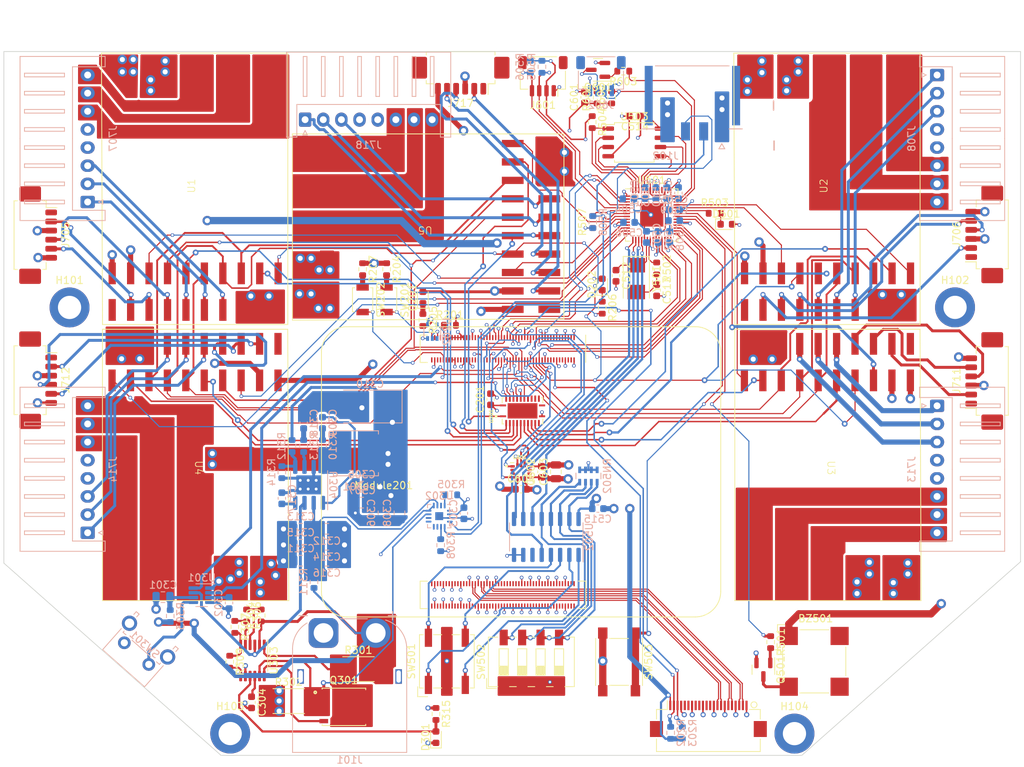
<source format=kicad_pcb>
(kicad_pcb (version 20221018) (generator pcbnew)
  (layers (0 "F.Cu" signal) (1 "In1.Cu" signal) (2 "In2.Cu" signal) (31 "B.Cu" signal) (34 "B.Paste" user) (35 "F.Paste" user) (36 "B.SilkS" user "B.Silkscreen") (37 "F.SilkS" user "F.Silkscreen") (38 "B.Mask" user) (39 "F.Mask" user) (44 "Edge.Cuts" user))
  (net 0 "")
  (net 1 "/Compute Module/SPI1_CE2")
  (net 2 "/Compute Module/GPIO3")
  (net 5 "GND")
  (net 6 "+5V")
  (net 7 "+3.3V")
  (net 8 "Net-(U301-VIN)")
  (net 9 "Net-(U301-TMR)")
  (net 10 "Net-(U303-TIMER)")
  (net 11 "Net-(C309-Pad1)")
  (net 12 "Net-(U304-BST)")
  (net 13 "+BATT")
  (net 14 "Net-(U304-SS)")
  (net 15 "+1V1")
  (net 16 "Net-(U501-XIN)")
  (net 17 "Net-(D201-K)")
  (net 18 "Net-(D202-K)")
  (net 23 "/Compute Module/DSI0_D0_N")
  (net 24 "/Compute Module/DSI0_D0_P")
  (net 25 "/Compute Module/DSI0_D1_N")
  (net 26 "/Compute Module/DSI0_D1_P")
  (net 27 "/Compute Module/DSI0_C_N")
  (net 28 "/Compute Module/DSI0_C_P")
  (net 35 "/Compute Module/ID_SC")
  (net 36 "/Compute Module/ID_SD")
  (net 37 "/MICRO_I2C1_SDA")
  (net 38 "/MICRO_I2C1_SCL")
  (net 39 "Net-(J602-Pin_1)")
  (net 40 "Net-(J602-Pin_2)")
  (net 41 "/IR_ADC")
  (net 42 "/Motors/M1_ENC_A")
  (net 43 "/M1_C_S")
  (net 44 "/Motors/M1_ENC_B")
  (net 45 "/M_EN")
  (net 46 "/Motors/M1_ENC_C")
  (net 47 "/~{M1_SPI_CS_C}")
  (net 48 "/Motors/M1_HALL_UX")
  (net 49 "/M_SPI_SCK")
  (net 50 "/Motors/M1_HALL_V")
  (net 51 "/M_SPI_MOSI")
  (net 52 "/Motors/M1_HALL_WY")
  (net 53 "/M_SPI_MISO")
  (net 54 "/~{M1_SPI_CS_D}")
  (net 55 "/M1_D_F")
  (net 56 "+24V")
  (net 57 "/Motors/M1_U")
  (net 58 "/Motors/M1_V")
  (net 59 "/Motors/M1_W")
  (net 60 "/Motors/MD_ENC_A")
  (net 61 "/MD_C_S")
  (net 62 "/Motors/MD_ENC_B")
  (net 63 "/Motors/MD_ENC_C")
  (net 64 "/~{MD_SPI_CS_C}")
  (net 65 "/Motors/MD_HALL_UX")
  (net 66 "/Motors/MD_HALL_V")
  (net 67 "/Motors/MD_HALL_WY")
  (net 68 "/~{MD_SPI_CS_D}")
  (net 69 "/MD_D_F")
  (net 70 "/Motors/MD_U")
  (net 71 "/Motors/MD_V")
  (net 72 "/Motors/MD_W")
  (net 73 "/Motors/M2_ENC_A")
  (net 74 "/Motors/M2_ENC_C")
  (net 75 "/Motors/M2_ENC_B")
  (net 76 "/Motors/M2_HALL_UX")
  (net 77 "/Motors/M2_HALL_V")
  (net 78 "/Motors/M2_HALL_WY")
  (net 79 "/Motors/M2_U")
  (net 80 "/Motors/M2_V")
  (net 81 "/Motors/M2_W")
  (net 82 "/M2_C_S")
  (net 83 "/~{M2_SPI_CS_C}")
  (net 84 "/~{M2_SPI_CS_D}")
  (net 85 "/M2_D_F")
  (net 86 "/Motors/M3_ENC_A")
  (net 87 "/Motors/M3_ENC_C")
  (net 88 "/Motors/M3_ENC_B")
  (net 89 "/Motors/M4_ENC_A")
  (net 90 "/Motors/M4_ENC_C")
  (net 91 "/Motors/M4_ENC_B")
  (net 92 "/Motors/M3_HALL_UX")
  (net 93 "/Motors/M3_HALL_V")
  (net 94 "/Motors/M3_HALL_WY")
  (net 95 "/Motors/M3_U")
  (net 96 "/Motors/M3_V")
  (net 97 "/Motors/M3_W")
  (net 98 "/Motors/M4_HALL_UX")
  (net 99 "/Motors/M4_HALL_V")
  (net 100 "/Motors/M4_HALL_WY")
  (net 101 "/Motors/M4_U")
  (net 102 "/Motors/M4_V")
  (net 103 "/Motors/M4_W")
  (net 104 "/M3_C_S")
  (net 105 "/~{M3_SPI_CS_C}")
  (net 106 "/~{M3_SPI_CS_D}")
  (net 107 "/M3_D_F")
  (net 108 "/M4_C_S")
  (net 109 "/~{M4_SPI_CS_C}")
  (net 110 "/~{M4_SPI_CS_D}")
  (net 111 "/M4_D_F")
  (net 112 "Net-(U304-SW)")
  (net 127 "/Compute Module/~{Activity_LED}")
  (net 128 "/~{POWER_OFF}")
  (net 129 "/CM_SPI1_SCK")
  (net 130 "/CM_SPI1_MISO")
  (net 131 "/CM_SPI1_MOSI")
  (net 132 "/~{CM_SPI1_CS_MICRO}")
  (net 133 "/Compute Module/SPI0_MUX_A3")
  (net 134 "/IMU_INT")
  (net 135 "/Compute Module/SPI0_MUX_A2")
  (net 136 "/Compute Module/CM_SPI0_CE1")
  (net 137 "/Compute Module/CM_SPI0_CE0")
  (net 138 "/SWCLK")
  (net 139 "/SWDIO")
  (net 140 "/Compute Module/SPI0_MUX_A1")
  (net 141 "/IR")
  (net 142 "/Compute Module/SPI0_MUX_A0")
  (net 143 "/~{CM_SPI1_CS_IMU}")
  (net 144 "/CM_UART_RX")
  (net 145 "/~{CM_SHUT_DOWN}")
  (net 146 "/CM_UART_TX")
  (net 148 "/Compute Module/GPIO2")
  (net 163 "+1V8")
  (net 165 "Net-(Module201A-BT_nDisable)")
  (net 166 "/Compute Module/RUN_PG")
  (net 169 "/Compute Module/~{PWR_LED}")
  (net 172 "/Compute Module/GLOBAL_EN")
  (net 173 "/Compute Module/~{EXTRST}")
  (net 238 "Net-(U303-SENSE)")
  (net 239 "/Power/SENSE_24v+")
  (net 240 "Net-(U303-GATE)")
  (net 241 "Net-(Q501-G)")
  (net 242 "Net-(R204-Pad2)")
  (net 243 "Net-(R205-Pad2)")
  (net 244 "Net-(U303-UVL)")
  (net 245 "Net-(U302-~{PWRDN})")
  (net 246 "Net-(U303-UVH)")
  (net 247 "Net-(U303-OV)")
  (net 248 "Net-(U302-ADDRSEL)")
  (net 249 "Net-(U303-GNDSW)")
  (net 250 "Net-(U304-FB)")
  (net 251 "Net-(U304-COMP)")
  (net 252 "/Micro/BUZZER")
  (net 253 "Net-(U501-XOUT)")
  (net 254 "Net-(U501-GPIO25)")
  (net 255 "/Micro/QSPI_SS")
  (net 256 "/IR_PWM")
  (net 257 "/MICRO_I2C0_SDA")
  (net 258 "/MICRO_I2C0_SCL")
  (net 259 "/Micro/DIP_0")
  (net 260 "/Micro/DIP_1")
  (net 261 "/Micro/DIP_2")
  (net 262 "/Micro/DIP_3")
  (net 263 "Net-(U301-~{PB})")
  (net 264 "/Micro/ID_BIT_0")
  (net 265 "/Micro/ID_BIT_1")
  (net 266 "/Micro/ID_BIT_2")
  (net 267 "/Micro/ID_BIT_3")
  (net 268 "/Micro/BUTTON")
  (net 275 "/Power/PWR_EN")
  (net 280 "Net-(D301-A)")
  (net 281 "/Micro/MUX_S0")
  (net 282 "/Micro/MUX_S1")
  (net 283 "/Micro/MUX_S2")
  (net 284 "/Micro/MUX_O")
  (net 287 "/Micro/QSPI_SD3")
  (net 288 "/Micro/QSPI_SCLK")
  (net 289 "/Micro/QSPI_SD0")
  (net 290 "/Micro/QSPI_SD2")
  (net 291 "/Micro/QSPI_SD1")
  (net 296 "/Power/SENSE_5v-")
  (net 308 "Net-(R207-Pad2)")
  (net 309 "Net-(Q601-G)")
  (net 310 "Net-(D501-K)")
  (net 311 "Net-(C513-Pad1)")
  (net 312 "Net-(C318-Pad1)")
  (net 313 "Net-(BZ501-+)")
  (footprint "Immortals:MotorDriver-SMT" (layer "F.Cu") (at 149.8257 92.0148 180)
    (fp_text reference "U5")
    (fp_text value "~")
  )
  (footprint "Package_TO_SOT_SMD:SOT-23" (layer "F.Cu") (at 183.1 141.7 -90)
    (fp_text reference "Q501")
    (fp_text value "BSS138")
  )
  (footprint "Buzzer_Beeper:MagneticBuzzer_CUI_CMT-8504-100-SMT" (layer "F.Cu") (at 190.1011 140.5494)
    (fp_text reference "BZ501")
    (fp_text value "Buzzer")
  )
  (footprint "Capacitor_SMD:C_0603_1608Metric" (layer "F.Cu") (at 112.6 146.2 -90)
    (fp_text reference "C304")
    (fp_text value "180nF")
  )
  (footprint "Connector_Molex:Molex_PicoBlade_53261-0671_1x06-1MP_P1.25mm_Horizontal" (layer "F.Cu") (at 141.4007 59.2248 180)
    (fp_text reference "J717")
    (fp_text value "ENCD")
  )
  (footprint "LED_SMD:LED_0603_1608Metric" (layer "F.Cu") (at 138 151 90)
    (fp_text reference "D301")
    (fp_text value "LED Green")
  )
  (footprint "Crystal:Crystal_SMD_5032-2Pin_5.0x3.2mm" (layer "F.Cu") (at 165.6 87.8 -90)
    (fp_text reference "Y501")
    (fp_text value "12MHz")
  )
  (footprint "Resistor_SMD:R_0603_1608Metric" (layer "F.Cu") (at 131.2 86.5 -90)
    (fp_text reference "R204")
    (fp_text value "200")
  )
  (footprint "MountingHole:MountingHole_3.2mm_M3_ISO14580_Pad" (layer "F.Cu") (at 187.3811 150.5094)
    (fp_text reference "H104")
    (fp_text value "MountingHole_Pad")
  )
  (footprint "Resistor_SMD:R_0603_1608Metric" (layer "F.Cu") (at 111.9257 134.2248 -90)
    (fp_text reference "R306")
    (fp_text value "5.6K")
  )
  (footprint "Resistor_SMD:R_0603_1608Metric" (layer "F.Cu") (at 136.2 93.5 -90)
    (fp_text reference "R205")
    (fp_text value "1K")
  )
  (footprint "Capacitor_SMD:C_0603_1608Metric" (layer "F.Cu") (at 158.4743 62.8 90)
    (fp_text reference "C601")
    (fp_text value "100nF")
  )
  (footprint "Package_SO:SOIC-8_5.23x5.23mm_P1.27mm" (layer "F.Cu") (at 165.3257 69.0248)
    (fp_text reference "U503")
    (fp_text value "W25Q128JVS")
  )
  (footprint "MountingHole:MountingHole_3.2mm_M3_ISO14580_Pad" (layer "F.Cu") (at 109.6611 150.4994)
    (fp_text reference "H103")
    (fp_text value "MountingHole_Pad")
  )
  (footprint "Resistor_SMD:R_0603_1608Metric" (layer "F.Cu") (at 159.5257 66.2248 -90)
    (fp_text reference "R504")
    (fp_text value "10K")
  )
  (footprint "FH12-22S:Hirose_FH12-22S-0.5SH_1x22-1MP_P0.50mm_Horizontal" (layer "F.Cu") (at 175.5257 148.4748)
    (fp_text reference "J201")
    (fp_text value "DSI")
  )
  (footprint "Resistor_SMD:R_0603_1608Metric" (layer "F.Cu") (at 168.4 86.4 -90)
    (fp_text reference "R502")
    (fp_text value "1K")
  )
  (footprint "LED_SMD:LED_0603_1608Metric" (layer "F.Cu") (at 136.2 90.4 90)
    (fp_text reference "D201")
    (fp_text value "LED Red")
  )
  (footprint "LED_SMD:LED_0603_1608Metric" (layer "F.Cu") (at 160.9 88.6 90)
    (fp_text reference "D202")
    (fp_text value "LED Green")
  )
  (footprint "Connector_Molex:Molex_PicoBlade_53261-0671_1x06-1MP_P1.25mm_Horizontal" (layer "F.Cu") (at 82.6 101.8 -90)
    (fp_text reference "J712")
    (fp_text value "ENC4")
  )
  (footprint "Package_SO:MSOP-12_3x4mm_P0.65mm" (layer "F.Cu") (at 112.7257 140.4248 -90)
    (fp_text reference "U303")
    (fp_text value "LTC4231-2")
  )
  (footprint "ICM-42688-P:PQFN50P300X250X97-14N" (layer "F.Cu") (at 149.7257 114.4248)
    (fp_text reference "U601")
    (fp_text value "ICM-42688-P")
  )
  (footprint "Capacitor_SMD:C_0805_2012Metric" (layer "F.Cu") (at 154.5257 114.4248 90)
    (fp_text reference "C603")
    (fp_text value "2.2uF")
  )
  (footprint "Resistor_SMD:R_0603_1608Metric" (layer "F.Cu") (at 184.1 137.9 -90)
    (fp_text reference "R501")
    (fp_text value "0")
  )
  (footprint "Button_Switch_SMD:SW_DIP_SPSTx04_Slide_6.7x11.72mm_W6.73mm_P2.54mm_LowProfile_JPin" (layer "F.Cu") (at 151.14111 140.6248 90)
    (fp_text reference "SW502")
    (fp_text value "SW_DIP_x04")
  )
  (footprint "Resistor_SMD:R_0603_1608Metric" (layer "F.Cu") (at 160.2 62.8248 90)
    (fp_text reference "R601")
    (fp_text value "300")
  )
  (footprint "Resistor_SMD:R_0603_1608Metric" (layer "F.Cu") (at 163.8 59.2 180)
    (fp_text reference "R603")
    (fp_text value "0")
  )
  (footprint "Connector_Molex:Molex_PicoBlade_53261-0671_1x06-1MP_P1.25mm_Horizontal" (layer "F.Cu") (at 214.1257 81.7 90)
    (fp_text reference "J706")
    (fp_text value "ENC2")
  )
  (footprint "Capacitor_SMD:C_0603_1608Metric" (layer "F.Cu") (at 165.4 65.4 180)
    (fp_text reference "C514")
    (fp_text value "100nF")
  )
  (footprint "Resistor_SMD:R_0603_1608Metric" (layer "F.Cu") (at 159.6 80 90)
    (fp_text reference "R507")
    (fp_text value "1.8K")
  )
  (footprint "Resistor_SMD:R_2512_6332Metric" (layer "F.Cu") (at 127.3257 141.6248)
    (fp_text reference "R301")
    (fp_text value "1mΩ")
  )
  (footprint "Resistor_SMD:R_0603_1608Metric" (layer "F.Cu") (at 162.2 62.8248 90)
    (fp_text reference "R602")
    (fp_text value "36")
  )
  (footprint "LED_SMD:LED_0603_1608Metric" (layer "F.Cu") (at 178 80.3)
    (fp_text reference "D501")
    (fp_text value "LED Green")
  )
  (footprint "74HC154:DHVQFN24" (layer "F.Cu") (at 149.9257 106.0248 90)
    (fp_text reference "U201")
    (fp_text value "74154")
  )
  (footprint "Resistor_SMD:R_0603_1608Metric" (layer "F.Cu") (at 138 147.8 -90)
    (fp_text reference "R315")
    (fp_text value "1K")
  )
  (footprint "Button_Switch_SMD:SW_SPST_B3U-1000P" (layer "F.Cu") (at 127.9 90.7 -90)
    (fp_text reference "SW202")
    (fp_text value "SW_Push")
  )
  (footprint "rpi-cm4:rpi-cm4" (layer "F.Cu") (at 125.7257 97.9248 -90)
    (fp_text reference "Module201")
    (fp_text value "ComputeModule4-CM4")
  )
  (footprint "Button_Switch_SMD:SW_Push_1P1T_NO_6x6mm_H9.5mm" (layer "F.Cu") (at 163.2257 140.6248 -90)
    (fp_text reference "SW503")
    (fp_text value "S_D_2")
  )
  (footprint "Immortals:MotorDriver-SMT" (layer "F.Cu") (at 116.2257 100.5748 -90)
    (fp_text reference "U4")
    (fp_text value "~")
  )
  (footprint "Connector_Molex:Molex_PicoBlade_53261-0671_1x06-1MP_P1.25mm_Horizontal" (layer "F.Cu") (at 82.6 81.8 -90)
    (fp_text reference "J705")
    (fp_text value "ENC1")
  )
  (footprint "Immortals:MotorDriver-SMT" (layer "F.Cu") (at 180.5257 88.3248 90)
    (fp_text reference "U2")
    (fp_text value "~")
  )
  (footprint "Connector_Molex:Molex_PicoBlade_53261-0671_1x06-1MP_P1.25mm_Horizontal" (layer "F.Cu") (at 214.1257 101.9 90)
    (fp_text reference "J711")
    (fp_text value "ENC3")
  )
  (footprint "Resistor_SMD:R_0603_1608Metric" (layer "F.Cu") (at 127.9 86.5 -90)
    (fp_text reference "R207")
    (fp_text value "200")
  )
  (footprint "Resistor_SMD:R_2512_6332Metric" (layer "F.Cu") (at 117.7257 146.0248)
    (fp_text reference "R302")
    (fp_text value "2mΩ")
  )
  (footprint "Capacitor_SMD:C_0603_1608Metric" (layer "F.Cu") (at 152.5257 114.4248 90)
    (fp_text reference "C602")
    (fp_text value "100nF")
  )
  (footprint "Button_Switch_SMD:SW_SPST_B3U-1000P" (layer "F.Cu") (at 131.2 90.7 -90)
    (fp_text reference "SW201")
    (fp_text value "SW_Push")
  )
  (footprint "Resistor_SMD:R_0603_1608Metric" (layer "F.Cu") (at 110.3 135.8 -90)
    (fp_text reference "R307")
    (fp_text value "40.2K")
  )
  (footprint "Resistor_SMD:R_0603_1608Metric" (layer "F.Cu") (at 109.6 140.6 -90)
    (fp_text reference "R309")
    (fp_text value "24K")
  )
  (footprint "Package_DFN_QFN:QFN-56-1EP_7x7mm_P0.4mm_EP3.2x3.2mm" (layer "F.Cu") (at 167.7257 79.0248)
    (fp_text reference "U501")
    (fp_text value "RP2040")
  )
  (footprint "Capacitor_SMD:C_0603_1608Metric" (layer "F.Cu") (at 145.5257 104.4248 90)
    (fp_text reference "C201")
    (fp_text value "100nF")
  )
  (footprint "Capacitor_SMD:C_0603_1608Metric" (layer "F.Cu") (at 168.4 89.4 -90)
    (fp_text reference "C513")
    (fp_text value "27pF")
  )
  (footprint "BSC014N04LSIATMA1:TRANS_BSC014N04LSIATMA1" (layer "F.Cu") (at 125.3257 146.8248)
    (fp_text reference "Q301")
    (fp_text value "BSC014N04LS")
  )
  (footprint "Resistor_SMD:R_0603_1608Metric" (layer "F.Cu") (at 139.9257 94.2248)
    (fp_text reference "R201")
    (fp_text value "0")
  )
  (footprint "Capacitor_SMD:C_0603_1608Metric" (layer "F.Cu") (at 149.7257 116.8248)
    (fp_text reference "C604")
    (fp_text value "10nF")
  )
  (footprint "MountingHole:MountingHole_3.2mm_M3_ISO14580_Pad" (layer "F.Cu") (at 87.5311 91.7694)
    (fp_text reference "H101")
    (fp_text value "MountingHole_Pad")
  )
  (footprint "Resistor_SMD:R_0603_1608Metric" (layer "F.Cu") (at 176.3907 78.7898)
    (fp_text reference "R503")
    (fp_text value "1K")
  )
  (footprint "Resistor_SMD:R_0603_1608Metric" (layer "F.Cu") (at 160.9 91.8 -90)
    (fp_text reference "R206")
    (fp_text value "1K")
  )
  (footprint "Immortals:MotorDriver-SMT" (layer "F.Cu") (at 203.3257 100.5748 -90)
    (fp_text reference "U3")
    (fp_text value "~")
  )
  (footprint "Capacitor_SMD:C_0603_1608Metric" (layer "F.Cu") (at 162.8 87.4 -90)
    (fp_text reference "C512")
    (fp_text value "27pF")
  )
  (footprint "Button_Switch_SMD:Nidec_Copal_SH-7010A" (layer "F.Cu") (at 139.50241 140.5473 90)
    (fp_text reference "SW501")
    (fp_text value "SW_Coded_SH-7050")
  )
  (footprint "Package_TO_SOT_SMD:SOT-23" (layer "F.Cu") (at 160.3257 59.0248 180)
    (fp_text reference "Q601")
    (fp_text value "BSS138")
  )
  (footprint "Resistor_SMD:R_0603_1608Metric" (layer "F.Cu") (at 113.9257 134.2248 90)
    (fp_text reference "R304")
    (fp_text value "1M")
  )
  (footprint "Connector_JST:JST_SH_SM04B-SRSS-TB_1x04-1MP_P1.00mm_Horizontal" (layer "F.Cu") (at 152.7257 59.9 180)
    (fp_text reference "J601")
    (fp_text value "Qwiic")
  )
  (footprint "MountingHole:MountingHole_3.2mm_M3_ISO14580_Pad" (layer "F.Cu") (at 209.5011 91.7594)
    (fp_text reference "H102")
    (fp_text value "MountingHole_Pad")
  )
  (footprint "Immortals:MotorDriver-SMT" (layer "F.Cu") (at 93.4257 88.3248 90)
    (fp_text reference "U1")
    (fp_text value "~")
  )
  (footprint "Capacitor_SMD:C_0805_2012Metric" (layer "B.Cu") (at 132.9757 120.0748 -90)
    (fp_text reference "C308")
    (fp_text value "10uF")
  )
  (footprint "Capacitor_SMD:C_0603_1608Metric" (layer "B.Cu") (at 122.3757 107.6748 90)
    (fp_text reference "C309")
    (fp_text value "100nF")
  )
  (footprint "Resistor_SMD:R_0603_1608Metric" (layer "B.Cu") (at 151 58.6 -90)
    (fp_text reference "R506")
    (fp_text value "1.8K")
  )
  (footprint "Connector_JST:JST_XH_S8B-XH-A_1x08_P2.50mm_Horizontal" (layer "B.Cu") (at 207.0257 105.3248 -90)
    (fp_text reference "J713")
    (fp_text value "M3")
  )
  (footprint "Package_TO_SOT_SMD:SOT-353_SC-70-5" (layer "B.Cu") (at 137.5 95.1 90)
    (fp_text reference "U202")
    (fp_text value "74LVC1G07SE-7")
  )
  (footprint "Capacitor_SMD:C_0603_1608Metric" (layer "B.Cu") (at 160.3 119.5)
    (fp_text reference "C515")
    (fp_text value "100nF")
  )
  (footprint "Capacitor_SMD:C_0603_1608Metric" (layer "B.Cu") (at 168.6007 82.0498 90)
    (fp_text reference "C502")
    (fp_text value "100nF")
  )
  (footprint "Capacitor_SMD:C_0603_1608Metric" (layer "B.Cu") (at 170.8 79.8 180)
    (fp_text reference "C509")
    (fp_text value "100nF")
  )
  (footprint "Package_TO_SOT_SMD:TSOT-23-8" (layer "B.Cu") (at 105.7257 131.4248 180)
    (fp_text reference "U301")
    (fp_text value "LTC2955CTS8-1")
  )
  (footprint "Package_DFN_QFN:VQFN-16-1EP_3x3mm_P0.5mm_EP1.1x1.1mm" (layer "B.Cu") (at 138.45 120.5375 180)
    (fp_text reference "U302")
    (fp_text value "PAC1954")
  )
  (footprint "Capacitor_SMD:C_0603_1608Metric" (layer "B.Cu") (at 170.8 78.3 180)
    (fp_text reference "C505")
    (fp_text value "100nF")
  )
  (footprint "Connector_JST:JST_XH_S8B-XH-A_1x08_P2.50mm_Horizontal" (layer "B.Cu") (at 90.0257 77.23441 90)
    (fp_text reference "J707")
    (fp_text value "M1")
  )
  (footprint "Resistor_SMD:R_0603_1608Metric" (layer "B.Cu") (at 101.4 134.3 90)
    (fp_text reference "R303")
    (fp_text value "1K")
  )
  (footprint "Capacitor_SMD:C_0805_2012Metric" (layer "B.Cu") (at 127.7757 116.4748 180)
    (fp_text reference "C305")
    (fp_text value "10uF")
  )
  (footprint "Resistor_SMD:R_0603_1608Metric" (layer "B.Cu") (at 122.3757 110.8748 90)
    (fp_text reference "R310")
    (fp_text value "10")
  )
  (footprint "Resistor_SMD:R_0603_1608Metric" (layer "B.Cu") (at 140.1 117.6 180)
    (fp_text reference "R305")
    (fp_text value "1K")
  )
  (footprint "Inductor_SMD:L_Bourns_SRN6045TA" (layer "B.Cu") (at 126.9757 111.8748)
    (fp_text reference "L301")
    (fp_text value "3.3µH")
  )
  (footprint "Capacitor_SMD:C_0603_1608Metric" (layer "B.Cu") (at 170.2007 82.0498 90)
    (fp_text reference "C508")
    (fp_text value "100nF")
  )
  (footprint "Capacitor_SMD:C_0603_1608Metric" (layer "B.Cu") (at 167.0007 82.0498 90)
    (fp_text reference "C507")
    (fp_text value "100nF")
  )
  (footprint "Connector_JST:JST_XH_S8B-XH-A_1x08_P2.50mm_Horizontal" (layer "B.Cu") (at 207.0257 59.73441 -90)
    (fp_text reference "J708")
    (fp_text value "M2")
  )
  (footprint "Resistor_SMD:R_0603_1608Metric" (layer "B.Cu") (at 118.1757 110.8748 -90)
    (fp_text reference "R312")
    (fp_text value "12K 1%")
  )
  (footprint "Capacitor_SMD:C_0603_1608Metric" (layer "B.Cu") (at 166.8 76 -90)
    (fp_text reference "C501")
    (fp_text value "100nF")
  )
  (footprint "Capacitor_SMD:C_0603_1608Metric" (layer "B.Cu") (at 141.85 120.1375 -90)
    (fp_text reference "C303")
    (fp_text value "100nF")
  )
  (footprint "Capacitor_Tantalum_SMD:CP_EIA-7343-31_Kemet-D" (layer "B.Cu") (at 128.9257 105.4248 180)
    (fp_text reference "C310")
    (fp_text value "100uF")
  )
  (footprint "Resistor_SMD:R_0603_1608Metric" (layer "B.Cu") (at 138.65 124.5375 90)
    (fp_text reference "R308")
    (fp_text value "1K")
  )
  (footprint "Button_Switch_THT:SW_Tactile_SPST_Angled_PTS645Vx58-2LFS" (layer "B.Cu") (at 95.075164 137.991066 -41.5)
    (fp_text reference "SW301")
    (fp_text value "SW_Push")
  )
  (footprint "Connector_JST:JST_XH_S8B-XH-A_1x08_P2.50mm_Horizontal" (layer "B.Cu") (at 119.9757 65.8877)
    (fp_text reference "J718")
    (fp_text value "MD")
  )
  (footprint "Resistor_SMD:R_0603_1608Metric" (layer "B.Cu") (at 171.9257 150.4 90)
    (fp_text reference "R203")
    (fp_text value "2.2K")
  )
  (footprint "Capacitor_SMD:C_0603_1608Metric" (layer "B.Cu") (at 109.5 132.5 -90)
    (fp_text reference "C302")
    (fp_text value "470nF")
  )
  (footprint "Resistor_SMD:R_0603_1608Metric" (layer "B.Cu") (at 170.3257 150.4 90)
    (fp_text reference "R202")
    (fp_text value "2.2K")
  )
  (footprint "Connector_JST:JST_XH_S8B-XH-A_1x08_P2.50mm_Horizontal" (layer "B.Cu") (at 90.0257 122.8248 90)
    (fp_text reference "J714")
    (fp_text value "M4")
  )
  (footprint "Capacitor_SMD:C_0603_1608Metric" (layer "B.Cu") (at 164.5 76.8)
    (fp_text reference "C504")
    (fp_text value "100nF")
  )
  (footprint "Capacitor_SMD:C_0603_1608Metric" (layer "B.Cu") (at 116.7757 118.0748 90)
    (fp_text reference "C317")
    (fp_text value "100nF")
  )
  (footprint "Resistor_SMD:R_0603_1608Metric" (layer "B.Cu") (at 121.2 129.6 -90)
    (fp_text reference "R311")
    (fp_text value "2mΩ")
  )
  (footprint "Capacitor_SMD:C_0805_2012Metric" (layer "B.Cu") (at 119.3757 124.4748 180)
    (fp_text reference "C315")
    (fp_text value "10uF 35v")
  )
  (footprint "Resistor_SMD:R_Array_Concave_4x0603" (layer "B.Cu") (at 159 115 90)
    (fp_text reference "RN502")
    (fp_text value "10K")
  )
  (footprint "Capacitor_SMD:C_0805_2012Metric" (layer "B.Cu") (at 122.9757 122.2748)
    (fp_text reference "C312")
    (fp_text value "10uF 35v")
  )
  (footprint "Capacitor_SMD:C_0805_2012Metric" (layer "B.Cu") (at 122.9757 126.6748)
    (fp_text reference "C316")
    (fp_text value "10uF 35v")
  )
  (footprint "Capacitor_SMD:C_0805_2012Metric" (layer "B.Cu") (at 119.3757 122.2748 180)
    (fp_text reference "C313")
    (fp_text value "10uF 35v")
  )
  (footprint "Capacitor_SMD:C_0603_1608Metric" (layer "B.Cu") (at 171.4 76 -90)
    (fp_text reference "C511")
    (fp_text value "1uF")
  )
  (footprint "Capacitor_SMD:C_0805_2012Metric" (layer "B.Cu") (at 119.3757 126.6748 180)
    (fp_text reference "C311")
    (fp_text value "10uF 35v")
  )
  (footprint "Resistor_SMD:R_0603_1608Metric" (layer "B.Cu") (at 119.7757 110.8748 90)
    (fp_text reference "R313")
    (fp_text value "20K 1%")
  )
  (footprint "Connector_AMASS:AMASS_XT60PW-M_1x02_P7.20mm_Horizontal" (layer "B.Cu") (at 122.5117 136.6374)
    (fp_text reference "J101")
    (fp_text value "Battery")
  )
  (footprint "Capacitor_SMD:C_0603_1608Metric" (layer "B.Cu") (at 168.3 76 -90)
    (fp_text reference "C503")
    (fp_text value "100nF")
  )
  (footprint "Resistor_SMD:R_0603_1608Metric" (layer "B.Cu") (at 116.7757 114.4748 -90)
    (fp_text reference "R314")
    (fp_text value "2.2K 1%")
  )
  (footprint "Capacitor_SMD:C_0603_1608Metric" (layer "B.Cu") (at 119.7757 107.6748 90)
    (fp_text reference "C318")
    (fp_text value "1.2nF")
  )
  (footprint "Package_SO:SOIC-8-1EP_3.9x4.9mm_P1.27mm_EP2.62x3.51mm" (layer "B.Cu") (at 120.5257 116.2248 90)
    (fp_text reference "U304")
    (fp_text value "AP64501SP-13")
  )
  (footprint "Connector_JST:JST_SH_SM04B-SRSS-TB_1x04-1MP_P1.00mm_Horizontal" (layer "B.Cu") (at 160.7257 59.9)
    (fp_text reference "J602")
    (fp_text value "IR")
  )
  (footprint "Capacitor_SMD:C_0805_2012Metric" (layer "B.Cu") (at 127.7757 118.6748 180)
    (fp_text reference "C307")
    (fp_text value "10uF")
  )
  (footprint "Resistor_SMD:R_0603_1608Metric" (layer "B.Cu") (at 159.6 80 90)
    (fp_text reference "R508")
    (fp_text value "1.8K")
  )
  (footprint "Resistor_SMD:R_0603_1608Metric" (layer "B.Cu") (at 152.6 58.6 -90)
    (fp_text reference "R505")
    (fp_text value "1.8K")
  )
  (footprint "1054301204:MOLEX_1054301204" (layer "B.Cu") (at 173.3257 62.72405)
    (fp_text reference "J102")
    (fp_text value "Mikona")
  )
  (footprint "Capacitor_SMD:C_0603_1608Metric" (layer "B.Cu") (at 169.8 76 -90)
    (fp_text reference "C510")
    (fp_text value "1uF")
  )
  (footprint "Capacitor_SMD:C_0805_2012Metric" (layer "B.Cu") (at 130.7757 120.0748 -90)
    (fp_text reference "C306")
    (fp_text value "10uF")
  )
  (footprint "Capacitor_SMD:C_0603_1608Metric" (layer "B.Cu") (at 164.6007 80.0498)
    (fp_text reference "C506")
    (fp_text value "100nF")
  )
  (footprint "Package_SO:SOIC-16_3.9x9.9mm_P1.27mm" (layer "B.Cu") (at 153.2 123.4 90)
    (fp_text reference "U502")
    (fp_text value "74LS151")
  )
  (footprint "Capacitor_SMD:C_0805_2012Metric" (layer "B.Cu") (at 100.4 131.7 180)
    (fp_text reference "C301")
    (fp_text value "10nF")
  )
  (footprint "Capacitor_SMD:C_0805_2012Metric" (layer "B.Cu") (at 122.9757 124.4748)
    (fp_text reference "C314")
    (fp_text value "10uF 35v")
  )
  (gr_line (start 184.5711 70.0694) (end 184.5711 68.8394) (stroke (width 0.2)) (layer "B.SilkS"))
  (gr_line (start 184.5011 64.5594) (end 184.5011 63.3294) (stroke (width 0.2)) (layer "B.SilkS"))
  (gr_line (start 108.3949 153.5036) (end 188.3949 153.5036) (stroke (width 0.1)) (layer "Edge.Cuts"))
  (gr_line (start 78.4811 127.00852) (end 108.3949 153.5036) (stroke (width 0.1)) (layer "Edge.Cuts"))
  (gr_line (start 188.3949 153.5036) (end 218.5211 126.82039) (stroke (width 0.1)) (layer "Edge.Cuts"))
  (gr_line (start 78.4811 56.5036) (end 78.4811 127.00852) (stroke (width 0.1)) (layer "Edge.Cuts"))
  (gr_line (start 218.5211 56.5036) (end 78.4811 56.5036) (stroke (width 0.1)) (layer "Edge.Cuts"))
  (gr_line (start 218.5211 126.82039) (end 218.5211 56.5036) (stroke (width 0.1)) (layer "Edge.Cuts"))
  (segment (start 139.0257 132.9248) (end 139.0257 132.0257) (width 0.15) (layer "F.Cu") (net 5))
  (segment (start 145.0257 133.7743) (end 145.0257 132.9248) (width 0.15) (layer "F.Cu") (net 5))
  (segment (start 145.5257 103.6498) (end 145.8498 103.6498) (width 0.2) (layer "F.Cu") (net 5))
  (segment (start 155.8257 99.8248) (end 155.8257 99.0048) (width 0.15) (layer "F.Cu") (net 5))
  (segment (start 141.4 130.7) (end 141.4257 130.6743) (width 0.15) (layer "F.Cu") (net 5))
  (segment (start 148.6 133.8) (end 148.6257 133.7743) (width 0.15) (layer "F.Cu") (net 5))
  (segment (start 111.9998 146.9998) (end 112.7257 146.9998) (width 0.3) (layer "F.Cu") (net 5))
  (segment (start 153.5252 113.4748) (end 154.5257 113.4748) (width 0.7) (layer "F.Cu") (net 5))
  (segment (start 153.4257 129.8448) (end 153.4257 129.0257) (width 0.15) (layer "F.Cu") (net 5))
  (segment (start 161.7257 70.9298) (end 162.0702 70.9298) (width 0.2) (layer "F.Cu") (net 5))
  (segment (start 150.983146 94.967354) (end 151.209758 94.967354) (width 0.15) (layer "F.Cu") (net 5))
  (segment (start 144.2257 99.0048) (end 144.2257 98.4048) (width 0.15) (layer "F.Cu") (net 5))
  (segment (start 164.625 68.375) (end 164.625 65.4) (width 0.2) (layer "F.Cu") (net 5))
  (segment (start 145.4257 94.6257) (end 144.978601 94.178601) (width 0.15) (layer "F.Cu") (net 5))
  (segment (start 83.125 81.175) (end 83.1 81.2) (width 0.7) (layer "F.Cu") (net 5))
  (segment (start 160.9757 136.6498) (end 160.9757 144.5998) (width 1) (layer "F.Cu") (net 5))
  (segment (start 150.5007 116.2007) (end 150.5007 116.8248) (width 0.25) (layer "F.Cu") (net 5))
  (segment (start 147.0257 99.0048) (end 147.0257 99.916756) (width 0.15) (layer "F.Cu") (net 5))
  (segment (start 140.2257 130.6743) (end 140.2257 129.8448) (width 0.15) (layer "F.Cu") (net 5))
  (segment (start 142.0257 59.9257) (end 142 59.9) (width 0.7) (layer "F.Cu") (net 5))
  (segment (start 160.0748 58.0748) (end 160 58) (width 0.2) (layer "F.Cu") (net 5))
  (segment (start 161.2632 58.0748) (end 160.0748 58.0748) (width 0.2) (layer "F.Cu") (net 5))
  (segment (start 154.6257 99.569983) (end 154.6257 99.0048) (width 0.15) (layer "F.Cu") (net 5))
  (segment (start 149.0257 98.20402) (end 149.074861 98.154859) (width 0.15) (layer "F.Cu") (net 5))
  (segment (start 154.2257 61.9) (end 154.5 61.9) (width 0.15) (layer "F.Cu") (net 5))
  (segment (start 139.0257 132.0257) (end 139 132) (width 0.15) (layer "F.Cu") (net 5))
  (segment (start 152.6107 106.7748) (end 152.6107 106.2107) (width 0.2) (layer "F.Cu") (net 5))
  (segment (start 176.3 147.9) (end 176.2757 147.8757) (width 0.2) (layer "F.Cu") (net 5))
  (segment (start 151.0257 129.8448) (end 151.0257 129.0257) (width 0.15) (layer "F.Cu") (net 5))
  (segment (start 143.8257 133.7743) (end 143.8257 132.9248) (width 0.15) (layer "F.Cu") (net 5))
  (segment (start 182.15 139.45) (end 182.1 139.4) (width 0.4) (layer "F.Cu") (net 5))
  (segment (start 111.7 146.7) (end 111.9998 146.9998) (width 0.3) (layer "F.Cu") (net 5))
  (segment (start 146.3 129) (end 146.2257 129.0743) (width 0.15) (layer "F.Cu") (net 5))
  (segment (start 140.7507 94.2248) (end 140.7507 93.2493) (width 0.2) (layer "F.Cu") (net 5))
  (segment (start 151.9 116.9) (end 151.8248 116.8248) (width 0.7) (layer "F.Cu") (net 5))
  (segment (start 151.0257 98.1) (end 151.0257 99.0048) (width 0.15) (layer "F.Cu") (net 5))
  (segment (start 152.2 133.8) (end 152.2257 133.7743) (width 0.15) (layer "F.Cu") (net 5))
  (segment (start 154.5 61.9) (end 155 61.4) (width 0.15) (layer "F.Cu") (net 5))
  (segment (start 153.0257 99.0048) (end 153.0257 98.2257) (width 0.15) (layer "F.Cu") (net 5))
  (segment (start 140.2 130.7) (end 140.2257 130.6743) (width 0.15) (layer "F.Cu") (net 5))
  (segment (start 151.0257 133.7743) (end 151.0257 132.9248) (width 0.15) (layer "F.Cu") (net 5))
  (segment (start 166.7257 82.4623) (end 166.7257 80.0248) (width 0.15) (layer "F.Cu") (net 5))
  (segment (start 171.7757 147.4757) (end 171.7757 146.6248) (width 0.2) (layer "F.Cu") (net 5))
  (segment (start 180.8 147.9) (end 180.7757 147.8757) (width 0.2) (layer "F.Cu") (net 5))
  (segment (start 213.6 82.325) (end 211.7257 82.325) (width 0.7) (layer "F.Cu") (net 5))
  (segment (start 157.0257 99.7743) (end 157 99.8) (width 0.15) (layer "F.Cu") (net 5))
  (segment (start 146.6257 95.9248) (end 146.6257 94.688229) (width 0.15) (layer "F.Cu") (net 5))
  (segment (start 153.4 133.8) (end 153.4257 133.7743) (width 0.15) (layer "F.Cu") (net 5))
  (segment (start 140.2257 132.9248) (end 140.2257 132.0257) (width 0.15) (layer "F.Cu") (net 5))
  (segment (start 144.2257 95.9248) (end 144.2257 95.0257) (width 0.15) (layer "F.Cu") (net 5))
  (segment (start 166.7257 80.0248) (end 167.7257 79.0248) (width 0.15) (layer "F.Cu") (net 5))
  (segment (start 144.0209 98.2) (end 143.3005 98.2) (width 0.15) (layer "F.Cu") (net 5))
  (segment (start 85 81.175) (end 83.125 81.175) (width 0.7) (layer "F.Cu") (net 5))
  (segment (start 213.475 102.525) (end 211.8257 102.525) (width 0.7) (layer "F.Cu") (net 5))
  (segment (start 179.2757 147.8757) (end 179.2757 146.6248) (width 0.2) (layer "F.Cu") (net 5))
  (segment (start 149.6757 104.3398) (end 149.6757 103.2757) (width 0.2) (layer "F.Cu") (net 5))
  (segment (start 157.0257 95.0257) (end 157 95) (width 0.15) (layer "F.Cu") (net 5))
  (segment (start 154.6257 95.0262) (end 154.6 95.0005) (width 0.15) (layer "F.Cu") (net 5))
  (segment (start 83.1 101.175) (end 85 101.175) (width 0.7) (layer "F.Cu") (net 5))
  (segment (start 141.4257 132.9248) (end 141.4257 132.0257) (width 0.15) (layer "F.Cu") (net 5))
  (segment (start 143.8257 129.0257) (end 143.8257 129.8448) (width 0.15) (layer "F.Cu") (net 5))
  (segment (start 148.6 96.8) (end 148.6257 96.7743) (width 0.15) (layer "F.Cu") (net 5))
  (segment (start 150.8907 113.6748) (end 152.5007 113.6748) (width 0.25) (layer "F.Cu") (net 5))
  (segment (start 154.6 133.8) (end 154.6257 133.7743) (width 0.15) (layer "F.Cu") (net 5))
  (segment (start 140.7507 93.2493) (end 141 93) (width 0.2) (layer "F.Cu") (net 5))
  (segment (start 111.7507 141.1507) (end 111.7507 142.5748) (width 0.3) (layer "F.Cu") (net 5))
  (segment (start 141.4257 132.0257) (end 141.4 132) (width 0.15) (layer "F.Cu") (net 5))
  (segment (start 144.2257 98.4048) (end 144.0209 98.2) (width 0.15) (layer "F.Cu") (net 5))
  (segment (start 151.8248 116.8248) (end 150.5007 116.8248) (width 0.7) (layer "F.Cu") (net 5))
  (segment (start 153.4257 129.0257) (end 153.4 129) (width 0.15) (layer "F.Cu") (net 5))
  (segment (start 150.6257 95.9248) (end 150.6257 95.3248) (width 0.15) (layer "F.Cu") (net 5))
  (segment (start 143.8 129) (end 143.8257 129.0257) (width 0.15) (layer "F.Cu") (net 5))
  (segment (start 147.0257 99.916756) (end 146.671228 100.271228) (width 0.15) (layer "F.Cu") (net 5))
  (segment (start 142.6257 132.1257) (end 142.6257 132.9248) (width 0.15) (layer "F.Cu") (net 5))
  (segment (start 154.6257 129.8448) (end 154.6257 129.0257) (width 0.15) (layer "F.Cu") (net 5))
  (segment (start 176.2757 147.8757) (end 176.2757 146.6248) (width 0.2) (layer "F.Cu") (net 5))
  (segment (start 145.4257 95.9248) (end 145.4257 94.6257) (width 0.15) (layer "F.Cu") (net 5))
  (segment (start 142.6257 99.5017) (end 143.0495 99.9255) (width 0.15) (layer "F.Cu") (net 5))
  (segment (start 137.8257 99.0048) (end 137.8257 99.832543) (width 0.15) (layer "F.Cu") (net 5))
  (segment (start 157.0257 95.9248) (end 157.0257 95.0257) (width 0.15) (layer "F.Cu") (net 5))
  (segment (start 174.8 147.9) (end 174.7757 147.8757) (width 0.2) (layer "F.Cu") (net 5))
  (segment (start 150.2257 115.9257) (end 150.5007 116.2007) (width 0.25) (layer "F.Cu") (net 5))
  (segment (start 136.9 151.8) (end 136.9125 151.7875) (width 0.4) (layer "F.Cu") (net 5))
  (segment (start 137.8257 130.6743) (end 137.8257 129.8448) (width 0.15) (layer "F.Cu") (net 5))
  (segment (start 155.8257 129.0257) (end 155.8 129) (width 0.15) (layer "F.Cu") (net 5))
  (segment (start 146.6257 94.688229) (end 146.6254 94.687929) (width 0.15) (layer "F.Cu") (net 5))
  (segment (start 177.8 147.9) (end 177.7757 147.8757) (width 0.2) (layer "F.Cu") (net 5))
  (segment (start 173.2757 147.8757) (end 173.2757 146.6248) (width 0.2) (layer "F.Cu") (net 5))
  (segment (start 111.7 146.3) (end 111.7 146.7) (width 0.3) (layer "F.Cu") (net 5))
  (segment (start 139 130.7) (end 139.0257 130.6743) (width 0.15) (layer "F.Cu") (net 5))
  (segment (start 162.8 88.175) (end 162.8 89.2) (width 0.15) (layer "F.Cu") (net 5))
  (segment (start 152.6257 95.9248) (end 152.6257 95.2257) (width 0.15) (layer "F.Cu") (net 5))
  (segment (start 148.6257 96.7743) (end 148.6257 95.9248) (width 0.15) (layer "F.Cu") (net 5))
  (segment (start 154.6257 129.0257) (end 154.6 129) (width 0.15) (layer "F.Cu") (net 5))
  (segment (start 169.375 90.175) (end 169.4 90.2) (width 0.15) (layer "F.Cu") (net 5))
  (segment (start 140.2257 132.0257) (end 140.2 132) (width 0.15) (layer "F.Cu") (net 5))
  (segment (start 137.8257 132.0257) (end 137.8 132) (width 0.15) (layer "F.Cu") (net 5))
  (segment (start 180.7757 147.8757) (end 180.7757 146.6248) (width 0.2) (layer "F.Cu") (net 5))
  (segment (start 172.2 147.9) (end 171.7757 147.4757) (width 0.2) (layer "F.Cu") (net 5))
  (segment (start 155.8257 95.0262) (end 155.8 95.0005) (width 0.15) (layer "F.Cu") (net 5))
  (segment (start 177.7757 147.8757) (end 177.7757 146.6248) (width 0.2) (layer "F.Cu") (net 5))
  (segment (start 155.8 133.8) (end 155.8257 133.7743) (width 0.15) (layer "F.Cu") (net 5))
  (segment (start 145.4257 98.4048) (end 145.706 98.1245) (width 0.15) (layer "F.Cu") (net 5))
  (segment (start 145 133.8) (end 145.0257 133.7743) (width 0.15) (layer "F.Cu") (net 5))
  (segment (start 131.2 85.675) (end 129.5 85.675) (width 0.7) (layer "F.Cu") (net 5))
  (segment (start 151 133.8) (end 151.0257 133.7743) (width 0.15) (layer "F.Cu") (net 5))
  (segment (start 129.5 85.675) (end 127.9 85.675) (width 0.7) (layer "F.Cu") (net 5))
  (segment (start 150.2257 115.3398) (end 150.2257 115.9257) (width 0.25) (layer "F.Cu") (net 5))
  (segment (start 139.0257 130.6743) (end 139.0257 129.8448) (width 0.15) (layer "F.Cu") (net 5))
  (segment (start 150.6257 95.3248) (end 150.983146 94.967354) (width 0.15) (layer "F.Cu") (net 5))
  (segment (start 142.6257 99.0048) (end 142.6257 99.5017) (width 0.15) (layer "F.Cu") (net 5))
  (segment (start 145.4257 99.0048) (end 145.4257 98.4048) (width 0.15) (layer "F.Cu") (net 5))
  (segment (start 153.4257 133.7743) (end 153.4257 132.9248) (width 0.15) (layer "F.Cu") (net 5))
  (segment (start 149.8257 129.8448) (end 149.8257 129.0257) (width 0.15) (layer "F.Cu") (net 5))
  (segment (start 152.2257 129.8448) (end 152.2257 129.0257) (width 0.15) (layer "F.Cu") (net 5))
  (segment (start 142.6257 129.0257) (end 142.6 129) (width 0.15) (layer "F.Cu") (net 5))
  (segment (start 149.7257 115.3398) (end 150.2257 115.3398) (width 0.25) (layer "F.Cu") (net 5))
  (segment (start 148.6257 133.7743) (end 148.6257 132.9248) (width 0.15) (layer "F.Cu") (net 5))
  (segment (start 154.936387 99.88067) (end 154.6257 99.569983) (width 0.15) (layer "F.Cu") (net 5))
  (segment (start 155.8257 95.9248) (end 155.8257 95.0262) (width 0.15) (layer "F.Cu") (net 5))
  (segment (start 151.0257 129.0257) (end 151 129) (width 0.15) (layer "F.Cu") (net 5))
  (segment (start 179.3 147.9) (end 179.2757 147.8757) (width 0.2) (layer "F.Cu") (net 5))
  (segment (start 137.8 130.7) (end 137.8257 130.6743) (width 0.15) (layer "F.Cu") (net 5))
  (segment (start 152.2257 129.0257) (end 152.2 129) (width 0.15) (layer "F.Cu") (net 5))
  (segment (start 137.8257 99.832543) (end 137.67937 99.978873) (width 0.15) (layer "F.Cu") (net 5))
  (segment (start 153.3502 113.6498) (end 153.5252 113.4748) (width 0.7) (layer "F.Cu") (net 5))
  (segment (start 153.0257 98.2257) (end 153 98.2) (width 0.15) (layer "F.Cu") (net 5))
  (segment (start 143.8 133.8) (end 143.8257 133.7743) (width 0.15) (layer "F.Cu") (net 5))
  (segment (start 149.0257 99.0048) (end 149.0257 98.20402) (width 0.15) (layer "F.Cu") (net 5))
  (segment (start 145.0257 129) (end 145.0257 129.8448) (width 0.15) (layer "F.Cu") (net 5))
  (segment (start 141.4257 130.6743) (end 141.4257 129.8448) (width 0.15) (layer "F.Cu") (net 5))
  (segment (start 144.2257 95.0257) (end 144.178601 94.978601) (width 0.15) (layer "F.Cu") (net 5))
  (segment (start 152.6257 95.2257) (end 152.4 95) (width 0.15) (layer "F.Cu") (net 5))
  (segment (start 146.2257 133.7743) (end 146.2257 132.9248) (width 0.15) (layer "F.Cu") (net 5))
  (segment (start 152.5257 113.6498) (end 153.3502 113.6498) (width 0.7) (layer "F.Cu") (net 5))
  (segment (start 136.9125 151.7875) (end 138 151.7875) (width 0.4) (layer "F.Cu") (net 5))
  (segment (start 154.6257 133.7743) (end 154.6257 132.9248) (width 0.15) (layer "F.Cu") (net 5))
  (segment (start 145.8498 103.6498) (end 146.4 104.2) (width 0.2) (layer "F.Cu") (net 5))
  (segment (start 152.6107 106.2107) (end 152.6 106.2) (width 0.2) (layer "F.Cu") (net 5))
  (segment (start 173.3 147.9) (end 173.2757 147.8757) (width 0.2) (layer "F.Cu") (net 5))
  (segment (start 143.0257 95.0238) (end 143.0495 95) (width 0.2) (layer "F.Cu") (net 5))
  (segment (start 168.4 90.175) (end 169.375 90.175) (width 0.15) (layer "F.Cu") (net 5))
  (segment (start 164.625 65.4) (end 163.6 65.4) (width 0.2) (layer "F.Cu") (net 5))
  (segment (start 142.6 132.1) (end 142.6257 132.1257) (width 0.15) (layer "F.Cu") (net 5))
  (segment (start 147.4 133.8) (end 147.4257 133.7743) (width 0.15) (layer "F.Cu") (net 5))
  (segment (start 155.8257 129.8448) (end 155.8257 129.0257) (width 0.15) (layer "F.Cu") (net 5))
  (segment (start 145.706 98.1245) (end 145.920571 98.1245) (width 0.15) (layer "F.Cu") (net 5))
  (segment (start 152.5007 113.6748) (end 152.5257 113.6498) (width 0.25) (layer "F.Cu") (net 5))
  (segment (start 149.8257 133.7743) (end 149.8257 132.9248) (width 0.15) (layer "F.Cu") (net 5))
  (segment (start 174.7757 147.8757) (end 174.7757 146.6248) (width 0.2) (layer "F.Cu") (net 5))
  (segment (start 146.2 133.8) (end 146.2257 133.7743) (width 0.15) (layer "F.Cu") (net 5))
  (segment (start 157.425 62.025) (end 157.4 62) (width 0.2) (layer "F.Cu") (net 5))
  (segment (start 149.6757 103.2757) (end 149.6 103.2) (width 0.2) (layer "F.Cu") (net 5))
  (segment (start 137.8257 132.9248) (end 137.8257 132.0257) (width 0.15) (layer "F.Cu") (net 5))
  (segment (start 147.4257 133.7743) (end 147.4257 132.9248) (width 0.15) (layer "F.Cu") (net 5))
  (segment (start 152.2257 133.7743) (end 152.2257 132.9248) (width 0.15) (layer "F.Cu") (net 5))
  (segment (start 155.8257 133.7743) (end 155.8257 132.9248) (width 0.15) (layer "F.Cu") (net 5))
  (segment (start 182.15 140.7625) (end 182.15 139.45) (width 0.4) (layer "F.Cu") (net 5))
  (segment (start 142.6257 129.8448) (end 142.6257 129.0257) (width 0.15) (layer "F.Cu") (net 5))
  (segment (start 157.0257 99.0048) (end 157.0257 99.7743) (width 0.15) (layer "F.Cu") (net 5))
  (segment (start 158.4743 62.025) (end 157.425 62.025) (width 0.2) (layer "F.Cu") (net 5))
  (segment (start 146.2257 129.0743) (end 146.2257 129.8448) (width 0.15) (layer "F.Cu") (net 5))
  (segment (start 149.8257 129.0257) (end 149.8 129) (width 0.15) (layer "F.Cu") (net 5))
  (segment (start 142.0257 61.6248) (end 142.0257 59.9257) (width 0.7) (layer "F.Cu") (net 5))
  (segment (start 162.0702 70.9298) (end 164.625 68.375) (width 0.2) (layer "F.Cu") (net 5))
  (segment (start 143.0257 95.9248) (end 143.0257 95.0238) (width 0.2) (layer "F.Cu") (net 5))
  (segment (start 156.2748 113.4748) (end 154.5257 113.4748) (width 0.7) (layer "F.Cu") (net 5))
  (segment (start 154.6257 95.9248) (end 154.6257 95.0262) (width 0.15) (layer "F.Cu") (net 5))
  (segment (start 149.8 133.8) (end 149.8257 133.7743) (width 0.15) (layer "F.Cu") (net 5))
  (via (at 137.67937 99.978873) (size 0.5) (drill 0.3) (layers "F.Cu" "B.Cu") (net 5))
  (via (at 111.7 146.3) (size 0.7) (drill 0.4) (layers "F.Cu" "B.Cu") (net 5))
  (via (at 146.671228 100.271228) (size 0.5) (drill 0.3) (layers "F.Cu" "B.Cu") (net 5))
  (via (at 120.4 116.8) (size 0.7) (drill 0.4) (layers "F.Cu" "B.Cu") (net 5))
  (via (at 174.8 147.9) (size 0.7) (drill 0.4) (layers "F.Cu" "B.Cu") (net 5))
  (via (at 151 129) (size 0.5) (drill 0.3) (layers "F.Cu" "B.Cu") (net 5))
  (via (at 145.0257 129) (size 0.5) (drill 0.3) (layers "F.Cu" "B.Cu") (net 5))
  (via (at 186.3 61.9) (size 1.3) (drill 0.7) (layers "F.Cu" "B.Cu") (net 5))
  (via (at 117 124.5) (size 1.3) (drill 0.7) (layers "F.Cu" "B.Cu") (net 5))
  (via (at 213.6 82.325) (size 1.3) (drill 0.7) (layers "F.Cu" "B.Cu") (net 5))
  (via (at 179.3 147.9) (size 0.7) (drill 0.4) (layers "F.Cu" "B.Cu") (net 5))
  (via (at 157 99.8) (size 0.5) (drill 0.3) (layers "F.Cu" "B.Cu") (net 5))
  (via (at 182.1 139.4) (size 0.7) (drill 0.4) (layers "F.Cu" "B.Cu") (net 5))
  (via (at 142.6 132.1) (size 0.5) (drill 0.3) (layers "F.Cu" "B.Cu") (net 5))
  (via (at 151.209758 94.967354) (size 0.5) (drill 0.3) (layers "F.Cu" "B.Cu") (net 5))
  (via (at 213.475 102.525) (size 1.3) (drill 0.7) (layers "F.Cu" "B.Cu") (net 5))
  (via (at 143.8 133.8) (size 0.5) (drill 0.3) (layers "F.Cu" "B.Cu") (net 5))
  (via (at 146.3 129) (size 0.5) (drill 0.3) (layers "F.Cu" "B.Cu") (net 5))
  (via (at 148.6 133.8) (size 0.5) (drill 0.3) (layers "F.Cu" "B.Cu") (net 5))
  (via (at 157 95) (size 0.5) (drill 0.3) (layers "F.Cu" "B.Cu") (net 5))
  (via (at 155.7 70.4) (size 1.3) (drill 0.7) (layers "F.Cu" "B.Cu") (net 5))
  (via (at 144.178601 94.978601) (size 0.5) (drill 0.3) (layers "F.Cu" "B.Cu") (net 5))
  (via (at 153.7 143.4) (size 0.5) (drill 0.3) (layers "F.Cu" "B.Cu") (net 5))
  (via (at 143.8 129) (size 0.5) (drill 0.3) (layers "F.Cu" "B.Cu") (net 5))
  (via (at 117 122.3) (size 1.3) (drill 0.7) (layers "F.Cu" "B.Cu") (net 5))
  (via (at 155.8 95.0005) (size 0.5) (drill 0.3) (layers "F.Cu" "B.Cu") (net 5))
  (via (at 149.074861 98.154859) (size 0.5) (drill 0.3) (layers "F.Cu" "B.Cu") (net 5))
  (via (at 98.7 61.9) (size 1.3) (drill 0.7) (layers "F.Cu" "B.Cu") (net 5))
  (via (at 155 61.4) (size 0.5) (drill 0.3) (layers "F.Cu" "B.Cu") (net 5))
  (via (at 197.7 126.9) (size 1.3) (drill 0.7) (layers "F.Cu" "B.Cu") (net 5))
  (via (at 180.8 147.9) (size 0.7) (drill 0.4) (layers "F.Cu" "B.Cu") (net 5))
  (via (at 141.4 130.7) (size 0.5) (drill 0.3) (layers "F.Cu" "B.Cu") (net 5))
  (via (at 145.920571 98.1245) (size 0.5) (drill 0.3) (layers "F.Cu" "B.Cu") (net 5))
  (via (at 155.7 73) (size 1.3) (drill 0.7) (layers "F.Cu" "B.Cu") (net 5))
  (via (at 140.2 130.7) (size 0.5) (drill 0.3) (layers "F.Cu" "B.Cu") (net 5))
  (via (at 141 93) (size 0.5) (drill 0.3) (layers "F.Cu" "B.Cu") (net 5))
  (via (at 197.7 128.5) (size 1.3) (drill 0.7) (layers "F.Cu" "B.Cu") (net 5))
  (via (at 177.8 147.9) (size 0.7) (drill 0.4) (layers "F.Cu" "B.Cu") (net 5))
  (via (at 169.4 90.2) (size 0.5) (drill 0.3) (layers "F.Cu" "B.Cu") (net 5))
  (via (at 149.8 129) (size 0.5) (drill 0.3) (layers "F.Cu" "B.Cu") (net 5))
  (via (at 148.6 96.8) (size 0.5) (drill 0.3) (layers "F.Cu" "B.Cu") (net 5))
  (via (at 94.7 98.8495) (size 1.3) (drill 0.7) (layers "F.Cu" "B.Cu") (net 5))
  (via (at 155.8 133.8) (size 0.5) (drill 0.3) (layers "F.Cu" "B.Cu") (net 5))
  (via (at 83.1 81.2) (size 1.3) (drill 0.7) (layers "F.Cu" "B.Cu") (net 5))
  (via (at 147.8 126) (size 0.5) (drill 0.3) (layers "F.Cu" "B.Cu") (net 5))
  (via (at 162.8 89.2) (size 0.5) (drill 0.3) (layers "F.Cu" "B.Cu") (net 5))
  (via (at 181.7 98.9) (size 1.3) (drill 0.7) (layers "F.Cu" "B.Cu") (net 5))
  (via (at 152.4 95) (size 0.5) (drill 0.3) (layers "F.Cu" "B.Cu") (net 5))
  (via (at 110.9 126.9) (size 1.3) (drill 0.7) (layers "F.Cu" "B.Cu") (net 5))
  (via (at 154.6 129) (size 0.5) (drill 0.3) (layers "F.Cu" "B.Cu") (net 5))
  (via (at 100.7 57.8) (size 1.3) (drill 0.7) (layers "F.Cu" "B.Cu") (net 5))
  (via (at 136.9 151.8) (size 0.7) (drill 0.4) (layers "F.Cu" "B.Cu") (net 5))
  (via (at 153.4 129) (size 0.5) (drill 0.3) (layers "F.Cu" "B.Cu") (net 5))
  (via (at 139 132) (size 0.5) (drill 0.3) (layers "F.Cu" "B.Cu") (net 5))
  (via (at 143.0495 99.9255) (size 0.5) (drill 0.3) (layers "F.Cu" "B.Cu") (net 5))
  (via (at 184.3 98.9) (size 1.3) (drill 0.7) (layers "F.Cu" "B.Cu") (net 5))
  (via (at 163.6 65.4) (size 0.5) (drill 0.3) (layers "F.Cu" "B.Cu") (net 5))
  (via (at 112.5 90.2) (size 1.3) (drill 0.7) (layers "F.Cu" "B.Cu") (net 5))
  (via (at 121.9 86.6) (size 1.3) (drill 0.7) (layers "F.Cu" "B.Cu") (net 5))
  (via (at 146.2 133.8) (size 0.5) (drill 0.3) (layers "F.Cu" "B.Cu") (net 5))
  (via (at 157.4 62) (size 0.5) (drill 0.3) (layers "F.Cu" "B.Cu") (net 5))
  (via (at 149.6 103.2) (size 0.5) (drill 0.3) (layers "F.Cu" "B.Cu") (net 5))
  (via (at 108.1 129.5) (size 1.3) (drill 0.7) (layers "F.Cu" "B.Cu") (net 5))
  (via (at 129.5 85.675) (size 1.3) (drill 0.7) (layers "F.Cu" "B.Cu") (net 5))
  (via (at 121.5 115.6) (size 0.7) (drill 0.4) (layers "F.Cu" "B.Cu") (net 5))
  (via (at 136.170878 96.029122) (size 0.5) (drill 0.3) (layers "F.Cu" "B.Cu") (net 5))
  (via (at 140.2 132) (size 0.5) (drill 0.3) (layers "F.Cu" "B.Cu") (net 5))
  (via (at 155.8257 99.8248) (size 0.5) (drill 0.3) (layers "F.Cu" "B.Cu") (net 5))
  (via (at 167.6 79) (size 0.7) (drill 0.4) (layers "F.Cu" "B.Cu") (net 5))
  (via (at 169.9 63.6) (size 1.3) (drill 0.7) (layers "F.Cu" "B.Cu") (net 5))
  (via (at 172.2 147.9) (size 0.7) (drill 0.4) (layers "F.Cu" "B.Cu") (net 5))
  (via (at 83.1 101.175) (size 1.3) (drill 0.7) (layers "F.Cu" "B.Cu") (net 5))
  (via (at 196 131.2) (size 1.3) (drill 0.7) (layers "F.Cu" "B.Cu") (net 5))
  (via (at 125.4 126.7) (size 1.3) (drill 0.7) (layers "F.Cu" "B.Cu") (net 5))
  (via (at 146.6254 94.687929) (size 0.5) (drill 0.3) (layers "F.Cu" "B.Cu") (net 5))
  (via (at 119.3 115.6) (size 0.7) (drill 0.4) (layers "F.Cu" "B.Cu") (net 5))
  (via (at 162.5 119.5) (size 1.3) (drill 0.7) (layers "F.Cu" "B.Cu") (net 5))
  (via (at 143.3005 98.2) (size 0.5) (drill 0.3) (layers "F.Cu" "B.Cu") (net 5))
  (via (at 160 58) (size 0.5) (drill 0.3) (layers "F.Cu" "B.Cu") (net 5))
  (via (at 142.6 129) (size 0.5) (drill 0.3) (layers "F.Cu" "B.Cu") (net 5))
  (via (at 126.9 120.1) (size 0.8) (drill 0.4) (layers "F.Cu" "B.Cu") (net 5))
  (via (at 143 120.9) (size 0.5) (drill 0.3) (layers "F.Cu" "B.Cu") (net 5))
  (via (at 152.6 106.2) (size 0.5) (drill 0.3) (layers "F.Cu" "B.Cu") (net 5))
  (via (at 125.4 124.5) (size 1.3) (drill 0.7) (layers "F.Cu" "B.Cu") (net 5))
  (via (at 152.2 133.8) (size 0.5) (drill 0.3) (layers "F.Cu" "B.Cu") (net 5))
  (via (at 125.4 122.3) (size 1.3) (drill 0.7) (layers "F.Cu" "B.Cu") (net 5))
  (via (at 109.7 129.2) (size 1.3) (drill 0.7) (layers "F.Cu" "B.Cu") (net 5))
  (via (at 149.8 133.8) (size 0.5) (drill 0.3) (layers "F.Cu" "B.Cu") (net 5))
  (via (at 151.9 116.9) (size 1.3) (drill 0.7) (layers "F.Cu" "B.Cu") (net 5))
  (via (at 153 98.2) (size 0.5) (drill 0.3) (layers "F.Cu" "B.Cu") (net 5))
  (via (at 98.7 60.4) (size 1.3) (drill 0.7) (layers "F.Cu" "B.Cu") (net 5))
  (via (at 99.45 133.35) (size 1.3) (drill 0.7) (layers "F.Cu" "B.Cu") (net 5))
  (via (at 120.4 115.6) (size 0.7) (drill 0.4) (layers "F.Cu" "B.Cu") (net 5))
  (via (at 121.5 116.8) (size 0.7) (drill 0.4) (layers "F.Cu" "B.Cu") (net 5))
  (via (at 199.5 90) (size 1.3) (drill 0.7) (layers "F.Cu" "B.Cu") (net 5))
  (via (at 163.2 61) (size 0.5) (drill 0.3) (layers "F.Cu" "B.Cu") (net 5))
  (via (at 110.9 128.4) (size 1.3) (drill 0.7) (layers "F.Cu" "B.Cu") (net 5))
  (via (at 137.8 132) (size 0.5) (drill 0.3) (layers "F.Cu" "B.Cu") (net 5))
  (via (at 202.1 90) (size 1.3) (drill 0.7) (layers "F.Cu" "B.Cu") (net 5))
  (via (at 139.7 125.3) (size 0.5) (drill 0.3) (layers "F.Cu" "B.Cu") (net 5))
  (via (at 151 133.8) (size 0.5) (drill 0.3) (layers "F.Cu" "B.Cu") (net 5))
  (via (at 153.4 133.8) (size 0.5) (drill 0.3) (layers "F.Cu" "B.Cu") (net 5))
  (via (at 169.9 65.2) (size 1.3) (drill 0.7) (layers "F.Cu" "B.Cu") (net 5))
  (via (at 186.3 60.4) (size 1.3) (drill 0.7) (layers "F.Cu" "B.Cu") (net 5))
  (via (at 145 133.8) (size 0.5) (drill 0.3) (layers "F.Cu" "B.Cu") (net 5))
  (via (at 139 130.7) (size 0.5) (drill 0.3) (layers "F.Cu" "B.Cu") (net 5))
  (via (at 154.936387 99.88067) (size 0.5) (drill 0.3) (layers "F.Cu" "B.Cu") (net 5))
  (via (at 151.0257 98.1) (size 0.5) (drill 0.3) (layers "F.Cu" "B.Cu") (net 5))
  (via (at 196 129.6) (size 1.3) (drill 0.7) (layers "F.Cu" "B.Cu") (net 5))
  (via (at 100.7 59.3) (size 1.3) (drill 0.7) (layers "F.Cu" "B.Cu") (net 5))
  (via (at 187.9 59.3) (size 1.3) (drill 0.7) (layers "F.Cu" "B.Cu") (net 5))
  (via (at 115 90.2) (size 1.3) (drill 0.7) (layers "F.Cu" "B.Cu") (net 5))
  (via (at 119.3 85) (size 1.3) (drill 0.7) (layers "F.Cu" "B.Cu") (net 5))
  (via (at 144.978601 94.178601) (size 0.5) (drill 0.3) (layers "F.Cu" "B.Cu") (net 5))
  (via (at 173.3 147.9) (size 0.7) (drill 0.4) (layers "F.Cu" "B.Cu") (net 5))
  (via (at 154.6 133.8) (size 0.5) (drill 0.3) (layers "F.Cu" "B.Cu") (net 5))
  (via (at 123.4 86.6) (size 1.3) (drill 0.7) (layers "F.Cu" "B.Cu") (net 5))
  (via (at 120.8 85) (size 1.3) (drill 0.7) (layers "F.Cu" "B.Cu") (net 5))
  (via (at 142 59.9) (size 1.3) (drill 0.7) (layers "F.Cu" "B.Cu") (net 5))
  (via (at 160.9757 140.5) (size 1.3) (drill 0.7) (layers "F.Cu" "B.Cu") (net 5))
  (via (at 147.4 133.8) (size 0.5) (drill 0.3) (layers "F.Cu" "B.Cu") (net 5))
  (via (at 137.8 130.7) (size 0.5) (drill 0.3) (layers "F.Cu" "B.Cu") (net 5))
  (via (at 176.3 147.9) (size 0.7) (drill 0.4) (layers "F.Cu" "B.Cu") (net 5))
  (via (at 152.2 129) (size 0.5) (drill 0.3) (layers "F.Cu" "B.Cu") (net 5))
  (via (at 141.4 132) (size 0.5) (drill 0.3) (layers "F.Cu" "B.Cu") (net 5))
  (via (at 127.8 105.6) (size 1.3) (drill 0.7) (layers "F.Cu" "B.Cu") (net 5))
  (via (at 146.4 104.2) (size 0.5) (drill 0.3) (layers "F.Cu" "B.Cu") (net 5))
  (via (at 117 126.7) (size 1.3) (drill 0.7) (layers "F.Cu" "B.Cu") (net 5))
  (via (at 111.7507 141.1507) (size 0.7) (drill 0.4) (layers "F.Cu" "B.Cu") (net 5))
  (via (at 155.8 129) (size 0.5) (drill 0.3) (layers "F.Cu" "B.Cu") (net 5))
  (via (at 154.6 95.0005) (size 0.5) (drill 0.3) (layers "F.Cu" "B.Cu") (net 5))
  (via (at 109.415106 134.339362) (size 0.7) (drill 0.4) (layers "F.Cu" "B.Cu") (net 5))
  (via (at 119.3 116.8) (size 0.7) (drill 0.4) (layers "F.Cu" "B.Cu") (net 5))
  (via (at 187.9 57.8) (size 1.3) (drill 0.7) (layers "F.Cu" "B.Cu") (net 5))
  (via (at 97.2 98.8495) (size 1.3) (drill 0.7) (layers "F.Cu" "B.Cu") (net 5))
  (via (at 139.50241 140.50241) (size 0.7) (drill 0.4) (layers "F.Cu" "B.Cu") (net 5))
  (via (at 143.0495 95) (size 0.5) (drill 0.3) (layers "F.Cu" "B.Cu") (net 5))
  (via (at 156.2748 113.4748) (size 1.3) (drill 0.7) (layers "F.Cu" "B.Cu") (net 5))
  (segment (start 170.2007 79.8248) (end 170.0257 79.6498) (width 0.2) (layer "B.Cu") (net 5))
  (segment (start 123.9257 122.2748) (end 123.9257 126.6748) (width 0.4) (layer "B.Cu") (net 5))
  (segment (start 165.275 76.8) (end 165.275 78.3491) (width 0.2) (layer "B.Cu") (net 5))
  (segment (start 165.3757 80.0498) (end 165.7757 80.0498) (width 0.2) (layer "B.Cu") (net 5))
  (segment (start 141.725 120.7875) (end 141.85 120.9125) (width 0.2) (layer "B.Cu") (net 5))
  (segment (start 142.9875 120.9125) (end 143 120.9) (width 0.3) (layer "B.Cu") (net 5))
  (segment (start 117.7002 117.2998) (end 118 117) (width 0.4) (layer "B.Cu") (net 5))
  (segment (start 141.85 120.9125) (end 142.9875 120.9125) (width 0.3) (layer "B.Cu") (net 5))
  (segment (start 162.5 119.5) (end 161.075 119.5) (width 0.7) (layer "B.Cu") (net 5))
  (segment (start 170.2007 81.2748) (end 170.2007 79.8248) (width 0.2) (layer "B.Cu") (net 5))
  (segment (start 166.8 76.775) (end 165.3 76.775) (width 0.2) (layer "B.Cu") (net 5))
  (segment (start 107.1502 130.4498) (end 106.8632 130.4498) (width 0.4) (layer "B.Cu") (net 5))
  (segment (start 119.0998 115.2998) (end 119.1 115.3) (width 0.4) (layer "B.Cu") (net 5))
  (segment (start 169.8 76.775) (end 171.4 76.775) (width 0.15) (layer "B.Cu") (net 5))
  (segment (start 109.415106 134.339362) (end 109.415106 133.359894) (width 0.4) (layer "B.Cu") (net 5))
  (segment (start 109.415106 133.359894) (end 109.5 133.275) (width 0.4) (layer "B.Cu") (net 5))
  (segment (start 165.3 76.775) (end 165.275 76.8) (width 0.2) (layer "B.Cu") (net 5))
  (segment (start 139.9125 120.7875) (end 141.725 120.7875) (width 0.2) (layer "B.Cu") (net 5))
  (segment (start 108.1 129.5) (end 107.1502 130.4498) (width 0.4) (layer "B.Cu") (net 5))
  (segment (start 107.8998 132.3998) (end 108.775 133.275) (width 0.4) (layer "B.Cu") (net 5))
  (segment (start 121.1607 113.7448) (end 121.1607 115.5598) (width 0.4) (layer "B.Cu") (net 5))
  (segment (start 106.8632 132.3998) (end 107.8998 132.3998) (width 0.4) (layer "B.Cu") (net 5))
  (segment (start 138.65 125.3625) (end 139.6375 125.3625) (width 0.2) (layer "B.Cu") (net 5))
  (segment (start 108.775 133.275) (end 109.5 133.275) (width 0.4) (layer "B.Cu") (net 5))
  (segment (start 165.7757 80.0498) (end 167.0007 81.2748) (width 0.2) (layer "B.Cu") (net 5))
  (segment (start 136.85 96.05) (end 136.191756 96.05) (width 0.15) (layer "B.Cu") (net 5))
  (segment (start 139.9125 120.7875) (end 138.7 120.7875) (width 0.2) (layer "B.Cu") (net 5))
  (segment (start 138.7 120.7875) (end 138.45 120.5375) (width 0.2) (layer "B.Cu") (net 5))
  (segment (start 167.0498 78.4498) (end 167.6 79) (width 0.2) (layer "B.Cu") (net 5))
  (segment (start 118 117) (end 119 117) (width 0.4) (layer "B.Cu") (net 5))
  (segment (start 139.6375 125.3625) (end 139.7 125.3) (width 0.2) (layer "B.Cu") (net 5))
  (segment (start 116.7757 117.2998) (end 117.7002 117.2998) (width 0.4) (layer "B.Cu") (net 5))
  (segment (start 162.2257 61.2743) (end 162.5 61) (width 0.2) (layer "B.Cu") (net 5))
  (segment (start 148.755 125.875) (end 147.925 125.875) (width 0.2) (layer "B.Cu") (net 5))
  (segment (start 166.8 76.775) (end 166.8498 76.8248) (width 0.15) (layer "B.Cu") (net 5))
  (segment (start 165.275 78.3491) (end 165.3757 78.4498) (width 0.2) (layer "B.Cu") (net 5))
  (segment (start 116.7757 115.2998) (end 119.0998 115.2998) (width 0.4) (layer "B.Cu") (net 5))
  (segment (start 165.3757 78.4498) (end 167.0498 78.4498) (width 0.2) (layer "B.Cu") (net 5))
  (segment (start 147.925 125.875) (end 147.8 126) (width 0.2) (layer "B.Cu") (net 5))
  (segment (start 150.025 125.875) (end 148.755 125.875) (width 0.2) (layer "B.Cu") (net 5))
  (segment (start 136.191756 96.05) (end 136.170878 96.029122) (width 0.15) (layer "B.Cu") (net 5))
  (segment (start 162.2257 61.9) (end 162.2257 61.2743) (width 0.2) (layer "B.Cu") (net 5))
  (segment (start 162.5 61) (end 163.2 61) (width 0.2) (layer "B.Cu") (net 5))
  (segment (start 121.1607 115.5598) (end 121.1757 115.5748) (width 0.4) (layer "B.Cu") (net 5))
  (segment (start 165.3757 78.4498) (end 165.3757 80.0498) (width 0.2) (layer "B.Cu") (net 5))
  (segment (start 166.8498 76.8248) (end 169.9502 76.8248) (width 0.15) (layer "B.Cu") (net 5))
  (segment (start 167.0007 81.2748) (end 170.2007 81.2748) (width 0.2) (layer "B.Cu") (net 5))
  (segment (start 170 76.775) (end 170 79.775) (width 0.15) (layer "B.Cu") (net 5))
  (segment (start 99.45 133.35) (end 99.45 131.7) (width 0.7) (layer "B.Cu") (net 5))
  (segment (start 169.9502 76.8248) (end 170 76.775) (width 0.15) (layer "B.Cu") (net 5))
  (segment (start 170 79.775) (end 170.025 79.8) (width 0.15) (layer "B.Cu") (net 5))
  (segment (start 162.2 63.6498) (end 160.2 63.6498) (width 0.2) (layer "F.Cu") (net 6))
  (segment (start 203.3457 104.3457) (end 203.3457 101.8248) (width 0.7) (layer "F.Cu") (net 6))
  (segment (start 85 84.925) (end 83.225 84.925) (width 0.7) (layer "F.Cu") (net 6))
  (segment (start 83.125 104.925) (end 85 104.925) (width 0.4) (layer "F.Cu") (net 6))
  (segment (start 144.4652 92.0348) (end 148.5757 92.0348) (width 0.7) (layer "F.Cu") (net 6))
  (segment (start 206.2 134) (end 207.6 132.6) (width 1) (layer "F.Cu") (net 6))
  (segment (start 156.4 65.6493) (end 156.4 67.4) (width 0.2) (layer "F.Cu") (net 6))
  (segment (start 138.2757 63.8757) (end 141.8 67.4) (width 0.7) (layer "F.Cu") (net 6))
  (segment (start 213.6 78.575) (end 211.7257 78.575) (width 0.7) (layer "F.Cu") (net 6))
  (segment (start 93.4057 84.5057) (end 93.4057 87.0748) (width 0.7) (layer "F.Cu") (net 6))
  (segment (start 160.2 63.6498) (end 158.5491 63.6498) (width 0.2) (layer "F.Cu") (net 6))
  (segment (start 141.793037 95.9248) (end 141.014406 95.146169) (width 0.2) (layer "F.Cu") (net 6))
  (segment (start 186.6011 137.0494) (end 186.6011 135.3989) (width 1) (layer "F.Cu") (net 6))
  (segment (start 188 134) (end 206.2 134) (width 1) (layer "F.Cu") (net 6))
  (segment (start 129.3 99.6) (end 127.0752 101.8248) (width 0.7) (layer "F.Cu") (net 6))
  (segment (start 180.546649 84.696149) (end 180.5057 84.737098) (width 0.7) (layer "F.Cu") (net 6))
  (segment (start 138.2757 61.6248) (end 138.2757 63.8757) (width 0.7) (layer "F.Cu") (net 6))
  (segment (start 180.5057 84.737098) (end 180.5057 87.0748) (width 0.7) (layer "F.Cu") (net 6))
  (segment (start 158.5491 63.6498) (end 158.4743 63.575) (width 0.2) (layer "F.Cu") (net 6))
  (segment (start 158.4743 63.575) (end 156.4 65.6493) (width 0.2) (layer "F.Cu") (net 6))
  (segment (start 210 98.6) (end 210.175 98.775) (width 0.7) (layer "F.Cu") (net 6))
  (segment (start 144.2 92.3) (end 144.4652 92.0348) (width 0.7) (layer "F.Cu") (net 6))
  (segment (start 186.6011 135.3989) (end 188 134) (width 1) (layer "F.Cu") (net 6))
  (segment (start 210.175 98.775) (end 211.7257 98.775) (width 0.7) (layer "F.Cu") (net 6))
  (segment (start 139.8257 95.9248) (end 141.8257 95.9248) (width 0.15) (layer "F.Cu") (net 6))
  (segment (start 127.0752 101.8248) (end 116.2457 101.8248) (width 0.7) (layer "F.Cu") (net 6))
  (segment (start 83.225 84.925) (end 83.2 84.9) (width 0.7) (layer "F.Cu") (net 6))
  (segment (start 141.8257 95.9248) (end 141.793037 95.9248) (width 0.2) (layer "F.Cu") (net 6))
  (via (at 107.2 111.9) (size 1.3) (drill 0.7) (layers "F.Cu" "B.Cu") (net 6))
  (via (at 129.3 99.6) (size 1.3) (drill 0.7) (layers "F.Cu" "B.Cu") (net 6))
  (via (at 130.3 116.5) (size 1.3) (drill 0.7) (layers "F.Cu" "B.Cu") (net 6))
  (via (at 107.2 113.4) (size 1.3) (drill 0.7) (layers "F.Cu" "B.Cu") (net 6))
  (via (at 213.6 78.575) (size 1.3) (drill 0.7) (layers "F.Cu" "B.Cu") (net 6))
  (via (at 131.8 117.7) (size 1.3) (drill 0.7) (layers "F.Cu" "B.Cu") (net 6))
  (via (at 203.3457 104.3457) (size 1.3) (drill 0.7) (layers "F.Cu" "B.Cu") (net 6))
  (via (at 93.4057 84.5057) (size 1.3) (drill 0.7) (layers "F.Cu" "B.Cu") (net 6))
  (via (at 210 98.6) (size 1.3) (drill 0.7) (layers "F.Cu" "B.Cu") (net 6))
  (via (at 131.4 113.4) (size 1.3) (drill 0.7) (layers "F.Cu" "B.Cu") (net 6))
  (via (at 156.4 67.4) (size 0.5) (drill 0.3) (layers "F.Cu" "B.Cu") (net 6))
  (via (at 83.125 104.925) (size 1.3) (drill 0.7) (layers "F.Cu" "B.Cu") (net 6))
  (via (at 180.546649 84.696149) (size 1.3) (drill 0.7) (layers "F.Cu" "B.Cu") (net 6))
  (via (at 131.4 111.9) (size 1.3) (drill 0.7) (layers "F.Cu" "B.Cu") (net 6))
  (via (at 207.6 132.6) (size 1.3) (drill 0.7) (layers "F.Cu" "B.Cu") (net 6))
  (via (at 141.8 67.4) (size 1.3) (drill 0.7) (layers "F.Cu" "B.Cu") (net 6))
  (via (at 132 107.6) (size 1.3) (drill 0.7) (layers "F.Cu" "B.Cu") (net 6))
  (via (at 144.2 92.3) (size 1.3) (drill 0.7) (layers "F.Cu" "B.Cu") (net 6))
  (via (at 83.2 84.9) (size 1.3) (drill 0.7) (layers "F.Cu" "B.Cu") (net 6))
  (via (at 141.014406 95.146169) (size 0.5) (drill 0.3) (layers "F.Cu" "B.Cu") (net 6))
  (segment (start 118.1757 105.4243) (end 120.8 102.8) (width 0.4) (layer "B.Cu") (net 6))
  (segment (start 129.4134 102.8) (end 132.0382 105.4248) (width 0.4) (layer "B.Cu") (net 6))
  (segment (start 118.1757 110.0498) (end 118.1757 105.4243) (width 0.4) (layer "B.Cu") (net 6))
  (segment (start 120.8 102.8) (end 129.4134 102.8) (width 0.4) (layer "B.Cu") (net 6))
  (segment (start 170.3257 76.2257) (end 170.3257 75.5873) (width 0.15) (layer "F.Cu") (net 7))
  (segment (start 170.3257 75.5873) (end 170.3257 75.4743) (width 0.15) (layer "F.Cu") (net 7))
  (segment (start 170.2757 145.4757) (end 170.2757 146.6248) (width 0.2) (layer "F.Cu") (net 7))
  (segment (start 149.2257 115.9743) (end 148.9507 116.2493) (width 0.25) (layer "F.Cu") (net 7))
  (segment (start 145.5257 105.1998) (end 145.5998 105.1998) (width 0.2) (layer "F.Cu") (net 7))
  (segment (start 149.2257 115.3398) (end 149.2257 115.9743) (width 0.25) (layer "F.Cu") (net 7))
  (segment (start 158.6 66.3255) (end 158.6 68.6) (width 0.2) (layer "F.Cu") (net 7))
  (segment (start 168.3257 74.4743) (end 168.3257 75.5873) (width 0.15) (layer "F.Cu") (net 7))
  (segment (start 141.8257 99.5503) (end 141.4505 99.9255) (width 0.15) (layer "F.Cu") (net 7))
  (segment (start 156.625304 68.6) (end 153.2257 65.200396) (width 0.2) (layer "F.Cu") (net 7))
  (segment (start 160.9 87.8125) (end 159.8125 87.8125) (width 0.15) (layer "F.Cu") (net 7))
  (segment (start 159.6 80.825) (end 158.625 80.825) (width 0.15) (layer "F.Cu") (net 7))
  (segment (start 178.7875 80.3) (end 179.7 80.3) (width 0.2) (layer "F.Cu") (net 7))
  (segment (start 164.2882 80.0248) (end 163.133444 80.0248) (width 0.15) (layer "F.Cu") (net 7))
  (segment (start 145.9875 89.6125) (end 146.1 89.5) (width 0.4) (layer "F.Cu") (net 7))
  (segment (start 167.9257 75.5873) (end 168.3257 75.5873) (width 0.15) (layer "F.Cu") (net 7))
  (segment (start 159.8125 87.8125) (end 159.8 87.8) (width 0.15) (layer "F.Cu") (net 7))
  (segment (start 153.2257 60.5743) (end 154.4 59.4) (width 0.2) (layer "F.Cu") (net 7))
  (segment (start 152.5007 115.1748) (end 152.5257 115.1998) (width 0.25) (layer "F.Cu") (net 7))
  (segment (start 168.5 74.3) (end 168.3257 74.4743) (width 0.15) (layer "F.Cu") (net 7))
  (segment (start 146.1052 89.4948) (end 148.5757 89.4948) (width 0.7) (layer "F.Cu") (net 7))
  (segment (start 179.7 80.3) (end 179.8 80.4) (width 0.2) (layer "F.Cu") (net 7))
  (segment (start 173 80.2) (end 172.8248 80.0248) (width 0.15) (layer "F.Cu") (net 7))
  (segment (start 159.5257 65.3998) (end 158.6 66.3255) (width 0.2) (layer "F.Cu") (net 7))
  (segment (start 170.5248 76.4248) (end 170.3257 76.2257) (width 0.15) (layer "F.Cu") (net 7))
  (segment (start 183.0457 83.2962) (end 183.0457 87.0748) (width 0.7) (layer "F.Cu") (net 7))
  (segment (start 153.2257 65.200396) (end 153.2257 60.5743) (width 0.2) (layer "F.Cu") (net 7))
  (segment (start 148.9507 116.2493) (end 148.9507 116.8248) (width 0.25) (layer "F.Cu") (net 7))
  (segment (start 147.2248 116.8248) (end 148.9507 116.8248) (width 0.7) (layer "F.Cu") (net 7))
  (segment (start 140.2257 99.0048) (end 140.6257 99.0048) (width 0.15) (layer "F.Cu") (net 7))
  (segment (start 140.6257 99.8998) (end 140.6 99.9255) (width 0.15) (layer "F.Cu") (net 7))
  (segment (start 170.3257 75.4743) (end 171.5 74.3) (width 0.15) (layer "F.Cu") (net 7))
  (segment (start 172.8248 80.0248) (end 171.1632 80.0248) (width 0.15) (layer "F.Cu") (net 7))
  (segment (start 169.9257 75.5873) (end 170.3257 75.5873) (width 0.15) (layer "F.Cu") (net 7))
  (segment (start 113.7057 100.8248) (end 112.347759 99.466859) (width 0.7) (layer "F.Cu") (net 7))
  (segment (start 166.175 68.025) (end 165.8 68.4) (width 0.2) (layer "F.Cu") (net 7))
  (segment (start 169.5257 82.4623) (end 169.5257 83.4257) (width 0.15) (layer "F.Cu") (net 7))
  (segment (start 156.1748 115.3748) (end 154.5257 115.3748) (width 0.7) (layer "F.Cu") (net 7))
  (segment (start 150.8907 115.1748) (end 152.5007 115.1748) (width 0.25) (layer "F.Cu") (net 7))
  (segment (start 154.4 58.4) (end 153.8 57.8) (width 0.2) (layer "F.Cu") (net 7))
  (segment (start 167.9257 83.667165) (end 167.9257 82.4623) (width 0.15) (layer "F.Cu") (net 7))
  (segment (start 158.625 80.825) (end 158.6 80.8) (width 0.15) (layer "F.Cu") (net 7))
  (segment (start 146.1 89.5) (end 146.1052 89.4948) (width 0.7) (layer "F.Cu") (net 7))
  (segment (start 136.2 89.6125) (end 145.9875 89.6125) (width 0.4) (layer "F.Cu") (net 7))
  (segment (start 153.2998 115.1998) (end 153.4748 115.3748) (width 0.7) (layer "F.Cu") (net 7))
  (segment (start 145.6007 105.2748) (end 145.5257 105.1998) (width 0.2) (layer "F.Cu") (net 7))
  (segment (start 112.347759 99.466859) (end 107.533141 99.466859) (width 0.7) (layer "F.Cu") (net 7))
  (segment (start 168.9257 67.1198) (end 167.2059 65.4) (width 0.15) (layer "F.Cu") (net 7))
  (segment (start 140.6257 99.0048) (end 140.6257 99.8998) (width 0.15) (layer "F.Cu") (net 7))
  (segment (start 200.8057 104.3057) (end 200.8057 101.8248) (width 0.7) (layer "F.Cu") (net 7))
  (segment (start 171.1632 76.4248) (end 170.5248 76.4248) (width 0.15) (layer "F.Cu") (net 7))
  (segment (start 152.5257 115.1998) (end 153.2998 115.1998) (width 0.7) (layer "F.Cu") (net 7))
  (segment (start 153.4748 115.3748) (end 154.5257 115.3748) (width 0.7) (layer "F.Cu") (net 7))
  (segment (start 147.2407 105.2748) (end 145.6007 105.2748) (width 0.2) (layer "F.Cu") (net 7))
  (segment (start 141.8257 99.0048) (end 141.8257 99.5503) (width 0.15) (layer "F.Cu") (net 7))
  (segment (start 169.5257 83.4257) (end 170 83.9) (width 0.15) (layer "F.Cu") (net 7))
  (segment (start 145.5998 105.1998) (end 146.4 106) (width 0.2) (layer "F.Cu") (net 7))
  (segment (start 166.175 65.4) (end 166.175 68.025) (width 0.2) (layer "F.Cu") (net 7))
  (segment (start 164.2882 76.4248) (end 164.2882 76.1882) (width 0.15) (layer "F.Cu") (net 7))
  (segment (start 95.9457 83.8543) (end 95.9457 87.0748) (width 0.7) (layer "F.Cu") (net 7))
  (segment (start 182.5 82.7505) (end 183.0457 83.2962) (width 0.7) (layer "F.Cu") (net 7))
  (segment (start 164.2882 76.1882) (end 163.9 75.8) (width 0.15) (layer "F.Cu") (net 7))
  (segment (start 158.6 68.6) (end 156.625304 68.6) (width 0.2) (layer "F.Cu") (net 7))
  (segment (start 146.8 116.4) (end 147.2248 116.8248) (width 0.7) (layer "F.Cu") (net 7))
  (segment (start 167.8745 83.718365) (end 167.9257 83.667165) (width 0.15) (layer "F.Cu") (net 7))
  (segment (start 113.7057 101.8248) (end 113.7057 100.8248) (width 0.7) (layer "F.Cu") (net 7))
  (segment (start 156.2 115.4) (end 156.1748 115.3748) (width 0.7) (layer "F.Cu") (net 7))
  (segment (start 163.133444 80.0248) (end 162.679122 80.479122) (width 0.15) (layer "F.Cu") (net 7))
  (segment (start 170 145.2) (end 170.2757 145.4757) (width 0.2) (layer "F.Cu") (net 7))
  (segment (start 154.4 59.4) (end 154.4 58.4) (width 0.2) (layer "F.Cu") (net 7))
  (segment (start 167.2059 65.4) (end 166.175 65.4) (width 0.15) (layer "F.Cu") (net 7))
  (via (at 179.8 80.4) (size 0.5) (drill 0.3) (layers "F.Cu" "B.Cu") (net 7))
  (via (at 146.4 82.9) (size 1.3) (drill 0.7) (layers "F.Cu" "B.Cu") (net 7))
  (via (at 156.2 115.4) (size 1.3) (drill 0.7) (layers "F.Cu" "B.Cu") (net 7))
  (via (at 142.4 118.2) (size 0.5) (drill 0.3) (layers "F.Cu" "B.Cu") (net 7))
  (via (at 158.6 68.6) (size 0.5) (drill 0.3) (layers "F.Cu" "B.Cu") (net 7))
  (via (at 95.9457 83.8543) (size 1.3) (drill 0.7) (layers "F.Cu" "B.Cu") (net 7))
  (via (at 168.5 74.3) (size 0.5) (drill 0.3) (layers "F.Cu" "B.Cu") (net 7))
  (via (at 167.8745 83.718365) (size 0.5) (drill 0.3) (layers "F.Cu" "B.Cu") (net 7))
  (via (at 159.8 87.8) (size 0.5) (drill 0.3) (layers "F.Cu" "B.Cu") (net 7))
  (via (at 173.3 77.1003) (size 0.5) (drill 0.3) (layers "F.Cu" "B.Cu") (net 7))
  (via (at 182.5 82.7505) (size 1.3) (drill 0.7) (layers "F.Cu" "B.Cu") (net 7))
  (via (at 164.7 119.5) (size 1.3) (drill 0.7) (layers "F.Cu" "B.Cu") (net 7))
  (via (at 153.8 57.8) (size 0.5) (drill 0.3) (layers "F.Cu" "B.Cu") (net 7))
  (via (at 173 80.2) (size 0.5) (drill 0.3) (layers "F.Cu" "B.Cu") (net 7))
  (via (at 162.679122 80.479122) (size 0.5) (drill 0.3) (layers "F.Cu" "B.Cu") (net 7))
  (via (at 170 145.2) (size 0.7) (drill 0.4) (layers "F.Cu" "B.Cu") (net 7))
  (via (at 158.6 80.8) (size 0.5) (drill 0.3) (layers "F.Cu" "B.Cu") (net 7))
  (via (at 200.8057 104.3057) (size 1.3) (drill 0.7) (layers "F.Cu" "B.Cu") (net 7))
  (via (at 146.1 89.5) (size 1.3) (drill 0.7) (layers "F.Cu" "B.Cu") (net 7))
  (via (at 107.533141 99.466859) (size 1.3) (drill 0.7) (layers "F.Cu" "B.Cu") (net 7))
  (via (at 138.9 101.4) (size 0.5) (drill 0.3) (layers "F.Cu" "B.Cu") (net 7))
  (via (at 170 83.9) (size 0.5) (drill 0.3) (layers "F.Cu" "B.Cu") (net 7))
  (via (at 146.4 106) (size 0.5) (drill 0.3) (layers "F.Cu" "B.Cu") (net 7))
  (via (at 146.8 116.4) (size 1.3) (drill 0.7) (layers "F.Cu" "B.Cu") (net 7))
  (via (at 171.5 74.3) (size 0.5) (drill 0.3) (layers "F.Cu" "B.Cu") (net 7))
  (via (at 160.1 118.1) (size 1.3) (drill 0.7) (layers "F.Cu" "B.Cu") (net 7))
  (via (at 159 113.2) (size 0.5) (drill 0.3) (layers "F.Cu" "B.Cu") (net 7))
  (via (at 140.6 99.9255) (size 0.5) (drill 0.3) (layers "F.Cu" "B.Cu") (net 7))
  (via (at 163.9 75.8) (size 0.5) (drill 0.3) (layers "F.Cu" "B.Cu") (net 7))
  (via (at 165.8 68.4) (size 0.5) (drill 0.3) (layers "F.Cu" "B.Cu") (net 7))
  (via (at 141.4505 99.9255) (size 0.5) (drill 0.3) (layers "F.Cu" "B.Cu") (net 7))
  (via (at 106.5 79.8) (size 1.3) (drill 0.7) (layers "F.Cu" "B.Cu") (net 7))
  (segment (start 159.6 80.825) (end 158.625 80.825) (width 0.15) (layer "B.Cu") (net 7))
  (segment (start 163.9 76.625) (end 163.725 76.8) (width 0.15) (layer "B.Cu") (net 7))
  (segment (start 139.125 95.125) (end 139.125 101.175) (width 0.15) (layer "B.Cu") (net 7))
  (segment (start 170 83.9) (end 170 83.0255) (width 0.15) (layer "B.Cu") (net 7))
  (segment (start 133.216248 79.8) (end 136.391248 82.975) (width 1) (layer "B.Cu") (net 7))
  (segment (start 152.6 57.775) (end 151 57.775) (width 0.2) (layer "B.Cu") (net 7))
  (segment (start 168.5 74.3) (end 168.3 74.5) (width 0.15) (layer "B.Cu") (net 7))
  (segment (start 106.5 79.8) (end 133.216248 79.8) (width 1) (layer "B.Cu") (net 7))
  (segment (start 171.5 75.125) (end 171.4 75.225) (width 0.15) (layer "B.Cu") (net 7))
  (segment (start 163.9 75.8) (end 163.9 76.625) (width 0.15) (layer "B.Cu") (net 7))
  (segment (start 170 83.0255) (end 170.2007 82.8248) (width 0.15) (layer "B.Cu") (net 7))
  (segment (start 164.7 119.5) (end 164.7 139.9) (width 0.7) (layer "B.Cu") (net 7))
  (segment (start 171.5 74.3) (end 171.5 75.125) (width 0.15) (layer "B.Cu") (net 7))
  (segment (start 141.85 119.3625) (end 141.85 118.75) (width 0.2) (layer "B.Cu") (net 7))
  (segment (start 172.1259 80.2) (end 171.5757 79.6498) (width 0.15) (layer "B.Cu") (net 7))
  (segment (start 162.679122 80.479122) (end 163.396378 80.479122) (width 0.15) (layer "B.Cu") (net 7))
  (segment (start 157.645 120.925) (end 157.645 119.755) (width 0.3) (layer "B.Cu") (net 7))
  (segment (start 140.925 117.6) (end 141.85 118.525) (width 0.2) (layer "B.Cu") (net 7))
  (segment (start 169.625 151.225) (end 170.3257 151.225) (width 0.3) (layer "B.Cu") (net 7))
  (segment (start 157.9 119.5) (end 159.525 119.5) (width 0.3) (layer "B.Cu") (net 7))
  (segment (start 152.625 57.8) (end 152.6 57.775) (width 0.2) (layer "B.Cu") (net 7))
  (segment (start 172.1003 78.3) (end 173.3 77.1003) (width 0.15) (layer "B.Cu") (net 7))
  (segment (start 171.575 78.3) (end 172.1003 78.3) (width 0.15) (layer "B.Cu") (net 7))
  (segment (start 157.8 114.15) (end 159 114.15) (width 0.3) (layer "B.Cu") (net 7))
  (segment (start 153.8 57.8) (end 152.625 57.8) (width 0.2) (layer "B.Cu") (net 7))
  (segment (start 141.85 118.525) (end 141.85 119.3625) (width 0.2) (layer "B.Cu") (net 7))
  (segment (start 159 113.2) (end 159 114.15) (width 0.3) (layer "B.Cu") (net 7))
  (segment (start 168.3 74.5) (end 168.3 75.225) (width 0.15) (layer "B.Cu") (net 7))
  (segment (start 158.625 80.825) (end 158.6 80.8) (width 0.15) (layer "B.Cu") (net 7))
  (segment (start 170 145.2) (end 169 146.2) (width 0.3) (layer "B.Cu") (net 7))
  (segment (start 138.15 94.15) (end 139.125 95.125) (width 0.15) (layer "B.Cu") (net 7))
  (segment (start 167.8745 83.6986) (end 167.0007 82.8248) (width 0.15) (layer "B.Cu") (net 7))
  (segment (start 169 146.2) (end 169 150.6) (width 0.3) (layer "B.Cu") (net 7))
  (segment (start 139.125 101.175) (end 138.9 101.4) (width 0.15) (layer "B.Cu") (net 7))
  (segment (start 141.85 118.75) (end 142.4 118.2) (width 0.2) (layer "B.Cu") (net 7))
  (segment (start 169 150.6) (end 169.625 151.225) (width 0.3) (layer "B.Cu") (net 7))
  (segment (start 159 114.15) (end 160.2 114.15) (width 0.3) (layer "B.Cu") (net 7))
  (segment (start 160.1 118.1) (end 159.525 118.675) (width 0.7) (layer "B.Cu") (net 7))
  (segment (start 167.8745 83.718365) (end 167.8745 83.6986) (width 0.15) (layer "B.Cu") (net 7))
  (segment (start 163.396378 80.479122) (end 163.8257 80.0498) (width 0.15) (layer "B.Cu") (net 7))
  (segment (start 173 80.2) (end 172.1259 80.2) (width 0.15) (layer "B.Cu") (net 7))
  (segment (start 136.391248 82.975) (end 146.325 82.975) (width 1) (layer "B.Cu") (net 7))
  (segment (start 159.525 118.675) (end 159.525 119.5) (width 0.7) (layer "B.Cu") (net 7))
  (segment (start 146.325 82.975) (end 146.4 82.9) (width 1) (layer "B.Cu") (net 7))
  (segment (start 164.7 139.9) (end 170 145.2) (width 0.7) (layer "B.Cu") (net 7))
  (segment (start 157.645 119.755) (end 157.9 119.5) (width 0.3) (layer "B.Cu") (net 7))
  (segment (start 170.3257 151.225) (end 171.9257 151.225) (width 0.7) (layer "B.Cu") (net 7))
  (segment (start 139.9125 120.2875) (end 140.925 120.2875) (width 0.2) (layer "B.Cu") (net 7))
  (segment (start 140.925 120.2875) (end 141.85 119.3625) (width 0.2) (layer "B.Cu") (net 7))
  (segment (start 101.35 133.425) (end 101.4 133.475) (width 0.7) (layer "B.Cu") (net 8))
  (segment (start 101.3998 131.7498) (end 101.35 131.7) (width 0.4) (layer "B.Cu") (net 8))
  (segment (start 101.35 131.7) (end 101.35 133.425) (width 0.7) (layer "B.Cu") (net 8))
  (segment (start 104.5882 131.7498) (end 101.3998 131.7498) (width 0.4) (layer "B.Cu") (net 8))
  (segment (start 109.4752 131.7498) (end 109.5 131.725) (width 0.4) (layer "B.Cu") (net 9))
  (segment (start 106.8632 131.7498) (end 109.4752 131.7498) (width 0.4) (layer "B.Cu") (net 9))
  (segment (start 112.7257 145.4498) (end 112.7257 144.5743) (width 0.3) (layer "F.Cu") (net 10))
  (segment (start 112.7257 144.5743) (end 113.0507 144.2493) (width 0.3) (layer "F.Cu") (net 10))
  (segment (start 113.0507 144.2493) (end 113.0507 142.5748) (width 0.3) (layer "F.Cu") (net 10))
  (segment (start 122.3757 110.0498) (end 122.3757 108.4498) (width 0.7) (layer "B.Cu") (net 11))
  (segment (start 124.5 107.6) (end 125.9 107.6) (width 0.3) (layer "B.Cu") (net 12))
  (segment (start 124.7 116.5) (end 124.7 117.7) (width 0.3) (layer "B.Cu") (net 12))
  (segment (start 125.9 107.6) (end 126.8 108.5) (width 0.3) (layer "B.Cu") (net 12))
  (segment (start 122.3757 106.8998) (end 123.7998 106.8998) (width 0.3) (layer "B.Cu") (net 12))
  (segment (start 123.6952 118.7048) (end 122.4307 118.7048) (width 0.3) (layer "B.Cu") (net 12))
  (segment (start 126.8 108.5) (end 126.8 114.4) (width 0.3) (layer "B.Cu") (net 12))
  (segment (start 124.7 117.7) (end 123.6952 118.7048) (width 0.3) (layer "B.Cu") (net 12))
  (segment (start 126.8 114.4) (end 124.7 116.5) (width 0.3) (layer "B.Cu") (net 12))
  (segment (start 123.7998 106.8998) (end 124.5 107.6) (width 0.3) (layer "B.Cu") (net 12))
  (segment (start 113.9257 136.1743) (end 113.9257 135.0498) (width 0.3) (layer "F.Cu") (net 13))
  (segment (start 113.9257 135.0498) (end 118.9502 135.0498) (width 0.4) (layer "F.Cu") (net 13))
  (segment (start 99.8 135.125) (end 99.975 135.3) (width 0.7) (layer "F.Cu") (net 13))
  (segment (start 124 133.7) (end 126.9374 136.6374) (width 0.4) (layer "F.Cu") (net 13))
  (segment (start 118.9502 135.0498) (end 120.3 133.7) (width 0.4) (layer "F.Cu") (net 13))
  (segment (start 120.3 133.7) (end 124 133.7) (width 0.4) (layer "F.Cu") (net 13))
  (segment (start 113.7007 138.2748) (end 113.7007 136.3993) (width 0.3) (layer "F.Cu") (net 13))
  (segment (start 113.7007 136.3993) (end 113.9257 136.1743) (width 0.3) (layer "F.Cu") (net 13))
  (segment (start 126.9374 136.6374) (end 129.7117 136.6374) (width 0.4) (layer "F.Cu") (net 13))
  (segment (start 99.975 135.3) (end 104.7 135.3) (width 0.7) (layer "F.Cu") (net 13))
  (via (at 104.7 135.3) (size 1.3) (drill 0.7) (layers "F.Cu" "B.Cu") (net 13))
  (via (at 99.8 135.125) (size 1.3) (drill 0.7) (layers "F.Cu" "B.Cu") (net 13))
  (segment (start 125.8991 140.45) (end 118.15 140.45) (width 0.7) (layer "B.Cu") (net 13))
  (segment (start 99.8 135.125) (end 101.4 135.125) (width 0.7) (layer "B.Cu") (net 13))
  (segment (start 121.2 130.924583) (end 126.912817 136.6374) (width 0.3) (layer "B.Cu") (net 13))
  (segment (start 126.912817 136.6374) (end 129.7117 136.6374) (width 0.3) (layer "B.Cu") (net 13))
  (segment (start 129.7117 136.6374) (end 125.8991 140.45) (width 0.7) (layer "B.Cu") (net 13))
  (segment (start 118.15 140.45) (end 116.1 142.5) (width 0.7) (layer "B.Cu") (net 13))
  (segment (start 104.7 136.8) (end 104.7 135.3) (width 0.7) (layer "B.Cu") (net 13))
  (segment (start 110.4 142.5) (end 104.7 136.8) (width 0.7) (layer "B.Cu") (net 13))
  (segment (start 116.1 142.5) (end 110.4 142.5) (width 0.7) (layer "B.Cu") (net 13))
  (segment (start 121.2 130.425) (end 121.2 130.924583) (width 0.3) (layer "B.Cu") (net 13))
  (segment (start 116.7757 118.8498) (end 118.4757 118.8498) (width 0.4) (layer "B.Cu") (net 14))
  (segment (start 118.4757 118.8498) (end 118.6207 118.7048) (width 0.4) (layer "B.Cu") (net 14))
  (segment (start 118.6207 118.7048) (end 118.6207 118.7873) (width 0.4) (layer "B.Cu") (net 14))
  (segment (start 167.741081 76.2998) (end 169.310319 76.2998) (width 0.15) (layer "F.Cu") (net 15))
  (segment (start 168.3995 84.4005) (end 168.3995 83.3995) (width 0.15) (layer "F.Cu") (net 15))
  (segment (start 167.5257 74.474797) (end 167.5257 75.5873) (width 0.15) (layer "F.Cu") (net 15))
  (segment (start 168.3 84.5) (end 168.3995 84.4005) (width 0.15) (layer "F.Cu") (net 15))
  (segment (start 167.5257 75.5873) (end 167.5257 76.084419) (width 0.15) (layer "F.Cu") (net 15))
  (segment (start 169.310319 76.2998) (end 169.5257 76.084419) (width 0.15) (layer "F.Cu") (net 15))
  (segment (start 170.1 74.2) (end 169.5257 74.7743) (width 0.15) (layer "F.Cu") (net 15))
  (segment (start 168.9005 81.6) (end 169.6007 80.8998) (width 0.15) (layer "F.Cu") (net 15))
  (segment (start 169.6007 80.8998) (end 169.6007 76.590181) (width 0.15) (layer "F.Cu") (net 15))
  (segment (start 168.690881 81.6) (end 168.9005 81.6) (width 0.15) (layer "F.Cu") (net 15))
  (segment (start 167.700497 74.3) (end 167.5257 74.474797) (width 0.15) (layer "F.Cu") (net 15))
  (segment (start 168.3995 83.3995) (end 168.3257 83.3257) (width 0.15) (layer "F.Cu") (net 15))
  (segment (start 169.5257 76.084419) (end 169.5257 75.5873) (width 0.15) (layer "F.Cu") (net 15))
  (segment (start 169.5257 76.515181) (end 169.5257 75.5873) (width 0.15) (layer "F.Cu") (net 15))
  (segment (start 168.3257 83.3257) (end 168.3257 82.4623) (width 0.15) (layer "F.Cu") (net 15))
  (segment (start 169.6007 76.590181) (end 169.5257 76.515181) (width 0.15) (layer "F.Cu") (net 15))
  (segment (start 169.5257 74.7743) (end 169.5257 75.5873) (width 0.15) (layer "F.Cu") (net 15))
  (segment (start 167.5257 76.084419) (end 167.741081 76.2998) (width 0.15) (layer "F.Cu") (net 15))
  (segment (start 168.3257 81.965181) (end 168.690881 81.6) (width 0.15) (layer "F.Cu") (net 15))
  (segment (start 168.3257 82.4623) (end 168.3257 81.965181) (width 0.15) (layer "F.Cu") (net 15))
  (via (at 170.1 74.2) (size 0.5) (drill 0.3) (layers "F.Cu" "B.Cu") (net 15))
  (via (at 168.3 84.5) (size 0.5) (drill 0.3) (layers "F.Cu" "B.Cu") (net 15))
  (via (at 167.700497 74.3) (size 0.5) (drill 0.3) (layers "F.Cu" "B.Cu") (net 15))
  (segment (start 170.1 74.2) (end 169.8 74.5) (width 0.15) (layer "B.Cu") (net 15))
  (segment (start 169.8 74.5) (end 169.8 75.225) (width 0.15) (layer "B.Cu") (net 15))
  (segment (start 167.700497 74.3) (end 167.700497 74.324503) (width 0.15) (layer "B.Cu") (net 15))
  (segment (start 168.3 84.5) (end 168.6007 84.1993) (width 0.15) (layer "B.Cu") (net 15))
  (segment (start 168.6007 84.1993) (end 168.6007 82.8248) (width 0.15) (layer "B.Cu") (net 15))
  (segment (start 167.700497 74.324503) (end 166.8 75.225) (width 0.15) (layer "B.Cu") (net 15))
  (segment (start 167.1257 83.1743) (end 167.1257 82.4623) (width 0.15) (layer "F.Cu") (net 16))
  (segment (start 163.475 85.95) (end 165.6 85.95) (width 0.15) (layer "F.Cu") (net 16))
  (segment (start 167 83.3) (end 167.1257 83.1743) (width 0.15) (layer "F.Cu") (net 16))
  (segment (start 167 85.4) (end 167 83.3) (width 0.15) (layer "F.Cu") (net 16))
  (segment (start 162.8 86.625) (end 163.475 85.95) (width 0.15) (layer "F.Cu") (net 16))
  (segment (start 166.45 85.95) (end 167 85.4) (width 0.15) (layer "F.Cu") (net 16))
  (segment (start 165.6 85.95) (end 166.45 85.95) (width 0.15) (layer "F.Cu") (net 16))
  (segment (start 136.2 92.675) (end 136.2 91.1875) (width 0.7) (layer "F.Cu") (net 17))
  (segment (start 160.9 90.975) (end 160.9 89.3875) (width 0.15) (layer "F.Cu") (net 18))
  (segment (start 180.2757 145.8) (end 180.2757 146.6248) (width 0.15) (layer "F.Cu") (net 23))
  (segment (start 180.2 145.7243) (end 180.2757 145.8) (width 0.15) (layer "F.Cu") (net 23))
  (segment (start 180.2 143.60201) (end 180.2 145.7243) (width 0.15) (layer "F.Cu") (net 23))
  (segment (start 145.8257 130.4257) (end 146 130.6) (width 0.15) (layer "F.Cu") (net 23))
  (segment (start 167.19799 130.6) (end 180.2 143.60201) (width 0.15) (layer "F.Cu") (net 23))
  (segment (start 146 130.6) (end 167.19799 130.6) (width 0.15) (layer "F.Cu") (net 23))
  (segment (start 145.8257 129.8448) (end 145.8257 130.4257) (width 0.15) (layer "F.Cu") (net 23))
  (segment (start 145.4257 130.424695) (end 145.881005 130.88) (width 0.15) (layer "F.Cu") (net 24))
  (segment (start 145.4257 129.8448) (end 145.4257 130.424695) (width 0.15) (layer "F.Cu") (net 24))
  (segment (start 145.881005 130.88) (end 167.08201 130.88) (width 0.15) (layer "F.Cu") (net 24))
  (segment (start 167.08201 130.88) (end 179.9 143.69799) (width 0.15) (layer "F.Cu") (net 24))
  (segment (start 179.9 145.7) (end 179.7757 145.8243) (width 0.15) (layer "F.Cu") (net 24))
  (segment (start 179.7757 145.8243) (end 179.7757 146.6248) (width 0.15) (layer "F.Cu") (net 24))
  (segment (start 179.9 143.69799) (end 179.9 145.7) (width 0.15) (layer "F.Cu") (net 24))
  (segment (start 178.68 143.48201) (end 178.68 145.68) (width 0.15) (layer "F.Cu") (net 25))
  (segment (start 144.6257 130.3743) (end 144.58 130.42) (width 0.15) (layer "F.Cu") (net 25))
  (segment (start 178.68 145.68) (end 178.7757 145.7757) (width 0.15) (layer "F.Cu") (net 25))
  (segment (start 144.58 130.78402) (end 145.02598 131.23) (width 0.15) (layer "F.Cu") (net 25))
  (segment (start 144.58 130.42) (end 144.58 130.78402) (width 0.15) (layer "F.Cu") (net 25))
  (segment (start 144.6257 129.8448) (end 144.6257 130.3743) (width 0.15) (layer "F.Cu") (net 25))
  (segment (start 166.42799 131.23) (end 178.68 143.48201) (width 0.15) (layer "F.Cu") (net 25))
  (segment (start 145.02598 131.23) (end 166.42799 131.23) (width 0.15) (layer "F.Cu") (net 25))
  (segment (start 178.7757 145.7757) (end 178.7757 146.6248) (width 0.15) (layer "F.Cu") (net 25))
  (segment (start 144.2257 130.3257) (end 144.2257 129.8448) (width 0.15) (layer "F.Cu") (net 26))
  (segment (start 178.2757 146.6248) (end 178.2757 145.75705) (width 0.15) (layer "F.Cu") (net 26))
  (segment (start 178.2757 145.75705) (end 178.4 145.63275) (width 0.15) (layer "F.Cu") (net 26))
  (segment (start 144.3 130.9) (end 144.3 130.4) (width 0.15) (layer "F.Cu") (net 26))
  (segment (start 166.31201 131.51) (end 144.91 131.51) (width 0.15) (layer "F.Cu") (net 26))
  (segment (start 178.4 145.63275) (end 178.4 143.59799) (width 0.15) (layer "F.Cu") (net 26))
  (segment (start 144.3 130.4) (end 144.2257 130.3257) (width 0.15) (layer "F.Cu") (net 26))
  (segment (start 144.91 131.51) (end 144.3 130.9) (width 0.15) (layer "F.Cu") (net 26))
  (segment (start 178.4 143.59799) (end 166.31201 131.51) (width 0.15) (layer "F.Cu") (net 26))
  (segment (start 177.2757 146.6248) (end 177.3 146.6005) (width 0.15) (layer "F.Cu") (net 27))
  (segment (start 165.65799 131.86) (end 144.15799 131.86) (width 0.15) (layer "F.Cu") (net 27))
  (segment (start 143.3657 131.06771) (end 143.3657 130.429801) (width 0.15) (layer "F.Cu") (net 27))
  (segment (start 144.15799 131.86) (end 143.3657 131.06771) (width 0.15) (layer "F.Cu") (net 27))
  (segment (start 177.3 146.6005) (end 177.3 145.8) (width 0.15) (layer "F.Cu") (net 27))
  (segment (start 143.3657 130.429801) (end 143.4257 130.369801) (width 0.15) (layer "F.Cu") (net 27))
  (segment (start 143.4257 130.369801) (end 143.4257 129.8448) (width 0.15) (layer "F.Cu") (net 27))
  (segment (start 177.3 145.8) (end 177.2007 145.7007) (width 0.15) (layer "F.Cu") (net 27))
  (segment (start 177.2007 145.7007) (end 177.2007 143.40271) (width 0.15) (layer "F.Cu") (net 27))
  (segment (start 177.2007 143.40271) (end 165.65799 131.86) (width 0.15) (layer "F.Cu") (net 27))
  (segment (start 143.0857 131.18369) (end 144.04201 132.14) (width 0.15) (layer "F.Cu") (net 28))
  (segment (start 165.54201 132.14) (end 176.9207 143.51869) (width 0.15) (layer "F.Cu") (net 28))
  (segment (start 176.7757 145.87455) (end 176.7757 146.6248) (width 0.15) (layer "F.Cu") (net 28))
  (segment (start 143.0257 129.8448) (end 143.0257 130.369801) (width 0.15) (layer "F.Cu") (net 28))
  (segment (start 176.9207 143.51869) (end 176.9207 145.72955) (width 0.15) (layer "F.Cu") (net 28))
  (segment (start 144.04201 132.14) (end 165.54201 132.14) (width 0.15) (layer "F.Cu") (net 28))
  (segment (start 143.0857 130.429801) (end 143.0857 131.18369) (width 0.15) (layer "F.Cu") (net 28))
  (segment (start 143.0257 130.369801) (end 143.0857 130.429801) (width 0.15) (layer "F.Cu") (net 28))
  (segment (start 176.9207 145.72955) (end 176.7757 145.87455) (width 0.15) (layer "F.Cu") (net 28))
  (segment (start 163.2 92.2) (end 167.6 92.2) (width 0.2) (layer "F.Cu") (net 35))
  (segment (start 171.1 148.3) (end 171.2757 148.1243) (width 0.2) (layer "F.Cu") (net 35))
  (segment (start 150.2257 94.7743) (end 150.2257 95.9248) (width 0.2) (layer "F.Cu") (net 35))
  (segment (start 171.2757 148.1243) (end 171.2757 146.6248) (width 0.2) (layer "F.Cu") (net 35))
  (segment (start 171.2757 146.6248) (end 171.2757 141.8757) (width 0.2) (layer "F.Cu") (net 35))
  (segment (start 150.4 94.6) (end 150.2257 94.7743) (width 0.2) (layer "F.Cu") (net 35))
  (segment (start 171.2757 141.8757) (end 171.2 141.8) (width 0.2) (layer "F.Cu") (net 35))
  (via (at 167.6 92.2) (size 0.5) (drill 0.3) (layers "F.Cu" "B.Cu") (net 35))
  (via (at 171.1 148.3) (size 0.6) (drill 0.4) (layers "F.Cu" "B.Cu") (net 35))
  (via (at 171.2 141.8) (size 0.5) (drill 0.3) (layers "F.Cu" "B.Cu") (net 35))
  (via (at 150.4 94.6) (size 0.5) (drill 0.3) (layers "F.Cu" "B.Cu") (net 35))
  (via (at 163.2 92.2) (size 0.5) (drill 0.3) (layers "F.Cu" "B.Cu") (net 35))
  (segment (start 166.55 137.15) (end 171.2 141.8) (width 0.2) (layer "B.Cu") (net 35))
  (segment (start 162.8 91.8) (end 163.2 92.2) (width 0.2) (layer "B.Cu") (net 35))
  (segment (start 153.6 91.8) (end 162.8 91.8) (width 0.2) (layer "B.Cu") (net 35))
  (segment (start 171.9257 149.1257) (end 171.9257 149.575) (width 0.4) (layer "B.Cu") (net 35))
  (segment (start 150.8 94.6) (end 153.6 91.8) (width 0.2) (layer "B.Cu") (net 35))
  (segment (start 171.1 148.3) (end 171.9257 149.1257) (width 0.4) (layer "B.Cu") (net 35))
  (segment (start 150.4 94.6) (end 150.8 94.6) (width 0.2) (layer "B.Cu") (net 35))
  (segment (start 159.8 107.4) (end 159.8 109.98995) (width 0.2) (layer "B.Cu") (net 35))
  (segment (start 159.8 109.98995) (end 166.55 116.73995) (width 0.2) (layer "B.Cu") (net 35))
  (segment (start 167.6 99.6) (end 159.8 107.4) (width 0.2) (layer "B.Cu") (net 35))
  (segment (start 167.6 92.2) (end 167.6 99.6) (width 0.2) (layer "B.Cu") (net 35))
  (segment (start 166.55 116.73995) (end 166.55 137.15) (width 0.2) (layer "B.Cu") (net 35))
  (segment (start 154.4 102.8) (end 159.8 102.8) (width 0.2) (layer "F.Cu") (net 36))
  (segment (start 159.8 102.8) (end 161.6 104.6) (width 0.2) (layer "F.Cu") (net 36))
  (segment (start 150.2257 99.951) (end 150.2257 99.0048) (width 0.15) (layer "F.Cu") (net 36))
  (segment (start 170.7757 146.6248) (end 170.7757 142.5757) (width 0.2) (layer "F.Cu") (net 36))
  (segment (start 170.7757 147.5243) (end 170.7757 146.6248) (width 0.2) (layer "F.Cu") (net 36))
  (segment (start 170.7757 142.5757) (end 170.6 142.4) (width 0.2) (layer "F.Cu") (net 36))
  (segment (start 170.2 148.1) (end 170.7757 147.5243) (width 0.2) (layer "F.Cu") (net 36))
  (segment (start 150.3502 100.0755) (end 150.2257 99.951) (width 0.15) (layer "F.Cu") (net 36))
  (via (at 170.2 148.1) (size 0.6) (drill 0.4) (layers "F.Cu" "B.Cu") (net 36))
  (via (at 150.3502 100.0755) (size 0.5) (drill 0.3) (layers "F.Cu" "B.Cu") (net 36))
  (via (at 170.6 142.4) (size 0.5) (drill 0.3) (layers "F.Cu" "B.Cu") (net 36))
  (via (at 154.4 102.8) (size 0.5) (drill 0.3) (layers "F.Cu" "B.Cu") (net 36))
  (via (at 161.6 104.6) (size 0.5) (drill 0.3) (layers "F.Cu" "B.Cu") (net 36))
  (segment (start 154.4 100) (end 154.4 102.8) (width 0.2) (layer "B.Cu") (net 36))
  (segment (start 161.6 104.6) (end 158.8 107.4) (width 0.2) (layer "B.Cu") (net 36))
  (segment (start 166.15 137.95) (end 170.6 142.4) (width 0.2) (layer "B.Cu") (net 36))
  (segment (start 150.935694 99.490006) (end 153.890006 99.490006) (width 0.2) (layer "B.Cu") (net 36))
  (segment (start 150.3502 100.0755) (end 150.935694 99.490006) (width 0.2) (layer "B.Cu") (net 36))
  (segment (start 170.3257 148.8257) (end 170.3257 149.575) (width 0.4) (layer "B.Cu") (net 36))
  (segment (start 153.890006 99.490006) (end 154.4 100) (width 0.2) (layer "B.Cu") (net 36))
  (segment (start 158.8 110.4) (end 166.15 117.75) (width 0.2) (layer "B.Cu") (net 36))
  (segment (start 170.2 148.1) (end 170.2 148.7) (width 0.4) (layer "B.Cu") (net 36))
  (segment (start 170.2 148.7) (end 170.3257 148.8257) (width 0.4) (layer "B.Cu") (net 36))
  (segment (start 158.8 107.4) (end 158.8 110.4) (width 0.2) (layer "B.Cu") (net 36))
  (segment (start 166.15 117.75) (end 166.15 137.95) (width 0.2) (layer "B.Cu") (net 36))
  (segment (start 152.2257 59.9743) (end 152.8 59.4) (width 0.2) (layer "F.Cu") (net 37))
  (segment (start 157.8 70.305026) (end 157.8 73.4248) (width 0.15) (layer "F.Cu") (net 37))
  (segment (start 152.8 59.4) (end 153.6 59.4) (width 0.2) (layer "F.Cu") (net 37))
  (segment (start 152.2257 64.730726) (end 157.8 70.305026) (width 0.15) (layer "F.Cu") (net 37))
  (segment (start 162 77.6248) (end 164.2882 77.6248) (width 0.15) (layer "F.Cu") (net 37))
  (segment (start 152.2257 61.9) (end 152.2257 64.730726) (width 0.15) (layer "F.Cu") (net 37))
  (segment (start 152.2257 61.9) (end 152.2257 59.9743) (width 0.2) (layer "F.Cu") (net 37))
  (segment (start 157.8 73.4248) (end 162 77.6248) (width 0.15) (layer "F.Cu") (net 37))
  (via (at 153.6 59.4) (size 0.5) (drill 0.3) (layers "F.Cu" "B.Cu") (net 37))
  (segment (start 153.6 59.4) (end 152.625 59.4) (width 0.2) (layer "B.Cu") (net 37))
  (segment (start 152.625 59.4) (end 152.6 59.425) (width 0.2) (layer "B.Cu") (net 37))
  (segment (start 157.2 70.2) (end 157.2 74) (width 0.15) (layer "F.Cu") (net 38))
  (segment (start 161.2 78) (end 161.2248 78.0248) (width 0.15) (layer "F.Cu") (net 38))
  (segment (start 151.2257 61.9) (end 151.2257 64.2257) (width 0.15) (layer "F.Cu") (net 38))
  (segment (start 151.2257 64.2257) (end 157.2 70.2) (width 0.15) (layer "F.Cu") (net 38))
  (segment (start 157.2 74) (end 161.2 78) (width 0.15) (layer "F.Cu") (net 38))
  (segment (start 151.2257 60.0257) (end 150.6 59.4) (width 0.2) (layer "F.Cu") (net 38))
  (segment (start 161.2248 78.0248) (end 164.2882 78.0248) (width 0.15) (layer "F.Cu") (net 38))
  (segment (start 151.2257 61.9) (end 151.2257 60.0257) (width 0.2) (layer "F.Cu") (net 38))
  (segment (start 150.6 59.4) (end 150 59.4) (width 0.2) (layer "F.Cu") (net 38))
  (via (at 150 59.4) (size 0.5) (drill 0.3) (layers "F.Cu" "B.Cu") (net 38))
  (segment (start 150.025 59.425) (end 151 59.425) (width 0.2) (layer "B.Cu") (net 38))
  (segment (start 150 59.4) (end 150.025 59.425) (width 0.2) (layer "B.Cu") (net 38))
  (segment (start 159.2 60.9998) (end 160.2 61.9998) (width 0.15) (layer "F.Cu") (net 39))
  (segment (start 159.2 60.2) (end 159.2 60.9998) (width 0.15) (layer "F.Cu") (net 39))
  (via (at 159.2 60.2) (size 0.5) (drill 0.3) (layers "F.Cu" "B.Cu") (net 39))
  (segment (start 159.2 60.2) (end 159.2257 60.2257) (width 0.15) (layer "B.Cu") (net 39))
  (segment (start 159.2257 60.2257) (end 159.2257 61.9) (width 0.15) (layer "B.Cu") (net 39))
  (segment (start 158.1 59.6) (end 158.6752 59.0248) (width 0.15) (layer "F.Cu") (net 40))
  (segment (start 158.6752 59.0248) (end 159.3882 59.0248) (width 0.15) (layer "F.Cu") (net 40))
  (via (at 158.1 59.6) (size 0.5) (drill 0.3) (layers "F.Cu" "B.Cu") (net 40))
  (segment (start 158.1 59.6) (end 160 59.6) (width 0.15) (layer "B.Cu") (net 40))
  (segment (start 160.2257 59.8257) (end 160.2257 61.4248) (width 0.15) (layer "B.Cu") (net 40))
  (segment (start 160 59.6) (end 160.2257 59.8257) (width 0.15) (layer "B.Cu") (net 40))
  (segment (start 171.660319 76.8248) (end 173.2 75.285119) (width 0.15) (layer "F.Cu") (net 41))
  (segment (start 173.2 75.285119) (end 173.2 64) (width 0.15) (layer "F.Cu") (net 41))
  (segment (start 162.2002 62) (end 162.2 61.9998) (width 0.15) (layer "F.Cu") (net 41))
  (segment (start 171.1632 76.8248) (end 171.660319 76.8248) (width 0.15) (layer "F.Cu") (net 41))
  (segment (start 173.2 64) (end 171.1998 61.9998) (width 0.15) (layer "F.Cu") (net 41))
  (segment (start 171.1998 61.9998) (end 162.2 61.9998) (width 0.15) (layer "F.Cu") (net 41))
  (segment (start 163.2 62) (end 162.2002 62) (width 0.15) (layer "F.Cu") (net 41))
  (via (at 163.2 62) (size 0.5) (drill 0.3) (layers "F.Cu" "B.Cu") (net 41))
  (segment (start 163.2 62.301741) (end 162.551741 62.95) (width 0.15) (layer "B.Cu") (net 41))
  (segment (start 162.551741 62.95) (end 161.55 62.95) (width 0.15) (layer "B.Cu") (net 41))
  (segment (start 163.2 62) (end 163.2 62.301741) (width 0.15) (layer "B.Cu") (net 41))
  (segment (start 161.55 62.95) (end 161.2257 62.6257) (width 0.15) (layer "B.Cu") (net 41))
  (segment (start 161.2257 62.6257) (end 161.2257 61.4248) (width 0.15) (layer "B.Cu") (net 41))
  (segment (start 86.825 79.925) (end 85 79.925) (width 0.4) (layer "F.Cu") (net 42))
  (segment (start 95.9457 90.0543) (end 96 90) (width 0.4) (layer "F.Cu") (net 42))
  (segment (start 87.7 80.8) (end 86.825 79.925) (width 0.4) (layer "F.Cu") (net 42))
  (segment (start 95.9457 92.1148) (end 95.9457 90.0543) (width 0.4) (layer "F.Cu") (net 42))
  (via (at 87.7 80.8) (size 0.7) (drill 0.4) (layers "F.Cu" "B.Cu") (net 42))
  (via (at 96 90) (size 0.7) (drill 0.4) (layers "F.Cu" "B.Cu") (net 42))
  (segment (start 87.7 81.7) (end 96 90) (width 0.4) (layer "B.Cu") (net 42))
  (segment (start 87.7 80.8) (end 87.7 81.7) (width 0.4) (layer "B.Cu") (net 42))
  (segment (start 164.2882 80.4248) (end 163.4752 80.4248) (width 0.15) (layer "F.Cu") (net 43))
  (segment (start 138.5298 87.7298) (end 138.4 87.6) (width 0.15) (layer "F.Cu") (net 43))
  (segment (start 101.7 81.8) (end 101 81.8) (width 0.15) (layer "F.Cu") (net 43))
  (segment (start 101 81.8) (end 98.4857 84.3143) (width 0.15) (layer "F.Cu") (net 43))
  (segment (start 163.4752 80.4248) (end 156.1702 87.7298) (width 0.15) (layer "F.Cu") (net 43))
  (segment (start 98.4857 84.3143) (end 98.4857 87.0748) (width 0.15) (layer "F.Cu") (net 43))
  (segment (start 156.1702 87.7298) (end 138.5298 87.7298) (width 0.15) (layer "F.Cu") (net 43))
  (via (at 138.4 87.6) (size 0.5) (drill 0.3) (layers "F.Cu" "B.Cu") (net 43))
  (via (at 101.7 81.8) (size 0.5) (drill 0.3) (layers "F.Cu" "B.Cu") (net 43))
  (segment (start 132.6 81.8) (end 138.4 87.6) (width 0.15) (layer "B.Cu") (net 43))
  (segment (start 101.7 81.8) (end 132.6 81.8) (width 0.15) (layer "B.Cu") (net 43))
  (segment (start 85.025 83.7) (end 85 83.675) (width 0.4) (layer "F.Cu") (net 44))
  (segment (start 86.7 83.7) (end 85.025 83.7) (width 0.4) (layer "F.Cu") (net 44))
  (segment (start 98.4857 90) (end 98.4857 92.1148) (width 0.4) (layer "F.Cu") (net 44))
  (via (at 98.4857 90) (size 0.7) (drill 0.4) (layers "F.Cu" "B.Cu") (net 44))
  (via (at 86.7 83.7) (size 0.7) (drill 0.4) (layers "F.Cu" "B.Cu") (net 44))
  (segment (start 97.4857 91) (end 98.4857 90) (width 0.4) (layer "B.Cu") (net 44))
  (segment (start 87.9 83.7) (end 95.2 91) (width 0.4) (layer "B.Cu") (net 44))
  (segment (start 86.7 83.7) (end 87.9 83.7) (width 0.4) (layer "B.Cu") (net 44))
  (segment (start 95.2 91) (end 97.4857 91) (width 0.4) (layer "B.Cu") (net 44))
  (segment (start 159.9 91.8) (end 158.7 93) (width 0.15) (layer "F.Cu") (net 45))
  (segment (start 101.0257 87.0748) (end 101.0257 85.37326) (width 0.2) (layer "F.Cu") (net 45))
  (segment (start 134.6 96.1) (end 126.15 104.55) (width 0.2) (layer "F.Cu") (net 45))
  (segment (start 110.3509 104.55) (end 108.6257 102.8248) (width 0.2) (layer "F.Cu") (net 45))
  (segment (start 159.9 91.75) (end 159.9 91.8) (width 0.15) (layer "F.Cu") (net 45))
  (segment (start 137.6 85.3) (end 135.3 85.3) (width 0.2) (layer "F.Cu") (net 45))
  (segment (start 150.0905 82.9) (end 158.4 82.9) (width 0.15) (layer "F.Cu") (net 45))
  (segment (start 194.3 107.8) (end 195.7257 106.3743) (width 0.15) (layer "F.Cu") (net 45))
  (segment (start 153.807113 101.8) (end 175 101.8) (width 0.15) (layer "F.Cu") (net 45))
  (segment (start 146.1 84.3) (end 146.2148 84.4148) (width 0.2) (layer "F.Cu") (net 45))
  (segment (start 159.9 88.8) (end 159.9 91.75) (width 0.15) (layer "F.Cu") (net 45))
  (segment (start 135.3 85.3) (end 134.6 86) (width 0.2) (layer "F.Cu") (net 45))
  (segment (start 103.59896 82.8) (end 108.2 82.8) (width 0.2) (layer "F.Cu") (net 45))
  (segment (start 151.8257 99.818588) (end 153.807113 101.8) (width 0.15) (layer "F.Cu") (net 45))
  (segment (start 126.15 104.55) (end 110.3509 104.55) (width 0.2) (layer "F.Cu") (net 45))
  (segment (start 195.7257 106.3743) (end 195.7257 101.8248) (width 0.15) (layer "F.Cu") (net 45))
  (segment (start 187 88.9) (end 187 88.2005) (width 0.15) (layer "F.Cu") (net 45))
  (segment (start 148.5757 84.4148) (end 150.0905 82.9) (width 0.15) (layer "F.Cu") (net 45))
  (segment (start 134.6 86) (end 134.6 96.1) (width 0.2) (layer "F.Cu") (net 45))
  (segment (start 146.2148 84.4148) (end 148.5757 84.4148) (width 0.2) (layer "F.Cu") (net 45))
  (segment (start 101.0257 85.37326) (end 103.59896 82.8) (width 0.2) (layer "F.Cu") (net 45))
  (segment (start 151.8257 99.0048) (end 151.8257 99.818588) (width 0.15) (layer "F.Cu") (net 45))
  (segment (start 187 88.2005) (end 188.1257 87.0748) (width 0.15) (layer "F.Cu") (net 45))
  (segment (start 108.6257 102.8248) (end 108.6257 101.8248) (width 0.2) (layer "F.Cu") (net 45))
  (via (at 194.3 107.8) (size 0.8) (drill 0.4) (layers "F.Cu" "B.Cu") (net 45))
  (via (at 187 88.9) (size 0.8) (drill 0.4) (layers "F.Cu" "B.Cu") (net 45))
  (via (at 175 101.8) (size 0.8) (drill 0.4) (layers "F.Cu" "B.Cu") (net 45))
  (via (at 108.2 82.8) (size 0.5) (drill 0.3) (layers "F.Cu" "B.Cu") (net 45))
  (via (at 159.9 88.8) (size 0.5) (drill 0.3) (layers "F.Cu" "B.Cu") (net 45))
  (via (at 137.6 85.3) (size 0.5) (drill 0.3) (layers "F.Cu" "B.Cu") (net 45))
  (via (at 158.7 93) (size 0.5) (drill 0.3) (layers "F.Cu" "B.Cu") (net 45))
  (via (at 158.4 82.9) (size 0.5) (drill 0.3) (layers "F.Cu" "B.Cu") (net 45))
  (via (at 134.6 86) (size 0.5) (drill 0.3) (layers "F.Cu" "B.Cu") (net 45))
  (via (at 159.9 101.8) (size 0.5) (drill 0.3) (layers "F.Cu" "B.Cu") (net 45))
  (via (at 146.1 84.3) (size 0.5) (drill 0.3) (layers "F.Cu" "B.Cu") (net 45))
  (segment (start 160.725 100.975) (end 159.9 101.8) (width 0.15) (layer "B.Cu") (net 45))
  (segment (start 176.8757 94.13435) (end 176.8757 99.9243) (width 0.2) (layer "B.Cu") (net 45))
  (segment (start 160.325 88.375) (end 159.9 88.8) (width 0.15) (layer "B.Cu") (net 45))
  (segment (start 160.725 95.025) (end 160.725 100.975) (width 0.15) (layer "B.Cu") (net 45))
  (segment (start 186.9 100.4) (end 194.3 107.8) (width 0.15) (layer "B.Cu") (net 45))
  (segment (start 182.11005 88.9) (end 176.8757 94.13435) (width 0.2) (layer "B.Cu") (net 45))
  (segment (start 158.4 82.9) (end 160.325 84.825) (width 0.15) (layer "B.Cu") (net 45))
  (segment (start 175 101.8) (end 177.5 101.8) (width 0.15) (layer "B.Cu") (net 45))
  (segment (start 131.4 82.8) (end 134.6 86) (width 0.2) (layer "B.Cu") (net 45))
  (segment (start 108.2 82.8) (end 131.4 82.8) (width 0.2) (layer "B.Cu") (net 45))
  (segment (start 137.6 85.3) (end 138.6 84.3) (width 0.2) (layer "B.Cu") (net 45))
  (segment (start 160.325 84.825) (end 160.325 88.375) (width 0.15) (layer "B.Cu") (net 45))
  (segment (start 176.8757 99.9243) (end 175 101.8) (width 0.2) (layer "B.Cu") (net 45))
  (segment (start 187 88.9) (end 182.11005 88.9) (width 0.2) (layer "B.Cu") (net 45))
  (segment (start 138.6 84.3) (end 146.1 84.3) (width 0.2) (layer "B.Cu") (net 45))
  (segment (start 177.5 101.8) (end 178.9 100.4) (width 0.15) (layer "B.Cu") (net 45))
  (segment (start 178.9 100.4) (end 186.9 100.4) (width 0.15) (layer "B.Cu") (net 45))
  (segment (start 158.7 93) (end 160.725 95.025) (width 0.15) (layer "B.Cu") (net 45))
  (segment (start 85.025 82.4) (end 85 82.425) (width 0.4) (layer "F.Cu") (net 46))
  (segment (start 101 90) (end 101.0257 90.0257) (width 0.4) (layer "F.Cu") (net 46))
  (segment (start 101.0257 90.0257) (end 101.0257 92.1148) (width 0.4) (layer "F.Cu") (net 46))
  (segment (start 86.6 82.4) (end 85.025 82.4) (width 0.4) (layer "F.Cu") (net 46))
  (via (at 86.6 82.4) (size 0.7) (drill 0.4) (layers "F.Cu" "B.Cu") (net 46))
  (via (at 101 90) (size 0.7) (drill 0.4) (layers "F.Cu" "B.Cu") (net 46))
  (segment (start 100.5 90) (end 101 90) (width 0.4) (layer "B.Cu") (net 46))
  (segment (start 89.9 79.4) (end 100.5 90) (width 0.4) (layer "B.Cu") (net 46))
  (segment (start 86.6 82.4) (end 86.6 80.2) (width 0.4) (layer "B.Cu") (net 46))
  (segment (start 87.4 79.4) (end 89.9 79.4) (width 0.4) (layer "B.Cu") (net 46))
  (segment (start 86.6 80.2) (end 87.4 79.4) (width 0.4) (layer "B.Cu") (net 46))
  (segment (start 141.3 109.1) (end 148 109.1) (width 0.2) (layer "F.Cu") (net 47))
  (segment (start 148 109.1) (end 148.1757 108.9243) (width 0.2) (layer "F.Cu") (net 47))
  (segment (start 140.4 108.2) (end 141.3 109.1) (width 0.2) (layer "F.Cu") (net 47))
  (segment (start 148.1757 108.9243) (end 148.1757 107.7098) (width 0.2) (layer "F.Cu") (net 47))
  (segment (start 104.9 84.2) (end 103.5657 85.5343) (width 0.2) (layer "F.Cu") (net 47))
  (segment (start 140.4 107.9) (end 140.4 108.2) (width 0.2) (layer "F.Cu") (net 47))
  (segment (start 103.5657 85.5343) (end 103.5657 87.0748) (width 0.2) (layer "F.Cu") (net 47))
  (via (at 104.9 84.2) (size 0.8) (drill 0.4) (layers "F.Cu" "B.Cu") (net 47))
  (via (at 140.4 107.9) (size 0.8) (drill 0.4) (layers "F.Cu" "B.Cu") (net 47))
  (segment (start 105.1 84) (end 104.9 84.2) (width 0.2) (layer "B.Cu") (net 47))
  (segment (start 140 107.5) (end 140 90.427818) (width 0.2) (layer "B.Cu") (net 47))
  (segment (start 138.672182 89.1) (end 135.4 89.1) (width 0.2) (layer "B.Cu") (net 47))
  (segment (start 117.6 87.9) (end 113.7 84) (width 0.2) (layer "B.Cu") (net 47))
  (segment (start 113.7 84) (end 105.1 84) (width 0.2) (layer "B.Cu") (net 47))
  (segment (start 134.2 87.9) (end 117.6 87.9) (width 0.2) (layer "B.Cu") (net 47))
  (segment (start 140 90.427818) (end 138.672182 89.1) (width 0.2) (layer "B.Cu") (net 47))
  (segment (start 135.4 89.1) (end 134.2 87.9) (width 0.2) (layer "B.Cu") (net 47))
  (segment (start 140.4 107.9) (end 140 107.5) (width 0.2) (layer "B.Cu") (net 47))
  (segment (start 103.5657 90.0343) (end 103.5657 92.1148) (width 0.4) (layer "F.Cu") (net 48))
  (segment (start 103.6 90) (end 103.5657 90.0343) (width 0.4) (layer "F.Cu") (net 48))
  (via (at 103.6 90) (size 0.7) (drill 0.4) (layers "F.Cu" "B.Cu") (net 48))
  (segment (start 93.23441 77.23441) (end 90.0257 77.23441) (width 0.4) (layer "B.Cu") (net 48))
  (segment (start 103.6 87.6) (end 93.23441 77.23441) (width 0.4) (layer "B.Cu") (net 48))
  (segment (start 103.6 90) (end 103.6 87.6) (width 0.4) (layer "B.Cu") (net 48))
  (segment (start 191.8 100.6705) (end 191.8 90) (width 0.25) (layer "F.Cu") (net 49))
  (segment (start 104.9 103.8) (end 103.5457 102.4457) (width 0.15) (layer "F.Cu") (net 49))
  (segment (start 135 97.4) (end 135 89.3) (width 0.15) (layer "F.Cu") (net 49))
  (segment (start 135 97.4) (end 133.9 97.4) (width 0.15) (layer "F.Cu") (net 49))
  (segment (start 149.8257 97.8257) (end 149.4 97.4) (width 0.15) (layer "F.Cu") (net 49))
  (segment (start 135 89.3) (end 144.9652 79.3348) (width 0.15) (layer "F.Cu") (net 49))
  (segment (start 152.8 103.964644) (end 152.035356 103.2) (width 0.15) (layer "F.Cu") (net 49))
  (segment (start 152.035356 103.2) (end 151.4 103.2) (width 0.15) (layer "F.Cu") (net 49))
  (segment (start 135.15 97.25) (end 135 97.4) (width 0.15) (layer "F.Cu") (net 49))
  (segment (start 193.2057 88.5943) (end 193.2057 87.0748) (width 0.25) (layer "F.Cu") (net 49))
  (segment (start 149.8257 101.6257) (end 149.8257 99.0048) (width 0.15) (layer "F.Cu") (net 49))
  (segment (start 190.6457 101.8248) (end 191.8 100.6705) (width 0.25) (layer "F.Cu") (net 49))
  (segment (start 108.9 103.8) (end 104.9 103.8) (width 0.15) (layer "F.Cu") (net 49))
  (segment (start 104.6 100.7705) (end 104.6 99.8) (width 0.25) (layer "F.Cu") (net 49))
  (segment (start 147.944974 97.25) (end 135.15 97.25) (width 0.15) (layer "F.Cu") (net 49))
  (segment (start 155.4 107) (end 152.8 104.4) (width 0.15) (layer "F.Cu") (net 49))
  (segment (start 125.7 105.6) (end 110.7 105.6) (width 0.15) (layer "F.Cu") (net 49))
  (segment (start 186.8 107) (end 155.4 107) (width 0.15) (layer "F.Cu") (net 49))
  (segment (start 151.4 103.2) (end 149.8257 101.6257) (width 0.15) (layer "F.Cu") (net 49))
  (segment (start 103.5457 101.8248) (end 104.6 100.7705) (width 0.25) (layer "F.Cu") (net 49))
  (segment (start 148.094974 97.4) (end 147.944974 97.25) (width 0.15) (layer "F.Cu") (net 49))
  (segment (start 103.5457 102.4457) (end 103.5457 101.8248) (width 0.15) (layer "F.Cu") (net 49))
  (segment (start 190.6457 101.8248) (end 190.6457 103.1543) (width 0.15) (layer "F.Cu") (net 49))
  (segment (start 104.6 88.5805) (end 106.1057 87.0748) (width 0.25) (layer "F.Cu") (net 49))
  (segment (start 149.4 97.4) (end 148.094974 97.4) (width 0.15) (layer "F.Cu") (net 49))
  (segment (start 133.9 97.4) (end 125.7 105.6) (width 0.15) (layer "F.Cu") (net 49))
  (segment (start 149.8257 99.0048) (end 149.8257 97.8257) (width 0.15) (layer "F.Cu") (net 49))
  (segment (start 144.9652 79.3348) (end 148.5757 79.3348) (width 0.15) (layer "F.Cu") (net 49))
  (segment (start 152.8 104.4) (end 152.8 103.964644) (width 0.15) (layer "F.Cu") (net 49))
  (segment (start 190.6457 103.1543) (end 186.8 107) (width 0.15) (layer "F.Cu") (net 49))
  (segment (start 104.6 99.8) (end 104.6 88.5805) (width 0.25) (layer "F.Cu") (net 49))
  (segment (start 191.8 90) (end 193.2057 88.5943) (width 0.25) (layer "F.Cu") (net 49))
  (segment (start 110.7 105.6) (end 108.9 103.8) (width 0.15) (layer "F.Cu") (net 49))
  (segment (start 106.1057 90.0943) (end 106.1057 92.1148) (width 0.4) (layer "F.Cu") (net 50))
  (segment (start 106.2 90) (end 106.1057 90.0943) (width 0.4) (layer "F.Cu") (net 50))
  (via (at 106.2 90) (size 0.7) (drill 0.4) (layers "F.Cu" "B.Cu") (net 50))
  (segment (start 106.2 90) (end 106.2 88.7) (width 0.4) (layer "B.Cu") (net 50))
  (segment (start 106.2 88.7) (end 92.23441 74.73441) (width 0.4) (layer "B.Cu") (net 50))
  (segment (start 92.23441 74.73441) (end 90.0257 74.73441) (width 0.4) (layer "B.Cu") (net 50))
  (segment (start 148.6257 98.4257) (end 148.6257 99.0048) (width 0.15) (layer "F.Cu") (net 51))
  (segment (start 185.8 106.4) (end 188.1057 104.0943) (width 0.15) (layer "F.Cu") (net 51))
  (segment (start 189.8 85.2905) (end 189.8407 85.2498) (width 0.25) (layer "F.Cu") (net 51))
  (segment (start 110.477 105.877) (end 125.923 105.877) (width 0.15) (layer "F.Cu") (net 51))
  (segment (start 108.6457 84.7457) (end 108.6457 87.0748) (width 0.25) (layer "F.Cu") (net 51))
  (segment (start 146.2052 76.7948) (end 138.7 84.3) (width 0.2) (layer "F.Cu") (net 51))
  (segment (start 131.9 84.3) (end 131.2248 83.6248) (width 0.2) (layer "F.Cu") (net 51))
  (segment (start 148.6257 99.650077) (end 148.6257 99.0048) (width 0.15) (layer "F.Cu") (net 51))
  (segment (start 103.7 83.3) (end 107.2 83.3) (width 0.25) (layer "F.Cu") (net 51))
  (segment (start 131.2248 83.6248) (end 113.7752 83.6248) (width 0.2) (layer "F.Cu") (net 51))
  (segment (start 151.9247 102.85) (end 152.18033 102.85) (width 0.15) (layer "F.Cu") (net 51))
  (segment (start 147.8 97.6) (end 148.6257 98.4257) (width 0.15) (layer "F.Cu") (net 51))
  (segment (start 125.923 105.877) (end 134.123 97.677) (width 0.15) (layer "F.Cu") (net 51))
  (segment (start 108.7 104.1) (end 110.477 105.877) (width 0.15) (layer "F.Cu") (net 51))
  (segment (start 113.7752 83.6248) (end 112.6 84.8) (width 0.2) (layer "F.Cu") (net 51))
  (segment (start 138.7 84.3) (end 131.9 84.3) (width 0.2) (layer "F.Cu") (net 51))
  (segment (start 148.5757 76.7948) (end 146.2052 76.7948) (width 0.2) (layer "F.Cu") (net 51))
  (segment (start 189.8 100.1305) (end 189.8 85.2905) (width 0.25) (layer "F.Cu") (net 51))
  (segment (start 189.8407 85.2498) (end 193.9207 85.2498) (width 0.25) (layer "F.Cu") (net 51))
  (segment (start 108.6457 87.8457) (end 108.6457 87.0748) (width 0.2) (layer "F.Cu") (net 51))
  (segment (start 102.4 84.6) (end 103.7 83.3) (width 0.25) (layer "F.Cu") (net 51))
  (segment (start 135.114737 97.677) (end 135.191737 97.6) (width 0.15) (layer "F.Cu") (net 51))
  (segment (start 101.5 104.1) (end 108.7 104.1) (width 0.15) (layer "F.Cu") (net 51))
  (segment (start 153.15 103.95) (end 155.6 106.4) (width 0.15) (layer "F.Cu") (net 51))
  (segment (start 153.15 103.81967) (end 153.15 103.95) (width 0.15) (layer "F.Cu") (net 51))
  (segment (start 188.1057 101.8248) (end 189.8 100.1305) (width 0.25) (layer "F.Cu") (net 51))
  (segment (start 150.3502 101.2755) (end 151.9247 102.85) (width 0.15) (layer "F.Cu") (net 51))
  (segment (start 112.1 89.1) (end 109.9 89.1) (width 0.2) (layer "F.Cu") (net 51))
  (segment (start 155.6 106.4) (end 185.8 106.4) (width 0.15) (layer "F.Cu") (net 51))
  (segment (start 134.123 97.677) (end 135.114737 97.677) (width 0.15) (layer "F.Cu") (net 51))
  (segment (start 188.1057 104.0943) (end 188.1057 101.8248) (width 0.15) (layer "F.Cu") (net 51))
  (segment (start 101.0057 103.6057) (end 101.5 104.1) (width 0.15) (layer "F.Cu") (net 51))
  (segment (start 101.0057 101.8248) (end 102.4 100.4305) (width 0.25) (layer "F.Cu") (net 51))
  (segment (start 112.6 84.8) (end 112.6 88.6) (width 0.2) (layer "F.Cu") (net 51))
  (segment (start 109.9 89.1) (end 108.6457 87.8457) (width 0.2) (layer "F.Cu") (net 51))
  (segment (start 193.9207 85.2498) (end 195.7457 87.0748) (width 0.25) (layer "F.Cu") (net 51))
  (segment (start 135.191737 97.6) (end 147.8 97.6) (width 0.15) (layer "F.Cu") (net 51))
  (segment (start 148.8 99.824377) (end 148.6257 99.650077) (width 0.15) (layer "F.Cu") (net 51))
  (segment (start 102.4 100.4305) (end 102.4 84.6) (width 0.25) (layer "F.Cu") (net 51))
  (segment (start 112.6 88.6) (end 112.1 89.1) (width 0.2) (layer "F.Cu") (net 51))
  (segment (start 107.2 83.3) (end 108.6457 84.7457) (width 0.25) (layer "F.Cu") (net 51))
  (segment (start 152.18033 102.85) (end 153.15 103.81967) (width 0.15) (layer "F.Cu") (net 51))
  (segment (start 101.0057 101.8248) (end 101.0057 103.6057) (width 0.15) (layer "F.Cu") (net 51))
  (via (at 150.3502 101.2755) (size 0.5) (drill 0.3) (layers "F.Cu" "B.Cu") (net 51))
  (via (at 148.8 99.824377) (size 0.5) (drill 0.3) (layers "F.Cu" "B.Cu") (net 51))
  (segment (start 148.9755 101.2755) (end 148.7762 101.0762) (width 0.15) (layer "B.Cu") (net 51))
  (segment (start 148.7762 101.0762) (end 148.7762 99.848177) (width 0.15) (layer "B.Cu") (net 51))
  (segment (start 148.7762 99.848177) (end 148.8 99.824377) (width 0.15) (layer "B.Cu") (net 51))
  (segment (start 150.3502 101.2755) (end 148.9755 101.2755) (width 0.15) (layer "B.Cu") (net 51))
  (segment (start 108.6 90) (end 108.6457 90.0457) (width 0.4) (layer "F.Cu") (net 52))
  (segment (start 108.6457 90.0457) (end 108.6457 92.1148) (width 0.4) (layer "F.Cu") (net 52))
  (via (at 108.6 90) (size 0.7) (drill 0.4) (layers "F.Cu" "B.Cu") (net 52))
  (segment (start 91.03441 72.23441) (end 90.0257 72.23441) (width 0.4) (layer "B.Cu") (net 52))
  (segment (start 108.6 90) (end 108.6 89.8) (width 0.4) (layer "B.Cu") (net 52))
  (segment (start 108.6 89.8) (end 91.03441 72.23441) (width 0.4) (layer "B.Cu") (net 52))
  (segment (start 189.2 85.2) (end 189.65 84.75) (width 0.25) (layer "F.Cu") (net 53))
  (segment (start 189.65 84.75) (end 195.9609 84.75) (width 0.25) (layer "F.Cu") (net 53))
  (segment (start 188.2602 93.9398) (end 188.9507 93.9398) (width 0.25) (layer "F.Cu") (net 53))
  (segment (start 185.5657 102.8248) (end 185.5657 101.8248) (width 0.15) (layer "F.Cu") (net 53))
  (segment (start 186.8 99) (end 186.8 95.4) (width 0.25) (layer "F.Cu") (net 53))
  (segment (start 98.4657 101.8248) (end 99.6 100.6905) (width 0.25) (layer "F.Cu") (net 53))
  (segment (start 99.6 100.6905) (end 99.6 85.3) (width 0.25) (layer "F.Cu") (net 53))
  (segment (start 189.2 93.6905) (end 189.2 85.2) (width 0.25) (layer "F.Cu") (net 53))
  (segment (start 185.5657 100.2343) (end 186.8 99) (width 0.25) (layer "F.Cu") (net 53))
  (segment (start 110.979595 106.625) (end 110.725 106.625) (width 0.15) (layer "F.Cu") (net 53))
  (segment (start 147.8452 74.2548) (end 148.5757 74.2548) (width 0.25) (layer "F.Cu") (net 53))
  (segment (start 101.0409 104.4) (end 98.4657 101.8248) (width 0.15) (layer "F.Cu") (net 53))
  (segment (start 156.2 105.8) (end 182.5905 105.8) (width 0.15) (layer "F.Cu") (net 53))
  (segment (start 135.825 100.875) (end 129 107.7) (width 0.15) (layer "F.Cu") (net 53))
  (segment (start 138.9 83.2) (end 147.8452 74.2548) (width 0.25) (layer "F.Cu") (net 53))
  (segment (start 195.9609 84.75) (end 198.2857 87.0748) (width 0.25) (layer "F.Cu") (net 53))
  (segment (start 188.9507 93.9398) (end 189.2 93.6905) (width 0.25) (layer "F.Cu") (net 53))
  (segment (start 185.5657 101.8248) (end 185.5657 100.2343) (width 0.25) (layer "F.Cu") (net 53))
  (segment (start 149.3007 100.6755) (end 149.4257 100.5505) (width 0.15) (layer "F.Cu") (net 53))
  (segment (start 139.242463 101) (end 139.117463 100.875) (width 0.15) (layer "F.Cu") (net 53))
  (segment (start 151.158228 101.2755) (end 151.6755 101.2755) (width 0.15) (layer "F.Cu") (net 53))
  (segment (start 108.6 81.5) (end 111.1857 84.0857) (width 0.25) (layer "F.Cu") (net 53))
  (segment (start 110.725 106.625) (end 108.5 104.4) (width 0.15) (layer "F.Cu") (net 53))
  (segment (start 186.8 95.4) (end 188.2602 93.9398) (width 0.25) (layer "F.Cu") (net 53))
  (segment (start 111.1857 87.0748) (end 111.1857 84.3) (width 0.25) (layer "F.Cu") (net 53))
  (segment (start 111.1857 84.3) (end 112.2857 83.2) (width 0.25) (layer "F.Cu") (net 53))
  (segment (start 129 107.7) (end 112.054595 107.7) (width 0.15) (layer "F.Cu") (net 53))
  (segment (start 112.054595 107.7) (end 110.979595 106.625) (width 0.15) (layer "F.Cu") (net 53))
  (segment (start 149.4257 100.5505) (end 149.4257 99.0048) (width 0.15) (layer "F.Cu") (net 53))
  (segment (start 148.9762 101) (end 139.242463 101) (width 0.15) (layer "F.Cu") (net 53))
  (segment (start 99.6 85.3) (end 103.4 81.5) (width 0.25) (layer "F.Cu") (net 53))
  (segment (start 112.2857 83.2) (end 138.9 83.2) (width 0.25) (layer "F.Cu") (net 53))
  (segment (start 182.5905 105.8) (end 185.5657 102.8248) (width 0.15) (layer "F.Cu") (net 53))
  (segment (start 139.117463 100.875) (end 135.825 100.875) (width 0.15) (layer "F.Cu") (net 53))
  (segment (start 149.3007 100.6755) (end 148.9762 101) (width 0.15) (layer "F.Cu") (net 53))
  (segment (start 151.6755 101.2755) (end 156.2 105.8) (width 0.15) (layer "F.Cu") (net 53))
  (segment (start 103.4 81.5) (end 108.6 81.5) (width 0.25) (layer "F.Cu") (net 53))
  (segment (start 111.1857 84.0857) (end 111.1857 87.0748) (width 0.25) (layer "F.Cu") (net 53))
  (segment (start 108.5 104.4) (end 101.0409 104.4) (width 0.15) (layer "F.Cu") (net 53))
  (via (at 151.158228 101.2755) (size 0.5) (drill 0.3) (layers "F.Cu" "B.Cu") (net 53))
  (via (at 149.3007 100.6755) (size 0.5) (drill 0.3) (layers "F.Cu" "B.Cu") (net 53))
  (segment (start 149.3012 100.675) (end 149.3007 100.6755) (width 0.15) (layer "B.Cu") (net 53))
  (segment (start 151.158228 101.215765) (end 150.617463 100.675) (width 0.15) (layer "B.Cu") (net 53))
  (segment (start 150.617463 100.675) (end 149.3012 100.675) (width 0.15) (layer "B.Cu") (net 53))
  (segment (start 151.158228 101.2755) (end 151.158228 101.215765) (width 0.15) (layer "B.Cu") (net 53))
  (segment (start 148.434314 109.6) (end 148.6757 109.358614) (width 0.2) (layer "F.Cu") (net 54))
  (segment (start 140.4 109.6) (end 148.434314 109.6) (width 0.2) (layer "F.Cu") (net 54))
  (segment (start 113.7509 87.1) (end 113.7257 87.0748) (width 0.2) (layer "F.Cu") (net 54))
  (segment (start 114.8 87.1) (end 113.7509 87.1) (width 0.2) (layer "F.Cu") (net 54))
  (segment (start 148.6757 109.358614) (end 148.6757 107.7098) (width 0.2) (layer "F.Cu") (net 54))
  (segment (start 139.6 108.8) (end 140.4 109.6) (width 0.2) (layer "F.Cu") (net 54))
  (via (at 139.6 108.8) (size 0.8) (drill 0.4) (layers "F.Cu" "B.Cu") (net 54))
  (via (at 114.8 87.1) (size 0.8) (drill 0.4) (layers "F.Cu" "B.Cu") (net 54))
  (segment (start 135 89.7) (end 133.8 88.5) (width 0.2) (layer "B.Cu") (net 54))
  (segment (start 139.6 90.713734) (end 138.586266 89.7) (width 0.2) (layer "B.Cu") (net 54))
  (segment (start 138.586266 89.7) (end 135 89.7) (width 0.2) (layer "B.Cu") (net 54))
  (segment (start 139.6 108.8) (end 139.6 90.713734) (width 0.2) (layer "B.Cu") (net 54))
  (segment (start 133.8 88.5) (end 116.2 88.5) (width 0.2) (layer "B.Cu") (net 54))
  (segment (start 116.2 88.5) (end 114.8 87.1) (width 0.2) (layer "B.Cu") (net 54))
  (segment (start 156 88.4) (end 137.8 88.4) (width 0.15) (layer "F.Cu") (net 55))
  (segment (start 163.5752 80.8248) (end 156 88.4) (width 0.15) (layer "F.Cu") (net 55))
  (segment (start 116.2657 84.9343) (end 116.2657 87.0748) (width 0.15) (layer "F.Cu") (net 55))
  (segment (start 116.4 84.8) (end 116.2657 84.9343) (width 0.15) (layer "F.Cu") (net 55))
  (segment (start 164.2882 80.8248) (end 163.5752 80.8248) (width 0.15) (layer "F.Cu") (net 55))
  (via (at 116.4 84.8) (size 0.5) (drill 0.3) (layers "F.Cu" "B.Cu") (net 55))
  (via (at 137.8 88.4) (size 0.5) (drill 0.3) (layers "F.Cu" "B.Cu") (net 55))
  (segment (start 136.257537 88.4) (end 131.357537 83.5) (width 0.15) (layer "B.Cu") (net 55))
  (segment (start 131.357537 83.5) (end 117.7 83.5) (width 0.15) (layer "B.Cu") (net 55))
  (segment (start 117.7 83.5) (end 116.4 84.8) (width 0.15) (layer "B.Cu") (net 55))
  (segment (start 137.8 88.4) (end 136.257537 88.4) (width 0.15) (layer "B.Cu") (net 55))
  (segment (start 136.9 146.975) (end 138 146.975) (width 0.4) (layer "F.Cu") (net 56))
  (via (at 136.9 146.975) (size 0.7) (drill 0.4) (layers "F.Cu" "B.Cu") (net 56))
  (via (at 123.4 91.9) (size 1.3) (drill 0.7) (layers "F.Cu" "B.Cu") (net 56))
  (via (at 182.9 57.8) (size 1.3) (drill 0.7) (layers "F.Cu" "B.Cu") (net 56))
  (via (at 115.9 128.7) (size 1.3) (drill 0.7) (layers "F.Cu" "B.Cu") (net 56))
  (via (at 94.8 59.3) (size 1.3) (drill 0.7) (layers "F.Cu" "B.Cu") (net 56))
  (via (at 201 131.2) (size 1.3) (drill 0.7) (layers "F.Cu" "B.Cu") (net 56))
  (via (at 120.8 89.9) (size 1.3) (drill 0.7) (layers "F.Cu" "B.Cu") (net 56))
  (via (at 203 128.5) (size 1.3) (drill 0.7) (layers "F.Cu" "B.Cu") (net 56))
  (via (at 180.9 60.4) (size 1.3) (drill 0.7) (layers "F.Cu" "B.Cu") (net 56))
  (via (at 177.4 64.5) (size 1.3) (drill 0.7) (layers "F.Cu" "B.Cu") (net 56))
  (via (at 119.2 89.9) (size 1.3) (drill 0.7) (layers "F.Cu" "B.Cu") (net 56))
  (via (at 113.8 129.6) (size 1.3) (drill 0.7) (layers "F.Cu" "B.Cu") (net 56))
  (via (at 182.9 59.4) (size 1.3) (drill 0.7) (layers "F.Cu" "B.Cu") (net 56))
  (via (at 96.3 57.6) (size 1.3) (drill 0.7) (layers "F.Cu" "B.Cu") (net 56))
  (via (at 116.4 146) (size 1.3) (drill 0.7) (layers "F.Cu" "B.Cu") (net 56))
  (via (at 177.4 62.9) (size 1.3) (drill 0.7) (layers "F.Cu" "B.Cu") (net 56))
  (via (at 180.9 62) (size 1.3) (drill 0.7) (layers "F.Cu" "B.Cu") (net 56))
  (via (at 116.4 144.6) (size 1.3) (drill 0.7) (layers "F.Cu" "B.Cu") (net 56))
  (via (at 203 127) (size 1.3) (drill 0.7) (layers "F.Cu" "B.Cu") (net 56))
  (via (at 94.8 57.6) (size 1.3) (drill 0.7) (layers "F.Cu" "B.Cu") (net 56))
  (via (at 115.3 127.1) (size 1.3) (drill 0.7) (layers "F.Cu" "B.Cu") (net 56))
  (via (at 113.8 131.1) (size 1.3) (drill 0.7) (layers "F.Cu" "B.Cu") (net 56))
  (via (at 130.4 125.8) (size 0.5) (drill 0.3) (layers "F.Cu" "B.Cu") (net 56))
  (via (at 121.8 91.9) (size 1.3) (drill 0.7) (layers "F.Cu" "B.Cu") (net 56))
  (via (at 96.3 59.3) (size 1.3) (drill 0.7) (layers "F.Cu" "B.Cu") (net 56))
  (via (at 201 129.7) (size 1.3) (drill 0.7) (layers "F.Cu" "B.Cu") (net 56))
  (via (at 116.4 147.4) (size 1.3) (drill 0.7) (layers "F.Cu" "B.Cu") (net 56))
  (segment (start 136.9875 119.7875) (end 136.281503 119.7875) (width 0.2) (layer "B.Cu") (net 56))
  (segment (start 130.4 125.669003) (end 130.4 125.8) (width 0.2) (layer "B.Cu") (net 56))
  (segment (start 136.9875 119.7875) (end 137.7 119.075) (width 0.2) (layer "B.Cu") (net 56))
  (segment (start 136.281503 119.7875) (end 130.4 125.669003) (width 0.2) (layer "B.Cu") (net 56))
  (segment (start 143.2757 63) (end 143.2757 61.6248) (width 0.4) (layer "F.Cu") (net 60))
  (segment (start 151.4 89.4948) (end 153.6157 89.4948) (width 0.4) (layer "F.Cu") (net 60))
  (via (at 151.4 89.4948) (size 0.7) (drill 0.4) (layers "F.Cu" "B.Cu") (net 60))
  (via (at 143.2757 63) (size 0.7) (drill 0.4) (layers "F.Cu" "B.Cu") (net 60))
  (segment (start 143.4 63) (end 154.8 74.4) (width 0.4) (layer "B.Cu") (net 60))
  (segment (start 154.8 74.4) (end 154.8 86.0948) (width 0.4) (layer "B.Cu") (net 60))
  (segment (start 154.8 86.0948) (end 151.4 89.4948) (width 0.4) (layer "B.Cu") (net 60))
  (segment (start 143.2757 63) (end 143.4 63) (width 0.4) (layer "B.Cu") (net 60))
  (segment (start 162.765148 79.6248) (end 164.2882 79.6248) (width 0.15) (layer "F.Cu") (net 61))
  (segment (start 156.789948 85.6) (end 162.765148 79.6248) (width 0.15) (layer "F.Cu") (net 61))
  (segment (start 149.9305 85.6) (end 156.789948 85.6) (width 0.15) (layer "F.Cu") (net 61))
  (segment (start 148.5757 86.9548) (end 149.9305 85.6) (width 0.15) (layer "F.Cu") (net 61))
  (segment (start 139.5257 63) (end 139.5257 61.6248) (width 0.4) (layer "F.Cu") (net 62))
  (segment (start 151.4452 86.9548) (end 151.4 87) (width 0.4) (layer "F.Cu") (net 62))
  (segment (start 153.6157 86.9548) (end 151.4452 86.9548) (width 0.4) (layer "F.Cu") (net 62))
  (via (at 151.4 87) (size 0.7) (drill 0.4) (layers "F.Cu" "B.Cu") (net 62))
  (via (at 139.5257 63) (size 0.7) (drill 0.4) (layers "F.Cu" "B.Cu") (net 62))
  (segment (start 142.4 64.6) (end 153.8 76) (width 0.4) (layer "B.Cu") (net 62))
  (segment (start 141.1257 64.6) (end 142.4 64.6) (width 0.4) (layer "B.Cu") (net 62))
  (segment (start 153.8 84.6) (end 151.4 87) (width 0.4) (layer "B.Cu") (net 62))
  (segment (start 153.8 76) (end 153.8 84.6) (width 0.4) (layer "B.Cu") (net 62))
  (segment (start 139.5257 63) (end 141.1257 64.6) (width 0.4) (layer "B.Cu") (net 62))
  (segment (start 151.4148 84.4148) (end 151.4 84.4) (width 0.4) (layer "F.Cu") (net 63))
  (segment (start 153.6157 84.4148) (end 151.4148 84.4148) (width 0.4) (layer "F.Cu") (net 63))
  (segment (start 140.7757 61.6248) (end 140.7757 62.9757) (width 0.4) (layer "F.Cu") (net 63))
  (segment (start 140.7757 62.9757) (end 140.8 63) (width 0.4) (layer "F.Cu") (net 63))
  (via (at 151.4 84.4) (size 0.7) (drill 0.4) (layers "F.Cu" "B.Cu") (net 63))
  (via (at 140.8 63) (size 0.7) (drill 0.4) (layers "F.Cu" "B.Cu") (net 63))
  (segment (start 139.4 65.8) (end 142.2 65.8) (width 0.4) (layer "B.Cu") (net 63))
  (segment (start 138.7257 62.6743) (end 138.7257 65.1257) (width 0.4) (layer "B.Cu") (net 63))
  (segment (start 152.6 76.2) (end 152.6 83.2) (width 0.4) (layer "B.Cu") (net 63))
  (segment (start 139.15 62.25) (end 138.7257 62.6743) (width 0.4) (layer "B.Cu") (net 63))
  (segment (start 138.7257 65.1257) (end 139.4 65.8) (width 0.4) (layer "B.Cu") (net 63))
  (segment (start 140.8 63) (end 140.05 62.25) (width 0.4) (layer "B.Cu") (net 63))
  (segment (start 140.05 62.25) (end 139.15 62.25) (width 0.4) (layer "B.Cu") (net 63))
  (segment (start 152.6 83.2) (end 151.4 84.4) (width 0.4) (layer "B.Cu") (net 63))
  (segment (start 142.2 65.8) (end 152.6 76.2) (width 0.4) (layer "B.Cu") (net 63))
  (segment (start 148.5 81.9505) (end 148.5757 81.8748) (width 0.2) (layer "F.Cu") (net 64))
  (segment (start 148.5 83) (end 148.5 81.9505) (width 0.2) (layer "F.Cu") (net 64))
  (segment (start 143.2252 106.7748) (end 147.2407 106.7748) (width 0.2) (layer "F.Cu") (net 64))
  (segment (start 142.5 107.5) (end 143.2252 106.7748) (width 0.2) (layer "F.Cu") (net 64))
  (via (at 142.5 107.5) (size 0.8) (drill 0.4) (layers "F.Cu" "B.Cu") (net 64))
  (via (at 148.5 83) (size 0.8) (drill 0.4) (layers "F.Cu" "B.Cu") (net 64))
  (segment (start 148.5 83.2) (end 148.5 83) (width 0.2) (layer "B.Cu") (net 64))
  (segment (start 142.5 107.5) (end 142.5 89.2) (width 0.2) (layer "B.Cu") (net 64))
  (segment (start 142.5 89.2) (end 148.5 83.2) (width 0.2) (layer "B.Cu") (net 64))
  (segment (start 151.4748 81.8748) (end 151.4 81.8) (width 0.4) (layer "F.Cu") (net 65))
  (segment (start 153.6157 81.8748) (end 151.4748 81.8748) (width 0.4) (layer "F.Cu") (net 65))
  (via (at 151.4 81.8) (size 0.7) (drill 0.4) (layers "F.Cu" "B.Cu") (net 65))
  (segment (start 121.1877 65.8877) (end 119.9757 65.8877) (width 0.4) (layer "B.Cu") (net 65))
  (segment (start 122.5627 67.2627) (end 121.957933 67.2627) (width 0.4) (layer "B.Cu") (net 65))
  (segment (start 121.2257 66.530467) (end 121.2257 65.9257) (width 0.4) (layer "B.Cu") (net 65))
  (segment (start 121.2257 65.9257) (end 121.1877 65.8877) (width 0.4) (layer "B.Cu") (net 65))
  (segment (start 121.957933 67.2627) (end 121.2257 66.530467) (width 0.4) (layer "B.Cu") (net 65))
  (segment (start 151.4 81.8) (end 137.1 81.8) (width 0.4) (layer "B.Cu") (net 65))
  (segment (start 137.1 81.8) (end 122.5627 67.2627) (width 0.4) (layer "B.Cu") (net 65))
  (segment (start 151.7 80.3) (end 152.6652 79.3348) (width 0.4) (layer "F.Cu") (net 66))
  (segment (start 152.6652 79.3348) (end 153.6157 79.3348) (width 0.4) (layer "F.Cu") (net 66))
  (via (at 151.7 80.3) (size 0.7) (drill 0.4) (layers "F.Cu" "B.Cu") (net 66))
  (segment (start 150.8 79.4) (end 135.988 79.4) (width 0.4) (layer "B.Cu") (net 66))
  (segment (start 135.988 79.4) (end 122.4757 65.8877) (width 0.4) (layer "B.Cu") (net 66))
  (segment (start 151.7 80.3) (end 150.8 79.4) (width 0.4) (layer "B.Cu") (net 66))
  (segment (start 151.7 77.8) (end 152.7052 76.7948) (width 0.4) (layer "F.Cu") (net 67))
  (segment (start 152.7052 76.7948) (end 153.6157 76.7948) (width 0.4) (layer "F.Cu") (net 67))
  (via (at 151.7 77.8) (size 0.7) (drill 0.4) (layers "F.Cu" "B.Cu") (net 67))
  (segment (start 150.7 76.8) (end 135.888 76.8) (width 0.4) (layer "B.Cu") (net 67))
  (segment (start 151.7 77.8) (end 150.7 76.8) (width 0.4) (layer "B.Cu") (net 67))
  (segment (start 135.888 76.8) (end 124.9757 65.8877) (width 0.4) (layer "B.Cu") (net 67))
  (segment (start 141.644622 108.155378) (end 142.189244 108.7) (width 0.2) (layer "F.Cu") (net 68))
  (segment (start 147.5 108.7) (end 147.6757 108.5243) (width 0.2) (layer "F.Cu") (net 68))
  (segment (start 146.1 80.6) (end 149.8 80.6) (width 0.2) (layer "F.Cu") (net 68))
  (segment (start 142.189244 108.7) (end 147.5 108.7) (width 0.2) (layer "F.Cu") (net 68))
  (segment (start 147.6757 108.5243) (end 147.6757 107.7098) (width 0.2) (layer "F.Cu") (net 68))
  (segment (start 150.2148 71.7148) (end 148.5757 71.7148) (width 0.2) (layer "F.Cu") (net 68))
  (segment (start 149.8 80.6) (end 150.7 79.7) (width 0.2) (layer "F.Cu") (net 68))
  (segment (start 144.5 82.2) (end 146.1 80.6) (width 0.2) (layer "F.Cu") (net 68))
  (segment (start 144.5 86.1) (end 144.5 82.2) (width 0.2) (layer "F.Cu") (net 68))
  (segment (start 150.7 72.2) (end 150.2148 71.7148) (width 0.2) (layer "F.Cu") (net 68))
  (segment (start 150.7 79.7) (end 150.7 72.2) (width 0.2) (layer "F.Cu") (net 68))
  (via (at 141.644622 108.155378) (size 0.8) (drill 0.4) (layers "F.Cu" "B.Cu") (net 68))
  (via (at 144.5 86.1) (size 0.8) (drill 0.4) (layers "F.Cu" "B.Cu") (net 68))
  (segment (start 142 88.6) (end 144.5 86.1) (width 0.2) (layer "B.Cu") (net 68))
  (segment (start 142 107.01005) (end 142 88.6) (width 0.2) (layer "B.Cu") (net 68))
  (segment (start 141.644622 107.365428) (end 142 107.01005) (width 0.2) (layer "B.Cu") (net 68))
  (segment (start 141.644622 108.155378) (end 141.644622 107.365428) (width 0.2) (layer "B.Cu") (net 68))
  (segment (start 155.3907 76.3907) (end 155.3907 76.0198) (width 0.15) (layer "F.Cu") (net 69))
  (segment (start 151.3 74.9) (end 151.3 70.3) (width 0.15) (layer "F.Cu") (net 69))
  (segment (start 162.670174 79.2248) (end 161.944974 79.95) (width 0.15) (layer "F.Cu") (net 69))
  (segment (start 161.944974 79.95) (end 158.95 79.95) (width 0.15) (layer "F.Cu") (net 69))
  (segment (start 158.95 79.95) (end 155.3907 76.3907) (width 0.15) (layer "F.Cu") (net 69))
  (segment (start 155.3907 76.0198) (end 154.9709 75.6) (width 0.15) (layer "F.Cu") (net 69))
  (segment (start 164.2882 79.2248) (end 162.670174 79.2248) (width 0.15) (layer "F.Cu") (net 69))
  (segment (start 150.1748 69.1748) (end 148.5757 69.1748) (width 0.15) (layer "F.Cu") (net 69))
  (segment (start 152 75.6) (end 151.3 74.9) (width 0.15) (layer "F.Cu") (net 69))
  (segment (start 151.3 70.3) (end 150.1748 69.1748) (width 0.15) (layer "F.Cu") (net 69))
  (segment (start 154.9709 75.6) (end 152 75.6) (width 0.15) (layer "F.Cu") (net 69))
  (segment (start 210.325 83.575) (end 211.7257 83.575) (width 0.4) (layer "F.Cu") (net 73))
  (segment (start 183.0457 90) (end 183.0457 92.1148) (width 0.4) (layer "F.Cu") (net 73))
  (via (at 183.0457 90) (size 0.7) (drill 0.4) (layers "F.Cu" "B.Cu") (net 73))
  (via (at 210.325 83.575) (size 0.7) (drill 0.4) (layers "F.Cu" "B.Cu") (net 73))
  (segment (start 186.2457 93.2) (end 183.0457 90) (width 0.4) (layer "B.Cu") (net 73))
  (segment (start 200.7 93.2) (end 186.2457 93.2) (width 0.4) (layer "B.Cu") (net 73))
  (segment (start 210.325 83.575) (end 200.7 93.2) (width 0.4) (layer "B.Cu") (net 73))
  (segment (start 188.1257 90) (end 188.1257 92.1148) (width 0.4) (layer "F.Cu") (net 74))
  (segment (start 213.225 81.075) (end 211.7257 81.075) (width 0.4) (layer "F.Cu") (net 74))
  (via (at 188.1257 90) (size 0.7) (drill 0.4) (layers "F.Cu" "B.Cu") (net 74))
  (via (at 213.225 81.075) (size 0.7) (drill 0.4) (layers "F.Cu" "B.Cu") (net 74))
  (segment (start 213.225 80.225) (end 212.1 79.1) (width 0.4) (layer "B.Cu") (net 74))
  (segment (start 212.1 79.1) (end 204.4 79.1) (width 0.4) (layer "B.Cu") (net 74))
  (segment (start 195.460661 91.4) (end 189.5257 91.4) (width 0.4) (layer "B.Cu") (net 74))
  (segment (start 213.225 81.075) (end 213.225 80.225) (width 0.4) (layer "B.Cu") (net 74))
  (segment (start 197.9 88.960661) (end 195.460661 91.4) (width 0.4) (layer "B.Cu") (net 74))
  (segment (start 189.5257 91.4) (end 188.1257 90) (width 0.4) (layer "B.Cu") (net 74))
  (segment (start 197.9 85.6) (end 197.9 88.960661) (width 0.4) (layer "B.Cu") (net 74))
  (segment (start 204.4 79.1) (end 197.9 85.6) (width 0.4) (layer "B.Cu") (net 74))
  (segment (start 210 80.3) (end 210.475 79.825) (width 0.4) (layer "F.Cu") (net 75))
  (segment (start 210.475 79.825) (end 211.7257 79.825) (width 0.4) (layer "F.Cu") (net 75))
  (segment (start 185.5857 92.1148) (end 185.5857 90.0143) (width 0.4) (layer "F.Cu") (net 75))
  (segment (start 185.5857 90.0143) (end 185.6 90) (width 0.4) (layer "F.Cu") (net 75))
  (via (at 210 80.3) (size 0.7) (drill 0.4) (layers "F.Cu" "B.Cu") (net 75))
  (via (at 185.6 90) (size 0.7) (drill 0.4) (layers "F.Cu" "B.Cu") (net 75))
  (segment (start 199.4 85.1) (end 199.4 88.205951) (width 0.4) (layer "B.Cu") (net 75))
  (segment (start 204.2 80.3) (end 199.4 85.1) (width 0.4) (layer "B.Cu") (net 75))
  (segment (start 187.8 92.2) (end 185.6 90) (width 0.4) (layer "B.Cu") (net 75))
  (segment (start 199.4 88.205951) (end 195.405951 92.2) (width 0.4) (layer "B.Cu") (net 75))
  (segment (start 210 80.3) (end 204.2 80.3) (width 0.4) (layer "B.Cu") (net 75))
  (segment (start 195.405951 92.2) (end 187.8 92.2) (width 0.4) (layer "B.Cu") (net 75))
  (segment (start 190.6657 90) (end 190.6657 92.1148) (width 0.4) (layer "F.Cu") (net 76))
  (via (at 190.6657 90) (size 0.7) (drill 0.4) (layers "F.Cu" "B.Cu") (net 76))
  (segment (start 193.9 72.86011) (end 207.0257 59.73441) (width 0.4) (layer "B.Cu") (net 76))
  (segment (start 190.6657 90) (end 193.9 86.7657) (width 0.4) (layer "B.Cu") (net 76))
  (segment (start 193.9 86.7657) (end 193.9 72.86011) (width 0.4) (layer "B.Cu") (net 76))
  (segment (start 193.2057 90.0057) (end 193.2057 92.1148) (width 0.4) (layer "F.Cu") (net 77))
  (via (at 193.2057 90.0057) (size 0.7) (drill 0.4) (layers "F.Cu" "B.Cu") (net 77))
  (segment (start 194.8 88.4114) (end 194.8 74.46011) (width 0.4) (layer "B.Cu") (net 77))
  (segment (start 193.2057 90.0057) (end 194.8 88.4114) (width 0.4) (layer "B.Cu") (net 77))
  (segment (start 194.8 74.46011) (end 207.0257 62.23441) (width 0.4) (layer "B.Cu") (net 77))
  (segment (start 195.7457 90.0543) (end 195.7457 92.1148) (width 0.4) (layer "F.Cu") (net 78))
  (via (at 195.7457 90.0543) (size 0.7) (drill 0.4) (layers "F.Cu" "B.Cu") (net 78))
  (segment (start 195.7457 90.0543) (end 195.7457 76.01441) (width 0.4) (layer "B.Cu") (net 78))
  (segment (start 195.7457 76.01441) (end 207.0257 64.73441) (width 0.4) (layer "B.Cu") (net 78))
  (segment (start 180.4248 78.0248) (end 185.5857 83.1857) (width 0.15) (layer "F.Cu") (net 82))
  (segment (start 171.1632 78.0248) (end 180.4248 78.0248) (width 0.15) (layer "F.Cu") (net 82))
  (segment (start 185.5857 83.1857) (end 185.5857 87.0748) (width 0.15) (layer "F.Cu") (net 82))
  (segment (start 152.040214 109.3) (end 151.1757 108.435486) (width 0.2) (layer "F.Cu") (net 83))
  (segment (start 159.9 109) (end 159.6 109.3) (width 0.2) (layer "F.Cu") (net 83))
  (segment (start 190.6657 87.0748) (end 191.7748 87.0748) (width 0.15) (layer "F.Cu") (net 83))
  (segment (start 159.6 109.3) (end 152.040214 109.3) (width 0.2) (layer "F.Cu") (net 83))
  (segment (start 161.9 109) (end 159.9 109) (width 0.2) (layer "F.Cu") (net 83))
  (segment (start 191.7748 87.0748) (end 191.8 87.1) (width 0.15) (layer "F.Cu") (net 83))
  (segment (start 151.1757 108.435486) (end 151.1757 107.7098) (width 0.2) (layer "F.Cu") (net 83))
  (via (at 191.8 87.1) (size 0.8) (drill 0.4) (layers "F.Cu" "B.Cu") (net 83))
  (via (at 161.9 109) (size 0.8) (drill 0.4) (layers "F.Cu" "B.Cu") (net 83))
  (segment (start 170.4 101.7) (end 170.4 96.6) (width 0.3) (layer "B.Cu") (net 83))
  (segment (start 179.9 87.1) (end 191.8 87.1) (width 0.3) (layer "B.Cu") (net 83))
  (segment (start 163.1 109) (end 170.4 101.7) (width 0.3) (layer "B.Cu") (net 83))
  (segment (start 161.9 109) (end 163.1 109) (width 0.3) (layer "B.Cu") (net 83))
  (segment (start 170.4 96.6) (end 179.9 87.1) (width 0.3) (layer "B.Cu") (net 83))
  (segment (start 152.1059 108.8) (end 151.6757 108.3698) (width 0.2) (layer "F.Cu") (net 84))
  (segment (start 159 108.8) (end 152.1059 108.8) (width 0.2) (layer "F.Cu") (net 84))
  (segment (start 160.8 107.8) (end 160 107.8) (width 0.2) (layer "F.Cu") (net 84))
  (segment (start 197.4509 83.7) (end 191.6 83.7) (width 0.2) (layer "F.Cu") (net 84))
  (segment (start 151.6757 108.3698) (end 151.6757 107.7098) (width 0.2) (layer "F.Cu") (net 84))
  (segment (start 160 107.8) (end 159 108.8) (width 0.2) (layer "F.Cu") (net 84))
  (segment (start 200.8257 87.0748) (end 197.4509 83.7) (width 0.2) (layer "F.Cu") (net 84))
  (via (at 160.8 107.8) (size 0.8) (drill 0.4) (layers "F.Cu" "B.Cu") (net 84))
  (via (at 191.6 83.7) (size 0.8) (drill 0.4) (layers "F.Cu" "B.Cu") (net 84))
  (segment (start 169.6 100.6) (end 169.6 94.3) (width 0.2) (layer "B.Cu") (net 84))
  (segment (start 162.4 107.8) (end 169.6 100.6) (width 0.2) (layer "B.Cu") (net 84))
  (segment (start 169.6 94.3) (end 180.2 83.7) (width 0.2) (layer "B.Cu") (net 84))
  (segment (start 180.2 83.7) (end 191.6 83.7) (width 0.2) (layer "B.Cu") (net 84))
  (segment (start 160.8 107.8) (end 162.4 107.8) (width 0.2) (layer "B.Cu") (net 84))
  (segment (start 185.5 81) (end 197.2909 81) (width 0.15) (layer "F.Cu") (net 85))
  (segment (start 182.1248 77.6248) (end 185.5 81) (width 0.15) (layer "F.Cu") (net 85))
  (segment (start 197.2909 81) (end 203.3657 87.0748) (width 0.15) (layer "F.Cu") (net 85))
  (segment (start 171.1632 77.6248) (end 182.1248 77.6248) (width 0.15) (layer "F.Cu") (net 85))
  (segment (start 200.8057 98.4057) (end 202.1 99.7) (width 0.4) (layer "F.Cu") (net 86))
  (segment (start 200.8057 96.7848) (end 200.8057 98.4057) (width 0.4) (layer "F.Cu") (net 86))
  (segment (start 202.1 99.7) (end 204.5752 99.7) (width 0.4) (layer "F.Cu") (net 86))
  (segment (start 204.5752 99.7) (end 208.6502 103.775) (width 0.4) (layer "F.Cu") (net 86))
  (segment (start 208.6502 103.775) (end 211.7257 103.775) (width 0.4) (layer "F.Cu") (net 86))
  (segment (start 213.3 100.7) (end 212.725 101.275) (width 0.4) (layer "F.Cu") (net 87))
  (segment (start 195.7257 96.7848) (end 195.7257 95.7848) (width 0.4) (layer "F.Cu") (net 87))
  (segment (start 213.3 98.2) (end 213.3 100.7) (width 0.4) (layer "F.Cu") (net 87))
  (segment (start 206.4 95) (end 210.1 95) (width 0.4) (layer "F.Cu") (net 87))
  (segment (start 195.7257 95.7848) (end 197.3105 94.2) (width 0.4) (layer "F.Cu") (net 87))
  (segment (start 205.6 94.2) (end 206.4 95) (width 0.4) (layer "F.Cu") (net 87))
  (segment (start 212.725 101.275) (end 211.7257 101.275) (width 0.4) (layer "F.Cu") (net 87))
  (segment (start 210.1 95) (end 213.3 98.2) (width 0.4) (layer "F.Cu") (net 87))
  (segment (start 197.3105 94.2) (end 205.6 94.2) (width 0.4) (layer "F.Cu") (net 87))
  (segment (start 199.6 94.8) (end 201.6 94.8) (width 0.4) (layer "F.Cu") (net 88))
  (segment (start 198.2657 96.1343) (end 199.6 94.8) (width 0.4) (layer "F.Cu") (net 88))
  (segment (start 201.6 94.8) (end 202.2 95.4) (width 0.4) (layer "F.Cu") (net 88))
  (segment (start 202.2 98.330572) (end 202.869428 99) (width 0.4) (layer "F.Cu") (net 88))
  (segment (start 205.7 99) (end 206.725 100.025) (width 0.4) (layer "F.Cu") (net 88))
  (segment (start 202.2 95.4) (end 202.2 98.330572) (width 0.4) (layer "F.Cu") (net 88))
  (segment (start 202.869428 99) (end 205.7 99) (width 0.4) (layer "F.Cu") (net 88))
  (segment (start 198.2657 96.7848) (end 198.2657 96.1343) (width 0.4) (layer "F.Cu") (net 88))
  (segment (start 206.725 100.025) (end 211.7257 100.025) (width 0.4) (layer "F.Cu") (net 88))
  (segment (start 112.5152 96.7848) (end 113.7057 96.7848) (width 0.4) (layer "F.Cu") (net 89))
  (segment (start 85 99.925) (end 86.475 99.925) (width 0.4) (layer "F.Cu") (net 89))
  (segment (start 86.475 99.925) (end 86.5 99.9) (width 0.4) (layer "F.Cu") (net 89))
  (via (at 86.5 99.9) (size 0.7) (drill 0.4) (layers "F.Cu" "B.Cu") (net 89))
  (via (at 112.5152 96.7848) (size 0.7) (drill 0.4) (layers "F.Cu" "B.Cu") (net 89))
  (segment (start 90.2 96.3) (end 86.6 99.9) (width 0.4) (layer "B.Cu") (net 89))
  (segment (start 86.6 99.9) (end 86.5 99.9) (width 0.4) (layer "B.Cu") (net 89))
  (segment (start 112.0304 96.3) (end 90.2 96.3) (width 0.4) (layer "B.Cu") (net 89))
  (segment (start 112.5152 96.7848) (end 112.0304 96.3) (width 0.4) (layer "B.Cu") (net 89))
  (segment (start 83.525 102.425) (end 83.5 102.4) (width 0.4) (layer "F.Cu") (net 90))
  (segment (start 107.5 97.2) (end 107.9152 96.7848) (width 0.4) (layer "F.Cu") (net 90))
  (segment (start 107.9152 96.7848) (end 108.6257 96.7848) (width 0.4) (layer "F.Cu") (net 90))
  (segment (start 85 102.425) (end 83.525 102.425) (width 0.4) (layer "F.Cu") (net 90))
  (segment (start 107.5 97.9495) (end 107.5 97.2) (width 0.4) (layer "F.Cu") (net 90))
  (via (at 83.5 102.4) (size 0.7) (drill 0.4) (layers "F.Cu" "B.Cu") (net 90))
  (via (at 107.5 97.9495) (size 0.7) (drill 0.4) (layers "F.Cu" "B.Cu") (net 90))
  (segment (start 113.5 95.5) (end 86.219669 95.5) (width 0.4) (layer "B.Cu") (net 90))
  (segment (start 107.5 97.9495) (end 109.3005 99.75) (width 0.4) (layer "B.Cu") (net 90))
  (segment (start 109.3005 99.75) (end 114.25 99.75) (width 0.4) (layer "B.Cu") (net 90))
  (segment (start 114.55 99.45) (end 114.55 96.55) (width 0.4) (layer "B.Cu") (net 90))
  (segment (start 114.55 96.55) (end 113.5 95.5) (width 0.4) (layer "B.Cu") (net 90))
  (segment (start 84.7 97.019669) (end 84.7 101.8) (width 0.4) (layer "B.Cu") (net 90))
  (segment (start 86.219669 95.5) (end 84.7 97.019669) (width 0.4) (layer "B.Cu") (net 90))
  (segment (start 84.1 102.4) (end 83.5 102.4) (width 0.4) (layer "B.Cu") (net 90))
  (segment (start 114.25 99.75) (end 114.55 99.45) (width 0.4) (layer "B.Cu") (net 90))
  (segment (start 84.7 101.8) (end 84.1 102.4) (width 0.4) (layer "B.Cu") (net 90))
  (segment (start 110.1 97.2) (end 110.5152 96.7848) (width 0.4) (layer "F.Cu") (net 91))
  (segment (start 86.5 103.675) (end 85 103.675) (width 0.4) (layer "F.Cu") (net 91))
  (segment (start 110.5152 96.7848) (end 111.1657 96.7848) (width 0.4) (layer "F.Cu") (net 91))
  (segment (start 110.1 97.8) (end 110.1 97.2) (width 0.4) (layer "F.Cu") (net 91))
  (via (at 110.1 97.8) (size 0.7) (drill 0.4) (layers "F.Cu" "B.Cu") (net 91))
  (via (at 86.5 103.675) (size 0.7) (drill 0.4) (layers "F.Cu" "B.Cu") (net 91))
  (segment (start 109.4 97) (end 93.2 97) (width 0.4) (layer "B.Cu") (net 91))
  (segment (start 110.1 97.7) (end 109.4 97) (width 0.4) (layer "B.Cu") (net 91))
  (segment (start 110.1 97.8) (end 110.1 97.7) (width 0.4) (layer "B.Cu") (net 91))
  (segment (start 93.2 97) (end 86.525 103.675) (width 0.4) (layer "B.Cu") (net 91))
  (segment (start 86.525 103.675) (end 86.5 103.675) (width 0.4) (layer "B.Cu") (net 91))
  (segment (start 193.1857 98.9857) (end 193.1857 96.7848) (width 0.7) (layer "F.Cu") (net 92))
  (via (at 193.1857 98.9857) (size 0.8) (drill 0.4) (layers "F.Cu" "B.Cu") (net 92))
  (segment (start 199.5 106) (end 206.3505 106) (width 0.7) (layer "B.Cu") (net 92))
  (segment (start 206.3505 106) (end 207.0257 105.3248) (width 0.7) (layer "B.Cu") (net 92))
  (segment (start 193.1857 98.9857) (end 193.1857 99.6857) (width 0.7) (layer "B.Cu") (net 92))
  (segment (start 193.1857 99.6857) (end 199.5 106) (width 0.7) (layer "B.Cu") (net 92))
  (segment (start 190.6457 98.9543) (end 190.6457 96.7848) (width 0.7) (layer "F.Cu") (net 93))
  (via (at 190.6457 98.9543) (size 0.8) (drill 0.4) (layers "F.Cu" "B.Cu") (net 93))
  (segment (start 190.6457 98.9543) (end 190.6457 99.1457) (width 0.7) (layer "B.Cu") (net 93))
  (segment (start 199.3248 107.8248) (end 207.0257 107.8248) (width 0.7) (layer "B.Cu") (net 93))
  (segment (start 190.6457 99.1457) (end 199.3248 107.8248) (width 0.7) (layer "B.Cu") (net 93))
  (segment (start 188.1057 98.9057) (end 188.1057 96.7848) (width 0.7) (layer "F.Cu") (net 94))
  (via (at 188.1057 98.9057) (size 0.8) (drill 0.4) (layers "F.Cu" "B.Cu") (net 94))
  (segment (start 199.5248 110.3248) (end 207.0257 110.3248) (width 0.7) (layer "B.Cu") (net 94))
  (segment (start 188.1057 98.9057) (end 199.5248 110.3248) (width 0.7) (layer "B.Cu") (net 94))
  (segment (start 106.0857 98.9143) (end 106 99) (width 0.4) (layer "F.Cu") (net 98))
  (segment (start 106.0857 96.7848) (end 106.0857 98.9143) (width 0.4) (layer "F.Cu") (net 98))
  (via (at 106 99) (size 0.7) (drill 0.4) (layers "F.Cu" "B.Cu") (net 98))
  (segment (start 93.754 105.046) (end 93.754 119.0965) (width 0.4) (layer "B.Cu") (net 98))
  (segment (start 102.5 102.5) (end 96.3 102.5) (width 0.4) (layer "B.Cu") (net 98))
  (segment (start 96.3 102.5) (end 93.754 105.046) (width 0.4) (layer "B.Cu") (net 98))
  (segment (start 93.754 119.0965) (end 90.0257 122.8248) (width 0.4) (layer "B.Cu") (net 98))
  (segment (start 106 99) (end 102.5 102.5) (width 0.4) (layer "B.Cu") (net 98))
  (segment (start 103.5457 96.7848) (end 103.5457 98.9457) (width 0.4) (layer "F.Cu") (net 99))
  (segment (start 103.5457 98.9457) (end 103.6 99) (width 0.4) (layer "F.Cu") (net 99))
  (via (at 103.6 99) (size 0.7) (drill 0.4) (layers "F.Cu" "B.Cu") (net 99))
  (segment (start 103.6 99) (end 101 101.6) (width 0.4) (layer "B.Cu") (net 99))
  (segment (start 101 101.6) (end 96.1 101.6) (width 0.4) (layer "B.Cu") (net 99))
  (segment (start 93.227 104.473) (end 93.227 117.1235) (width 0.4) (layer "B.Cu") (net 99))
  (segment (start 93.227 117.1235) (end 90.0257 120.3248) (width 0.4) (layer "B.Cu") (net 99))
  (segment (start 96.1 101.6) (end 93.227 104.473) (width 0.4) (layer "B.Cu") (net 99))
  (segment (start 101.0057 96.7848) (end 101.0057 98.9943) (width 0.4) (layer "F.Cu") (net 100))
  (segment (start 101.0057 98.9943) (end 101 99) (width 0.4) (layer "F.Cu") (net 100))
  (via (at 101 99) (size 0.7) (drill 0.4) (layers "F.Cu" "B.Cu") (net 100))
  (segment (start 99.5 100.5) (end 96.2 100.5) (width 0.4) (layer "B.Cu") (net 100))
  (segment (start 92.7 115.1505) (end 90.0257 117.8248) (width 0.4) (layer "B.Cu") (net 100))
  (segment (start 101 99) (end 99.5 100.5) (width 0.4) (layer "B.Cu") (net 100))
  (segment (start 92.7 104) (end 92.7 115.1505) (width 0.4) (layer "B.Cu") (net 100))
  (segment (start 96.2 100.5) (end 92.7 104) (width 0.4) (layer "B.Cu") (net 100))
  (segment (start 198.2657 99.6) (end 198.2657 101.8248) (width 0.4) (layer "F.Cu") (net 104))
  (segment (start 178.8 94.5) (end 178.8 84.2) (width 0.15) (layer "F.Cu") (net 104))
  (segment (start 173.8248 79.2248) (end 171.1632 79.2248) (width 0.15) (layer "F.Cu") (net 104))
  (segment (start 178.8 84.2) (end 173.8248 79.2248) (width 0.15) (layer "F.Cu") (net 104))
  (via (at 178.8 94.5) (size 0.8) (drill 0.4) (layers "F.Cu" "B.Cu") (net 104))
  (via (at 198.2657 99.6) (size 0.8) (drill 0.4) (layers "F.Cu" "B.Cu") (net 104))
  (segment (start 178.8 94.5) (end 178.9 94.4) (width 0.4) (layer "B.Cu") (net 104))
  (segment (start 198.2657 99.2657) (end 198.2657 99.6) (width 0.4) (layer "B.Cu") (net 104))
  (segment (start 178.9 94.4) (end 193.4 94.4) (width 0.4) (layer "B.Cu") (net 104))
  (segment (start 193.4 94.4) (end 198.2657 99.2657) (width 0.4) (layer "B.Cu") (net 104))
  (segment (start 165.4 110.8) (end 152.0602 110.8) (width 0.2) (layer "F.Cu") (net 105))
  (segment (start 190.3 107.5) (end 168.7 107.5) (width 0.2) (layer "F.Cu") (net 105))
  (segment (start 193.1857 104.6143) (end 191.4 106.4) (width 0.3) (layer "F.Cu") (net 105))
  (segment (start 193.1857 101.8248) (end 193.1857 104.6143) (width 0.3) (layer "F.Cu") (net 105))
  (segment (start 191.4 106.4) (end 190.3 107.5) (width 0.2) (layer "F.Cu") (net 105))
  (segment (start 152.0602 110.8) (end 150.1757 108.9155) (width 0.2) (layer "F.Cu") (net 105))
  (segment (start 150.1757 108.9155) (end 150.1757 107.7098) (width 0.2) (layer "F.Cu") (net 105))
  (segment (start 168.7 107.5) (end 165.4 110.8) (width 0.2) (layer "F.Cu") (net 105))
  (segment (start 150.6757 108.6757) (end 150.6757 107.7098) (width 0.2) (layer "F.Cu") (net 106))
  (segment (start 181.8248 101.8248) (end 181.8 101.8) (width 0.2) (layer "F.Cu") (net 106))
  (segment (start 160.8 110) (end 152 110) (width 0.2) (layer "F.Cu") (net 106))
  (segment (start 152 110) (end 150.6757 108.6757) (width 0.2) (layer "F.Cu") (net 106))
  (segment (start 183.0257 101.8248) (end 181.8248 101.8248) (width 0.2) (layer "F.Cu") (net 106))
  (via (at 181.8 101.8) (size 0.8) (drill 0.4) (layers "F.Cu" "B.Cu") (net 106))
  (via (at 160.8 110) (size 0.8) (drill 0.4) (layers "F.Cu" "B.Cu") (net 106))
  (segment (start 175.5 103.5) (end 169 110) (width 0.2) (layer "B.Cu") (net 106))
  (segment (start 180.1 103.5) (end 175.5 103.5) (width 0.2) (layer "B.Cu") (net 106))
  (segment (start 169 110) (end 160.8 110) (width 0.2) (layer "B.Cu") (net 106))
  (segment (start 181.8 101.8) (end 180.1 103.5) (width 0.2) (layer "B.Cu") (net 106))
  (segment (start 179.5 84.3) (end 179.5 100.8391) (width 0.15) (layer "F.Cu") (net 107))
  (segment (start 174.0248 78.8248) (end 179.5 84.3) (width 0.15) (layer "F.Cu") (net 107))
  (segment (start 171.1632 78.8248) (end 174.0248 78.8248) (width 0.15) (layer "F.Cu") (net 107))
  (segment (start 179.5 100.8391) (end 180.4857 101.8248) (width 0.15) (layer "F.Cu") (net 107))
  (segment (start 155.3907 90.2698) (end 155.0605 90.6) (width 0.15) (layer "F.Cu") (net 108))
  (segment (start 111.2 104) (end 111.1657 103.9657) (width 0.15) (layer "F.Cu") (net 108))
  (segment (start 164.2882 81.2248) (end 163.6752 81.2248) (width 0.15) (layer "F.Cu") (net 108))
  (segment (start 111.1657 103.9657) (end 111.1657 101.8248) (width 0.15) (layer "F.Cu") (net 108))
  (segment (start 155.0605 90.6) (end 137.8 90.6) (width 0.15) (layer "F.Cu") (net 108))
  (segment (start 155.3907 89.5093) (end 155.3907 90.2698) (width 0.15) (layer "F.Cu") (net 108))
  (segment (start 163.6752 81.2248) (end 155.3907 89.5093) (width 0.15) (layer "F.Cu") (net 108))
  (via (at 111.2 104) (size 0.5) (drill 0.3) (layers "F.Cu" "B.Cu") (net 108))
  (via (at 137.8 90.6) (size 0.5) (drill 0.3) (layers "F.Cu" "B.Cu") (net 108))
  (segment (start 137.8 90.6) (end 127.3 90.6) (width 0.15) (layer "B.Cu") (net 108))
  (segment (start 127.3 90.6) (end 113.9 104) (width 0.15) (layer "B.Cu") (net 108))
  (segment (start 113.9 104) (end 111.2 104) (width 0.15) (layer "B.Cu") (net 108))
  (segment (start 107.3 102) (end 106.2609 102) (width 0.2) (layer "F.Cu") (net 109))
  (segment (start 106.2609 102) (end 106.0857 101.8248) (width 0.2) (layer "F.Cu") (net 109))
  (segment (start 149.1757 109.4243) (end 149.1757 107.7098) (width 0.2) (layer "F.Cu") (net 109))
  (segment (start 113.5 110.1) (end 148.5 110.1) (width 0.2) (layer "F.Cu") (net 109))
  (segment (start 110.7 107.3) (end 113.5 110.1) (width 0.2) (layer "F.Cu") (net 109))
  (segment (start 148.5 110.1) (end 149.1757 109.4243) (width 0.2) (layer "F.Cu") (net 109))
  (via (at 110.7 107.3) (size 0.8) (drill 0.4) (layers "F.Cu" "B.Cu") (net 109))
  (via (at 107.3 102) (size 0.8) (drill 0.4) (layers "F.Cu" "B.Cu") (net 109))
  (segment (start 107.3 103.9) (end 107.3 102) (width 0.2) (layer "B.Cu") (net 109))
  (segment (start 110.7 107.3) (end 107.3 103.9) (width 0.2) (layer "B.Cu") (net 109))
  (segment (start 98.8029 104.702) (end 95.9257 101.8248) (width 0.2) (layer "F.Cu") (net 110))
  (segment (start 110 107.2) (end 107.502 104.702) (width 0.2) (layer "F.Cu") (net 110))
  (segment (start 107.502 104.702) (end 98.8029 104.702) (width 0.2) (layer "F.Cu") (net 110))
  (segment (start 148.7 110.7) (end 113.11005 110.7) (width 0.2) (layer "F.Cu") (net 110))
  (segment (start 149.6757 109.7243) (end 148.7 110.7) (width 0.2) (layer "F.Cu") (net 110))
  (segment (start 149.6757 107.7098) (end 149.6757 109.7243) (width 0.2) (layer "F.Cu") (net 110))
  (segment (start 113.11005 110.7) (end 110 107.58995) (width 0.2) (layer "F.Cu") (net 110))
  (segment (start 110 107.58995) (end 110 107.2) (width 0.2) (layer "F.Cu") (net 110))
  (segment (start 95.9 104.2) (end 93.5248 101.8248) (width 0.15) (layer "F.Cu") (net 111))
  (segment (start 138.4 91.2) (end 138.2 91.4) (width 0.15) (layer "F.Cu") (net 111))
  (segment (start 164.2882 81.867275) (end 154.955475 91.2) (width 0.15) (layer "F.Cu") (net 111))
  (segment (start 93.5248 101.8248) (end 93.3857 101.8248) (width 0.15) (layer "F.Cu") (net 111))
  (segment (start 154.955475 91.2) (end 138.4 91.2) (width 0.15) (layer "F.Cu") (net 111))
  (segment (start 164.2882 81.6248) (end 164.2882 81.867275) (width 0.15) (layer "F.Cu") (net 111))
  (via (at 95.9 104.2) (size 0.5) (drill 0.3) (layers "F.Cu" "B.Cu") (net 111))
  (via (at 138.2 91.4) (size 0.5) (drill 0.3) (layers "F.Cu" "B.Cu") (net 111))
  (segment (start 122.6007 96.630383) (end 127.831083 91.4) (width 0.15) (layer "B.Cu") (net 111))
  (segment (start 111.2 108.2) (end 122.6007 96.7993) (width 0.15) (layer "B.Cu") (net 111))
  (segment (start 95.9 104.2) (end 99.9 108.2) (width 0.15) (layer "B.Cu") (net 111))
  (segment (start 99.9 108.2) (end 111.2 108.2) (width 0.15) (layer "B.Cu") (net 111))
  (segment (start 122.6007 96.7993) (end 122.6007 96.630383) (width 0.15) (layer "B.Cu") (net 111))
  (segment (start 127.831083 91.4) (end 138.2 91.4) (width 0.15) (layer "B.Cu") (net 111))
  (segment (start 153.0257 95.1743) (end 153.0257 95.9248) (width 0.15) (layer "F.Cu") (net 127))
  (segment (start 153.2 95) (end 153.0257 95.1743) (width 0.15) (layer "F.Cu") (net 127))
  (segment (start 160.175 92.625) (end 160 92.8) (width 0.15) (layer "F.Cu") (net 127))
  (segment (start 160.9 92.625) (end 160.175 92.625) (width 0.15) (layer "F.Cu") (net 127))
  (via (at 160 92.8) (size 0.5) (drill 0.3) (layers "F.Cu" "B.Cu") (net 127))
  (via (at 153.2 95) (size 0.5) (drill 0.3) (layers "F.Cu" "B.Cu") (net 127))
  (segment (start 153.2 95) (end 153.2 94.93922) (width 0.15) (layer "B.Cu") (net 127))
  (segment (start 153.2 94.93922) (end 155.83922 92.3) (width 0.15) (layer "B.Cu") (net 127))
  (segment (start 159.5 92.3) (end 160 92.8) (width 0.15) (layer "B.Cu") (net 127))
  (segment (start 155.83922 92.3) (end 159.5 92.3) (width 0.15) (layer "B.Cu") (net 127))
  (segment (start 137.9 102.1) (end 146.1 102.1) (width 0.2) (layer "F.Cu") (net 128))
  (segment (start 152.6257 99.6048) (end 152.6257 99.0048) (width 0.15) (layer "F.Cu") (net 128))
  (segment (start 153.624703 100.040006) (end 153.060906 100.040006) (width 0.15) (layer "F.Cu") (net 128))
  (segment (start 146.1 102.1) (end 146.2 102.2) (width 0.2) (layer "F.Cu") (net 128))
  (segment (start 153.060906 100.040006) (end 152.6257 99.6048) (width 0.15) (layer "F.Cu") (net 128))
  (via (at 153.624703 100.040006) (size 0.5) (drill 0.3) (layers "F.Cu" "B.Cu") (net 128))
  (via (at 137.9 102.1) (size 0.5) (drill 0.3) (layers "F.Cu" "B.Cu") (net 128))
  (via (at 146.2 102.2) (size 0.5) (drill 0.3) (layers "F.Cu" "B.Cu") (net 128))
  (segment (start 109.2 130.4) (end 111.3 130.4) (width 0.4) (layer "B.Cu") (net 128))
  (segment (start 153.15 101.65) (end 150.823081 103.976919) (width 0.2) (layer "B.Cu") (net 128))
  (segment (start 111.3 130.4) (end 114 127.7) (width 0.4) (layer "B.Cu") (net 128))
  (segment (start 150.823081 103.976919) (end 147.031354 103.976919) (width 0.2) (layer "B.Cu") (net 128))
  (segment (start 147.031354 103.976919) (end 146.2 103.145565) (width 0.2) (layer "B.Cu") (net 128))
  (segment (start 120.3 102.1) (end 137.9 102.1) (width 0.4) (layer "B.Cu") (net 128))
  (segment (start 153.624703 100.040006) (end 153.15 100.514709) (width 0.2) (layer "B.Cu") (net 128))
  (segment (start 146.2 103.145565) (end 146.2 102.2) (width 0.2) (layer "B.Cu") (net 128))
  (segment (start 114 108.4) (end 120.3 102.1) (width 0.4) (layer "B.Cu") (net 128))
  (segment (start 106.8632 131.0998) (end 108.5002 131.0998) (width 0.4) (layer "B.Cu") (net 128))
  (segment (start 108.5002 131.0998) (end 109.2 130.4) (width 0.4) (layer "B.Cu") (net 128))
  (segment (start 114 127.7) (end 114 108.4) (width 0.4) (layer "B.Cu") (net 128))
  (segment (start 153.15 100.514709) (end 153.15 101.65) (width 0.2) (layer "B.Cu") (net 128))
  (segment (start 153.232037 96.9) (end 153.782537 97.4505) (width 0.15) (layer "F.Cu") (net 129))
  (segment (start 152.2257 95.9248) (end 152.2257 96.9) (width 0.15) (layer "F.Cu") (net 129))
  (segment (start 149.7257 113.5098) (end 149.7257 111.6743) (width 0.25) (layer "F.Cu") (net 129))
  (segment (start 174 84.4616) (end 171.1632 81.6248) (width 0.15) (layer "F.Cu") (net 129))
  (segment (start 149.7257 111.6743) (end 149.9 111.5) (width 0.25) (layer "F.Cu") (net 129))
  (segment (start 174 90.2) (end 174 84.4616) (width 0.15) (layer "F.Cu") (net 129))
  (segment (start 153.782537 97.4505) (end 166.7495 97.4505) (width 0.15) (layer "F.Cu") (net 129))
  (segment (start 166.7495 97.4505) (end 174 90.2) (width 0.15) (layer "F.Cu") (net 129))
  (segment (start 152.2257 96.9) (end 153.232037 96.9) (width 0.15) (layer "F.Cu") (net 129))
  (via (at 149.9 111.5) (size 0.5) (drill 0.3) (layers "F.Cu" "B.Cu") (net 129))
  (via (at 152.2257 96.9) (size 0.5) (drill 0.3) (layers "F.Cu" "B.Cu") (net 129))
  (segment (start 158 103.4) (end 149.9 111.5) (width 0.2) (layer "B.Cu") (net 129))
  (segment (start 152.7502 96.3755) (end 156.1755 96.3755) (width 0.2) (layer "B.Cu") (net 129))
  (segment (start 156.1755 96.3755) (end 158 98.2) (width 0.2) (layer "B.Cu") (net 129))
  (segment (start 158 98.2) (end 158 103.4) (width 0.2) (layer "B.Cu") (net 129))
  (segment (start 152.2257 96.9) (end 152.7502 96.3755) (width 0.2) (layer "B.Cu") (net 129))
  (segment (start 147.8748 113.6748) (end 147.6 113.4) (width 0.25) (layer "F.Cu") (net 130))
  (segment (start 166.9995 97.8005) (end 153.637563 97.8005) (width 0.15) (layer "F.Cu") (net 130))
  (segment (start 171.660319 81.2248) (end 174.35 83.914481) (width 0.15) (layer "F.Cu") (net 130))
  (segment (start 153.425 100.525) (end 153.027087 100.525) (width 0.15) (layer "F.Cu") (net 130))
  (segment (start 153.237063 97.4) (end 152.6 97.4) (width 0.15) (layer "F.Cu") (net 130))
  (segment (start 174.35 83.914481) (end 174.35 90.45) (width 0.15) (layer "F.Cu") (net 130))
  (segment (start 148.5607 113.6748) (end 147.8748 113.6748) (width 0.25) (layer "F.Cu") (net 130))
  (segment (start 171.1632 81.2248) (end 171.660319 81.2248) (width 0.15) (layer "F.Cu") (net 130))
  (segment (start 174.35 90.45) (end 166.9995 97.8005) (width 0.15) (layer "F.Cu") (net 130))
  (segment (start 152.2257 97.7743) (end 152.2257 99.0048) (width 0.15) (layer "F.Cu") (net 130))
  (segment (start 153.027087 100.525) (end 152.2257 99.723613) (width 0.15) (layer "F.Cu") (net 130))
  (segment (start 152.6 97.4) (end 152.2257 97.7743) (width 0.15) (layer "F.Cu") (net 130))
  (segment (start 152.2257 99.723613) (end 152.2257 99.0048) (width 0.15) (layer "F.Cu") (net 130))
  (segment (start 153.8 100.9) (end 153.425 100.525) (width 0.15) (layer "F.Cu") (net 130))
  (segment (start 153.637563 97.8005) (end 153.237063 97.4) (width 0.15) (layer "F.Cu") (net 130))
  (via (at 147.6 113.4) (size 0.5) (drill 0.3) (layers "F.Cu" "B.Cu") (net 130))
  (via (at 153.8 100.9) (size 0.5) (drill 0.3) (layers "F.Cu" "B.Cu") (net 130))
  (segment (start 153.7 106.822182) (end 147.6 112.922182) (width 0.2) (layer "B.Cu") (net 130))
  (segment (start 153.7 101) (end 153.7 106.822182) (width 0.2) (layer "B.Cu") (net 130))
  (segment (start 147.6 112.922182) (end 147.6 113.4) (width 0.2) (layer "B.Cu") (net 130))
  (segment (start 153.8 100.9) (end 153.7 101) (width 0.2) (layer "B.Cu") (net 130))
  (segment (start 172.4 90.6) (end 172.4 85.4) (width 0.15) (layer "F.Cu") (net 131))
  (segment (start 172.366281 85.4) (end 169.9257 82.959419) (width 0.15) (layer "F.Cu") (net 131))
  (segment (start 151.8257 96.4743) (end 151.8257 95.9248) (width 0.2) (layer "F.Cu") (net 131))
  (segment (start 151.5 97.4) (end 151.6757 97.2243) (width 0.2) (layer "F.Cu") (net 131))
  (segment (start 151.6757 96.6243) (end 151.8257 96.4743) (width 0.2) (layer "F.Cu") (net 131))
  (segment (start 149.2257 113.5098) (end 149.2257 112.5257) (width 0.25) (layer "F.Cu") (net 131))
  (segment (start 168.6 94.4) (end 172.4 90.6) (width 0.15) (layer "F.Cu") (net 131))
  (segment (start 151.8257 95.9248) (end 151.8257 94.5743) (width 0.15) (layer "F.Cu") (net 131))
  (segment (start 172.4 85.4) (end 172.366281 85.4) (width 0.15) (layer "F.Cu") (net 131))
  (segment (start 149.2257 112.5257) (end 149 112.3) (width 0.25) (layer "F.Cu") (net 131))
  (segment (start 151.8257 94.5743) (end 152 94.4) (width 0.15) (layer "F.Cu") (net 131))
  (segment (start 151.6757 97.2243) (end 151.6757 96.6243) (width 0.2) (layer "F.Cu") (net 131))
  (segment (start 169.9257 82.959419) (end 169.9257 82.4623) (width 0.15) (layer "F.Cu") (net 131))
  (segment (start 152 94.4) (end 168.6 94.4) (width 0.15) (layer "F.Cu") (net 131))
  (via (at 149 112.3) (size 0.5) (drill 0.3) (layers "F.Cu" "B.Cu") (net 131))
  (via (at 151.5 97.4) (size 0.5) (drill 0.3) (layers "F.Cu" "B.Cu") (net 131))
  (segment (start 158.4 98) (end 158.4 103.777818) (width 0.2) (layer "B.Cu") (net 131))
  (segment (start 158.4 103.777818) (end 149.877818 112.3) (width 0.2) (layer "B.Cu") (net 131))
  (segment (start 151.6 96.55) (end 152.1745 95.9755) (width 0.2) (layer "B.Cu") (net 131))
  (segment (start 149.877818 112.3) (end 149 112.3) (width 0.2) (layer "B.Cu") (net 131))
  (segment (start 151.6 97.3) (end 151.6 96.55) (width 0.2) (layer "B.Cu") (net 131))
  (segment (start 156.3755 95.9755) (end 158.4 98) (width 0.2) (layer "B.Cu") (net 131))
  (segment (start 151.5 97.4) (end 151.6 97.3) (width 0.2) (layer "B.Cu") (net 131))
  (segment (start 152.1745 95.9755) (end 156.3755 95.9755) (width 0.2) (layer "B.Cu") (net 131))
  (segment (start 147.4257 98.2257) (end 147.4257 99.0048) (width 0.15) (layer "F.Cu") (net 132))
  (segment (start 170.3257 82.8257) (end 170.3257 82.4623) (width 0.15) (layer "F.Cu") (net 132))
  (segment (start 173.2 85.7) (end 170.3257 82.8257) (width 0.15) (layer "F.Cu") (net 132))
  (segment (start 166.6745 96.9255) (end 173.2 90.4) (width 0.15) (layer "F.Cu") (net 132))
  (segment (start 173.2 90.4) (end 173.2 85.7) (width 0.15) (layer "F.Cu") (net 132))
  (segment (start 154 96.9255) (end 166.6745 96.9255) (width 0.15) (layer "F.Cu") (net 132))
  (segment (start 147.4 98.2) (end 147.4257 98.2257) (width 0.15) (layer "F.Cu") (net 132))
  (via (at 154 96.9255) (size 0.5) (drill 0.3) (layers "F.Cu" "B.Cu") (net 132))
  (via (at 147.4 98.2) (size 0.5) (drill 0.3) (layers "F.Cu" "B.Cu") (net 132))
  (segment (start 152.6 97.4) (end 153.5255 97.4) (width 0.15) (layer "B.Cu") (net 132))
  (segment (start 147.9 99.2) (end 150.8 99.2) (width 0.15) (layer "B.Cu") (net 132))
  (segment (start 150.8 99.2) (end 152.6 97.4) (width 0.15) (layer "B.Cu") (net 132))
  (segment (start 147.4 98.2) (end 147.4 98.7) (width 0.15) (layer "B.Cu") (net 132))
  (segment (start 153.5255 97.4) (end 154 96.9255) (width 0.15) (layer "B.Cu") (net 132))
  (segment (start 147.4 98.7) (end 147.9 99.2) (width 0.15) (layer "B.Cu") (net 132))
  (segment (start 149.0257 102.5257) (end 149.0257 103.6348) (width 0.15) (layer "F.Cu") (net 133))
  (segment (start 152.6 101.087863) (end 151.4257 99.913563) (width 0.15) (layer "F.Cu") (net 133))
  (segment (start 152.6 101.4) (end 152.6 101.087863) (width 0.15) (layer "F.Cu") (net 133))
  (segment (start 149.1757 103.7848) (end 149.1757 104.3398) (width 0.15) (layer "F.Cu") (net 133))
  (segment (start 149.0257 103.6348) (end 149.1757 103.7848) (width 0.15) (layer "F.Cu") (net 133))
  (segment (start 151.4257 99.913563) (end 151.4257 99.0048) (width 0.15) (layer "F.Cu") (net 133))
  (segment (start 149 102.5) (end 149.0257 102.5257) (width 0.15) (layer "F.Cu") (net 133))
  (via (at 152.6 101.4) (size 0.5) (drill 0.3) (layers "F.Cu" "B.Cu") (net 133))
  (via (at 149 102.5) (size 0.5) (drill 0.3) (layers "F.Cu" "B.Cu") (net 133))
  (segment (start 151.5 102.5) (end 152.6 101.4) (width 0.15) (layer "B.Cu") (net 133))
  (segment (start 149 102.5) (end 151.5 102.5) (width 0.15) (layer "B.Cu") (net 133))
  (segment (start 151.0257 96.5743) (end 150.8 96.8) (width 0.2) (layer "F.Cu") (net 134))
  (segment (start 147.2 115.2) (end 147.2252 115.1748) (width 0.25) (layer "F.Cu") (net 134))
  (segment (start 147.2252 115.1748) (end 148.5607 115.1748) (width 0.25) (layer "F.Cu") (net 134))
  (segment (start 151.0257 95.9248) (end 151.0257 96.5743) (width 0.2) (layer "F.Cu") (net 134))
  (via (at 150.8 96.8) (size 0.5) (drill 0.3) (layers "F.Cu" "B.Cu") (net 134))
  (via (at 147.2 115.2) (size 0.5) (drill 0.3) (layers "F.Cu" "B.Cu") (net 134))
  (segment (start 147.8 111) (end 147.8 111.8) (width 0.2) (layer "B.Cu") (net 134))
  (segment (start 147.422182 97.4) (end 145.8 99.022182) (width 0.2) (layer "B.Cu") (net 134))
  (segment (start 150.2 97.4) (end 147.422182 97.4) (width 0.2) (layer "B.Cu") (net 134))
  (segment (start 145.65 108.85) (end 147.8 111) (width 0.2) (layer "B.Cu") (net 134))
  (segment (start 145.8 99.022182) (end 145.8 101.822182) (width 0.2) (layer "B.Cu") (net 134))
  (segment (start 145.65 101.972182) (end 145.65 108.85) (width 0.2) (layer "B.Cu") (net 134))
  (segment (start 147.8 111.8) (end 147.05 112.55) (width 0.2) (layer "B.Cu") (net 134))
  (segment (start 145.8 101.822182) (end 145.65 101.972182) (width 0.2) (layer "B.Cu") (net 134))
  (segment (start 147.05 112.55) (end 147.05 115.05) (width 0.2) (layer "B.Cu") (net 134))
  (segment (start 147.05 115.05) (end 147.2 115.2) (width 0.2) (layer "B.Cu") (net 134))
  (segment (start 150.8 96.8) (end 150.2 97.4) (width 0.2) (layer "B.Cu") (net 134))
  (segment (start 151.115971 100.098808) (end 150.6257 99.608537) (width 0.15) (layer "F.Cu") (net 135))
  (segment (start 151.115971 100.431752) (end 151.115971 100.098808) (width 0.15) (layer "F.Cu") (net 135))
  (segment (start 150.6257 99.608537) (end 150.6257 99.0048) (width 0.15) (layer "F.Cu") (net 135))
  (segment (start 148.6757 103.4757) (end 148.6757 104.3398) (width 0.15) (layer "F.Cu") (net 135))
  (segment (start 148.4 103.2) (end 148.6757 103.4757) (width 0.15) (layer "F.Cu") (net 135))
  (via (at 151.115971 100.431752) (size 0.5) (drill 0.3) (layers "F.Cu" "B.Cu") (net 135))
  (via (at 148.4 103.2) (size 0.5) (drill 0.3) (layers "F.Cu" "B.Cu") (net 135))
  (segment (start 148.8 101.8) (end 151.6 101.8) (width 0.15) (layer "B.Cu") (net 135))
  (segment (start 151.6 101.8) (end 151.825 101.575) (width 0.15) (layer "B.Cu") (net 135))
  (segment (start 148.4 102.2) (end 148.8 101.8) (width 0.15) (layer "B.Cu") (net 135))
  (segment (start 148.4 103.2) (end 148.4 102.2) (width 0.15) (layer "B.Cu") (net 135))
  (segment (start 151.825 101.082537) (end 151.174215 100.431752) (width 0.15) (layer "B.Cu") (net 135))
  (segment (start 151.825 101.575) (end 151.825 101.082537) (width 0.15) (layer "B.Cu") (net 135))
  (segment (start 151.174215 100.431752) (end 151.115971 100.431752) (width 0.15) (layer "B.Cu") (net 135))
  (segment (start 145.2 101.5505) (end 149.1505 101.5505) (width 0.15) (layer "F.Cu") (net 137))
  (segment (start 149.4 96.8) (end 149.4257 96.7743) (width 0.15) (layer "F.Cu") (net 137))
  (segment (start 150.1757 102.5757) (end 150.1757 104.3398) (width 0.15) (layer "F.Cu") (net 137))
  (segment (start 149.4257 96.7743) (end 149.4257 95.9248) (width 0.15) (layer "F.Cu") (net 137))
  (segment (start 149.1505 101.5505) (end 150.1757 102.5757) (width 0.15) (layer "F.Cu") (net 137))
  (via (at 145.2 101.5505) (size 0.5) (drill 0.3) (layers "F.Cu" "B.Cu") (net 137))
  (via (at 149.4 96.8) (size 0.5) (drill 0.3) (layers "F.Cu" "B.Cu") (net 137))
  (segment (start 145.375 101.3755) (end 145.375 97.625) (width 0.15) (layer "B.Cu") (net 137))
  (segment (start 145.375 97.625) (end 146.725 96.275) (width 0.15) (layer "B.Cu") (net 137))
  (segment (start 148.875 96.275) (end 149.4 96.8) (width 0.15) (layer "B.Cu") (net 137))
  (segment (start 146.725 96.275) (end 148.875 96.275) (width 0.15) (layer "B.Cu") (net 137))
  (segment (start 145.2 101.5505) (end 145.375 101.3755) (width 0.15) (layer "B.Cu") (net 137))
  (segment (start 149.0257 95.3248) (end 149.0257 95.9248) (width 0.15) (layer "F.Cu") (net 138))
  (segment (start 171.25 86.55) (end 168.8 84.1) (width 0.15) (layer "F.Cu") (net 138))
  (segment (start 148.4 94.2) (end 148.9 93.7) (width 0.15) (layer "F.Cu") (net 138))
  (segment (start 148.9 93.7) (end 167.95 93.7) (width 0.15) (layer "F.Cu") (net 138))
  (segment (start 171.25 90.4) (end 171.25 86.55) (width 0.15) (layer "F.Cu") (net 138))
  (segment (start 167.95 93.7) (end 171.25 90.4) (width 0.15) (layer "F.Cu") (net 138))
  (segment (start 149.3505 95) (end 149.0257 95.3248) (width 0.15) (layer "F.Cu") (net 138))
  (segment (start 168.8 84.1) (end 168.8 83.033719) (width 0.15) (layer "F.Cu") (net 138))
  (segment (start 168.7257 82.959419) (end 168.7257 82.4623) (width 0.15) (layer "F.Cu") (net 138))
  (segment (start 168.8 83.033719) (end 168.7257 82.959419) (width 0.15) (layer "F.Cu") (net 138))
  (segment (start 149.6 95) (end 149.3505 95) (width 0.15) (layer "F.Cu") (net 138))
  (via (at 149.6 95) (size 0.5) (drill 0.3) (layers "F.Cu" "B.Cu") (net 138))
  (via (at 148.4 94.2) (size 0.5) (drill 0.3) (layers "F.Cu" "B.Cu") (net 138))
  (segment (start 149.2 95) (end 149.6 95) (width 0.15) (layer "B.Cu") (net 138))
  (segment (start 148.4 94.2) (end 149.2 95) (width 0.15) (layer "B.Cu") (net 138))
  (segment (start 169.15 83.95) (end 171.6 86.4) (width 0.15) (layer "F.Cu") (net 139))
  (segment (start 149.55 94.05) (end 148.2257 95.3743) (width 0.15) (layer "F.Cu") (net 139))
  (segment (start 169.15 82.4866) (end 169.15 83.95) (width 0.15) (layer "F.Cu") (net 139))
  (segment (start 171.6 90.905026) (end 168.455026 94.05) (width 0.15) (layer "F.Cu") (net 139))
  (segment (start 148.2257 95.3743) (end 148.2257 95.9248) (width 0.15) (layer "F.Cu") (net 139))
  (segment (start 168.455026 94.05) (end 149.55 94.05) (width 0.15) (layer "F.Cu") (net 139))
  (segment (start 169.1257 82.4623) (end 169.15 82.4866) (width 0.15) (layer "F.Cu") (net 139))
  (segment (start 171.6 86.4) (end 171.6 90.905026) (width 0.15) (layer "F.Cu") (net 139))
  (segment (start 148.1 100.4) (end 148.2257 100.2743) (width 0.15) (layer "F.Cu") (net 140))
  (segment (start 147.783672 102.6) (end 147.783672 103.360722) (width 0.15) (layer "F.Cu") (net 140))
  (segment (start 148.1757 103.75275) (end 148.1757 104.3398) (width 0.15) (layer "F.Cu") (net 140))
  (segment (start 147.783672 103.360722) (end 148.1757 103.75275) (width 0.15) (layer "F.Cu") (net 140))
  (segment (start 148.2257 100.2743) (end 148.2257 99.0048) (width 0.15) (layer "F.Cu") (net 140))
  (via (at 148.1 100.4) (size 0.5) (drill 0.3) (layers "F.Cu" "B.Cu") (net 140))
  (via (at 147.783672 102.6) (size 0.5) (drill 0.3) (layers "F.Cu" "B.Cu") (net 140))
  (segment (start 147.783672 100.716328) (end 147.783672 102.6) (width 0.15) (layer "B.Cu") (net 140))
  (segment (start 148.1 100.4) (end 147.783672 100.716328) (width 0.15) (layer "B.Cu") (net 140))
  (segment (start 147.8 94.8) (end 147.8257 94.8257) (width 0.15) (layer "F.Cu") (net 141))
  (segment (start 147.8257 94.8257) (end 147.8257 95.9248) (width 0.15) (layer "F.Cu") (net 141))
  (segment (start 171.1632 80.8248) (end 171.755293 80.8248) (width 0.15) (layer "F.Cu") (net 141))
  (segment (start 171.755293 80.8248) (end 174.7 83.769506) (width 0.15) (layer "F.Cu") (net 141))
  (segment (start 166.694974 98.6) (end 160.2 98.6) (width 0.15) (layer "F.Cu") (net 141))
  (segment (start 174.7 90.594974) (end 166.694974 98.6) (width 0.15) (layer "F.Cu") (net 141))
  (segment (start 174.7 83.769506) (end 174.7 90.594974) (width 0.15) (layer "F.Cu") (net 141))
  (via (at 160.2 98.6) (size 0.5) (drill 0.3) (layers "F.Cu" "B.Cu") (net 141))
  (via (at 147.8 94.8) (size 0.5) (drill 0.3) (layers "F.Cu" "B.Cu") (net 141))
  (segment (start 148.525 95.525) (end 157.125 95.525) (width 0.15) (layer "B.Cu") (net 141))
  (segment (start 147.8 94.8) (end 148.525 95.525) (width 0.15) (layer "B.Cu") (net 141))
  (segment (start 157.125 95.525) (end 160.2 98.6) (width 0.15) (layer "B.Cu") (net 141))
  (segment (start 147.5502 99.804302) (end 147.8257 99.528802) (width 0.15) (layer "F.Cu") (net 142))
  (segment (start 147.8257 99.528802) (end 147.8257 99.0048) (width 0.15) (layer "F.Cu") (net 142))
  (segment (start 147.259172 103.426919) (end 147.6757 103.843447) (width 0.15) (layer "F.Cu") (net 142))
  (segment (start 147.6757 103.843447) (end 147.6757 104.3398) (width 0.15) (layer "F.Cu") (net 142))
  (via (at 147.5502 99.804302) (size 0.5) (drill 0.3) (layers "F.Cu" "B.Cu") (net 142))
  (via (at 147.259172 103.426919) (size 0.5) (drill 0.3) (layers "F.Cu" "B.Cu") (net 142))
  (segment (start 147.259172 100.09533) (end 147.259172 103.426919) (width 0.15) (layer "B.Cu") (net 142))
  (segment (start 147.5502 99.804302) (end 147.259172 100.09533) (width 0.15) (layer "B.Cu") (net 142))
  (segment (start 150.7 112.1) (end 150.7 111.2) (width 0.25) (layer "F.Cu") (net 143))
  (segment (start 147.4257 96.5248) (end 147.4257 95.9248) (width 0.15) (layer "F.Cu") (net 143))
  (segment (start 150.2257 113.5098) (end 150.2257 112.5743) (width 0.25) (layer "F.Cu") (net 143))
  (segment (start 149.6 110.8) (end 149 111.4) (width 0.25) (layer "F.Cu") (net 143))
  (segment (start 150.3 110.8) (end 149.6 110.8) (width 0.25) (layer "F.Cu") (net 143))
  (segment (start 147.225 96.7255) (end 147.4257 96.5248) (width 0.15) (layer "F.Cu") (net 143))
  (segment (start 149 111.4) (end 147 111.4) (width 0.25) (layer "F.Cu") (net 143))
  (segment (start 150.2257 112.5743) (end 150.7 112.1) (width 0.25) (layer "F.Cu") (net 143))
  (segment (start 150.7 111.2) (end 150.3 110.8) (width 0.25) (layer "F.Cu") (net 143))
  (segment (start 145 96.7255) (end 147.225 96.7255) (width 0.15) (layer "F.Cu") (net 143))
  (via (at 147 111.4) (size 0.5) (drill 0.3) (layers "F.Cu" "B.Cu") (net 143))
  (via (at 145 96.7255) (size 0.5) (drill 0.3) (layers "F.Cu" "B.Cu") (net 143))
  (segment (start 144.65 109.05) (end 147 111.4) (width 0.2) (layer "B.Cu") (net 143))
  (segment (start 145 98.4) (end 144.65 98.75) (width 0.2) (layer "B.Cu") (net 143))
  (segment (start 144.65 98.75) (end 144.65 109.05) (width 0.2) (layer "B.Cu") (net 143))
  (segment (start 145 96.7255) (end 145 98.4) (width 0.2) (layer "B.Cu") (net 143))
  (segment (start 159.8 74.2) (end 160.305026 74.2) (width 0.15) (layer "F.Cu") (net 144))
  (segment (start 160.305026 74.2) (end 163.329826 77.2248) (width 0.15) (layer "F.Cu") (net 144))
  (segment (start 147.0257 95.030092) (end 147.0257 95.9248) (width 0.15) (layer "F.Cu") (net 144))
  (segment (start 157.2 91) (end 157.2 92.6) (width 0.15) (layer "F.Cu") (net 144))
  (segment (start 148.25 93.35) (end 147.2 94.4) (width 0.15) (layer "F.Cu") (net 144))
  (segment (start 156.45 93.35) (end 148.25 93.35) (width 0.15) (layer "F.Cu") (net 144))
  (segment (start 159 89.2) (end 157.2 91) (width 0.15) (layer "F.Cu") (net 144))
  (segment (start 163.329826 77.2248) (end 164.2882 77.2248) (width 0.15) (layer "F.Cu") (net 144))
  (segment (start 147.2 94.4) (end 147.2 94.855792) (width 0.15) (layer "F.Cu") (net 144))
  (segment (start 157.2 92.6) (end 156.45 93.35) (width 0.15) (layer "F.Cu") (net 144))
  (segment (start 147.2 94.855792) (end 147.0257 95.030092) (width 0.15) (layer "F.Cu") (net 144))
  (via (at 159.8 74.2) (size 0.5) (drill 0.3) (layers "F.Cu" "B.Cu") (net 144))
  (via (at 159 89.2) (size 0.5) (drill 0.3) (layers "F.Cu" "B.Cu") (net 144))
  (segment (start 159 74.2) (end 159.8 74.2) (width 0.15) (layer "B.Cu") (net 144))
  (segment (start 157.2 87.4) (end 157.2 76) (width 0.15) (layer "B.Cu") (net 144))
  (segment (start 159 89.2) (end 157.2 87.4) (width 0.15) (layer "B.Cu") (net 144))
  (segment (start 157.2 76) (end 159 74.2) (width 0.15) (layer "B.Cu") (net 144))
  (segment (start 145.7507 100.45) (end 146.6257 99.575) (width 0.15) (layer "F.Cu") (net 145))
  (segment (start 139.05 100.45) (end 145.7507 100.45) (width 0.15) (layer "F.Cu") (net 145))
  (segment (start 138.6 100) (end 139.05 100.45) (width 0.15) (layer "F.Cu") (net 145))
  (segment (start 146.6257 99.575) (end 146.6257 99.0048) (width 0.15) (layer "F.Cu") (net 145))
  (via (at 138.6 100) (size 0.5) (drill 0.3) (layers "F.Cu" "B.Cu") (net 145))
  (segment (start 105.7 130.2) (end 105.4502 130.4498) (width 0.4) (layer "B.Cu") (net 145))
  (segment (start 119.8 101.3) (end 112.473 108.627) (width 0.4) (layer "B.Cu") (net 145))
  (segment (start 138.6 100) (end 137.3 101.3) (width 0.4) (layer "B.Cu") (net 145))
  (segment (start 105.4502 130.4498) (end 104.5882 130.4498) (width 0.4) (layer "B.Cu") (net 145))
  (segment (start 112.473 108.627) (end 112.473 122.127) (width 0.4) (layer "B.Cu") (net 145))
  (segment (start 112.473 122.127) (end 105.7 128.9) (width 0.4) (layer "B.Cu") (net 145))
  (segment (start 137.3 101.3) (end 119.8 101.3) (width 0.4) (layer "B.Cu") (net 145))
  (segment (start 105.7 128.9) (end 105.7 130.2) (width 0.4) (layer "B.Cu") (net 145))
  (segment (start 156.4 90.8) (end 156.4 92.8) (width 0.15) (layer "F.Cu") (net 146))
  (segment (start 156.2 93) (end 147 93) (width 0.15) (layer "F.Cu") (net 146))
  (segment (start 158 89.2) (end 156.4 90.8) (width 0.15) (layer "F.Cu") (net 146))
  (segment (start 163.4248 76.8248) (end 164.2882 76.8248) (width 0.15) (layer "F.Cu") (net 146))
  (segment (start 156.4 92.8) (end 156.2 93) (width 0.15) (layer "F.Cu") (net 146))
  (segment (start 159.2 73.6) (end 160.2 73.6) (width 0.15) (layer "F.Cu") (net 146))
  (segment (start 146.2257 95.3248) (end 146.2257 95.9248) (width 0.15) (layer "F.Cu") (net 146))
  (segment (start 146 95.0991) (end 146.2257 95.3248) (width 0.15) (layer "F.Cu") (net 146))
  (segment (start 146 94) (end 146 95.0991) (width 0.15) (layer "F.Cu") (net 146))
  (segment (start 147 93) (end 146 94) (width 0.15) (layer "F.Cu") (net 146))
  (segment (start 160.2 73.6) (end 163.4248 76.8248) (width 0.15) (layer "F.Cu") (net 146))
  (via (at 158 89.2) (size 0.5) (drill 0.3) (layers "F.Cu" "B.Cu") (net 146))
  (via (at 159.2 73.6) (size 0.5) (drill 0.3) (layers "F.Cu" "B.Cu") (net 146))
  (segment (start 158 89.2) (end 156.4 87.6) (width 0.15) (layer "B.Cu") (net 146))
  (segment (start 156.4 87.6) (end 156.4 75.8) (width 0.15) (layer "B.Cu") (net 146))
  (segment (start 158.6 73.6) (end 159.2 73.6) (width 0.15) (layer "B.Cu") (net 146))
  (segment (start 156.4 75.8) (end 158.6 73.6) (width 0.15) (layer "B.Cu") (net 146))
  (segment (start 139.4257 99.0048) (end 139.8257 99.0048) (width 0.15) (layer "F.Cu") (net 163))
  (segment (start 139.0507 95.8998) (end 139.0507 94.2748) (width 0.15) (layer "F.Cu") (net 165))
  (segment (start 139.0257 95.9248) (end 139.0507 95.8998) (width 0.15) (layer "F.Cu") (net 165))
  (segment (start 139.0507 94.2748) (end 139.1007 94.2248) (width 0.15) (layer "F.Cu") (net 165))
  (segment (start 136.2 98) (end 138.6209 98) (width 0.15) (layer "F.Cu") (net 166))
  (segment (start 129.3 92.4) (end 127.9 92.4) (width 0.15) (layer "F.Cu") (net 166))
  (segment (start 139.0257 98.4048) (end 139.0257 99.0048) (width 0.15) (layer "F.Cu") (net 166))
  (segment (start 138.6209 98) (end 139.0257 98.4048) (width 0.15) (layer "F.Cu") (net 166))
  (segment (start 134.8 99.4) (end 136.2 98) (width 0.15) (layer "F.Cu") (net 166))
  (via (at 134.8 99.4) (size 0.5) (drill 0.3) (layers "F.Cu" "B.Cu") (net 166))
  (via (at 129.3 92.4) (size 0.5) (drill 0.3) (layers "F.Cu" "B.Cu") (net 166))
  (segment (start 133.6 99.4) (end 134.8 99.4) (width 0.15) (layer "B.Cu") (net 166))
  (segment (start 129.3 95.1) (end 133.6 99.4) (width 0.15) (layer "B.Cu") (net 166))
  (segment (start 129.3 92.4) (end 129.3 95.1) (width 0.15) (layer "B.Cu") (net 166))
  (segment (start 138.2257 95.1257) (end 138.2257 95.9248) (width 0.15) (layer "F.Cu") (net 169))
  (segment (start 138.2 95.1) (end 138.2257 95.1257) (width 0.15) (layer "F.Cu") (net 169))
  (via (at 138.2 95.1) (size 0.5) (drill 0.3) (layers "F.Cu" "B.Cu") (net 169))
  (segment (start 138.2 95.1) (end 137.975 95.1) (width 0.15) (layer "B.Cu") (net 169))
  (segment (start 137.5 95.575) (end 137.5 96.05) (width 0.15) (layer "B.Cu") (net 169))
  (segment (start 137.975 95.1) (end 137.5 95.575) (width 0.15) (layer "B.Cu") (net 169))
  (segment (start 132.6 92.4) (end 131.2 92.4) (width 0.15) (layer "F.Cu") (net 172))
  (segment (start 137.3 95) (end 137.4257 95.1257) (width 0.15) (layer "F.Cu") (net 172))
  (segment (start 137.4257 95.1257) (end 137.4257 95.9248) (width 0.15) (layer "F.Cu") (net 172))
  (via (at 132.6 92.4) (size 0.5) (drill 0.3) (layers "F.Cu" "B.Cu") (net 172))
  (via (at 137.3 95) (size 0.5) (drill 0.3) (layers "F.Cu" "B.Cu") (net 172))
  (segment (start 135.4 95.2) (end 137.1 95.2) (width 0.15) (layer "B.Cu") (net 172))
  (segment (start 137.1 95.2) (end 137.3 95) (width 0.15) (layer "B.Cu") (net 172))
  (segment (start 132.6 92.4) (end 135.4 95.2) (width 0.15) (layer "B.Cu") (net 172))
  (segment (start 123.1248 141.6248) (end 124.3632 141.6248) (width 0.3) (layer "F.Cu") (net 238))
  (segment (start 114.3507 138.2748) (end 114.3507 139.4507) (width 0.3) (layer "F.Cu") (net 238))
  (segment (start 114.7 139.8) (end 121.3 139.8) (width 0.3) (layer "F.Cu") (net 238))
  (segment (start 114.3507 139.4507) (end 114.7 139.8) (width 0.3) (layer "F.Cu") (net 238))
  (segment (start 121.3 139.8) (end 123.1248 141.6248) (width 0.3) (layer "F.Cu") (net 238))
  (segment (start 119.6882 140.5) (end 120.6882 141.5) (width 0.3) (layer "F.Cu") (net 239))
  (segment (start 122.5507 143.5507) (end 122.5507 146.1648) (width 0.4) (layer "F.Cu") (net 239))
  (segment (start 122.5 143.5) (end 122.5507 143.5507) (width 0.4) (layer "F.Cu") (net 239))
  (segment (start 114.4 140.5) (end 119.6882 140.5) (width 0.3) (layer "F.Cu") (net 239))
  (segment (start 113.7007 141.1993) (end 114.4 140.5) (width 0.3) (layer "F.Cu") (net 239))
  (segment (start 120.6882 141.5) (end 120.6882 146.0248) (width 0.3) (layer "F.Cu") (net 239))
  (segment (start 113.7007 142.5748) (end 113.7007 141.1993) (width 0.3) (layer "F.Cu") (net 239))
  (via (at 122.5 143.5) (size 0.7) (drill 0.4) (layers "F.Cu" "B.Cu") (net 239))
  (segment (start 132.0617 137.610802) (end 126.172502 143.5) (width 0.2) (layer "B.Cu") (net 239))
  (segment (start 126.172502 143.5) (end 122.5 143.5) (width 0.2) (layer "B.Cu") (net 239))
  (segment (start 132.0617 124.813148) (end 132.0617 137.610802) (width 0.2) (layer "B.Cu") (net 239))
  (segment (start 136.587348 120.2875) (end 132.0617 124.813148) (width 0.2) (layer "B.Cu") (net 239))
  (segment (start 136.9875 120.2875) (end 136.587348 120.2875) (width 0.2) (layer "B.Cu") (net 239))
  (segment (start 114.3507 141.5493) (end 114.7 141.2) (width 0.3) (layer "F.Cu") (net 240))
  (segment (start 118.1 147.8) (end 119.0848 148.7848) (width 0.3) (layer "F.Cu") (net 240))
  (segment (start 114.7 141.2) (end 117.1 141.2) (width 0.3) (layer "F.Cu") (net 240))
  (segment (start 118.1 142.2) (end 118.1 147.8) (width 0.3) (layer "F.Cu") (net 240))
  (segment (start 114.3507 142.5748) (end 114.3507 141.5493) (width 0.3) (layer "F.Cu") (net 240))
  (segment (start 117.1 141.2) (end 118.1 142.2) (width 0.3) (layer "F.Cu") (net 240))
  (segment (start 119.0848 148.7848) (end 122.5507 148.7848) (width 0.3) (layer "F.Cu") (net 240))
  (segment (start 184.05 140.7625) (end 184.05 138.775) (width 0.4) (layer "F.Cu") (net 241))
  (segment (start 184.05 138.775) (end 184.1 138.725) (width 0.4) (layer "F.Cu") (net 241))
  (segment (start 131.2 89) (end 131.2 87.325) (width 0.7) (layer "F.Cu") (net 242))
  (segment (start 137.3 93.8) (end 136.775 94.325) (width 0.4) (layer "F.Cu") (net 243))
  (segment (start 137.3 93.4) (end 137.3 93.8) (width 0.4) (layer "F.Cu") (net 243))
  (segment (start 136.775 94.325) (end 136.2 94.325) (width 0.4) (layer "F.Cu") (net 243))
  (via (at 137.3 93.4) (size 0.7) (drill 0.4) (layers "F.Cu" "B.Cu") (net 243))
  (segment (start 136.85 93.55) (end 137 93.4) (width 0.3) (layer "B.Cu") (net 243))
  (segment (start 137 93.4) (end 137.3 93.4) (width 0.3) (layer "B.Cu") (net 243))
  (segment (start 136.85 94.15) (end 136.85 93.55) (width 0.3) (layer "B.Cu") (net 243))
  (segment (start 112.4007 136.9993) (end 112.9 136.5) (width 0.3) (layer "F.Cu") (net 244))
  (segment (start 112.4007 138.2748) (end 112.4007 136.9993) (width 0.3) (layer "F.Cu") (net 244))
  (segment (start 112.9 133.3998) (end 113.9257 133.3998) (width 0.3) (layer "F.Cu") (net 244))
  (segment (start 112.9 136.5) (end 112.9 133.3998) (width 0.3) (layer "F.Cu") (net 244))
  (segment (start 111.9257 133.3998) (end 112.9 133.3998) (width 0.3) (layer "F.Cu") (net 244))
  (segment (start 139.2 117.675) (end 139.275 117.6) (width 0.2) (layer "B.Cu") (net 245))
  (segment (start 139.2 119.075) (end 139.2 117.675) (width 0.2) (layer "B.Cu") (net 245))
  (segment (start 111.7507 138.2748) (end 111.7507 136.375) (width 0.3) (layer "F.Cu") (net 246))
  (segment (start 110.3 134.975) (end 111.8509 134.975) (width 0.3) (layer "F.Cu") (net 246))
  (segment (start 111.9257 136.2) (end 111.9257 135.0498) (width 0.3) (layer "F.Cu") (net 246))
  (segment (start 111.8509 134.975) (end 111.9257 135.0498) (width 0.3) (layer "F.Cu") (net 246))
  (segment (start 111.7507 136.375) (end 111.9257 136.2) (width 0.3) (layer "F.Cu") (net 246))
  (segment (start 111.1007 136.9007) (end 110.825 136.625) (width 0.3) (layer "F.Cu") (net 247))
  (segment (start 111.1007 139.3993) (end 110.725 139.775) (width 0.3) (layer "F.Cu") (net 247))
  (segment (start 111.1007 138.2748) (end 111.1007 139.3993) (width 0.3) (layer "F.Cu") (net 247))
  (segment (start 111.1007 138.2748) (end 111.1007 136.9007) (width 0.3) (layer "F.Cu") (net 247))
  (segment (start 110.725 139.775) (end 109.6 139.775) (width 0.3) (layer "F.Cu") (net 247))
  (segment (start 110.825 136.625) (end 110.3 136.625) (width 0.3) (layer "F.Cu") (net 247))
  (segment (start 138.7 122) (end 138.7 123.6625) (width 0.2) (layer "B.Cu") (net 248))
  (segment (start 110.825 141.425) (end 109.6 141.425) (width 0.25) (layer "F.Cu") (net 249))
  (segment (start 111.1007 142.5748) (end 111.1007 141.7007) (width 0.25) (layer "F.Cu") (net 249))
  (segment (start 111.1007 141.7007) (end 110.825 141.425) (width 0.25) (layer "F.Cu") (net 249))
  (segment (start 118.5257 113.6498) (end 116.7757 113.6498) (width 0.4) (layer "B.Cu") (net 250))
  (segment (start 118.1757 111.6998) (end 118.1757 112.1757) (width 0.4) (layer "B.Cu") (net 250))
  (segment (start 118.1757 112.1757) (end 118.6207 112.6207) (width 0.4) (layer "B.Cu") (net 250))
  (segment (start 118.6207 113.7448) (end 118.5257 113.6498) (width 0.4) (layer "B.Cu") (net 250))
  (segment (start 118.6207 112.6207) (end 118.6207 113.7448) (width 0.4) (layer "B.Cu") (net 250))
  (segment (start 119.8907 112.4907) (end 119.7757 112.3757) (width 0.4) (layer "B.Cu") (net 251))
  (segment (start 119.8907 113.7448) (end 119.8907 112.4907) (width 0.4) (layer "B.Cu") (net 251))
  (segment (start 119.7757 112.3757) (end 119.7757 111.6998) (width 0.4) (layer "B.Cu") (net 251))
  (segment (start 183.1 136.9) (end 183.275 137.075) (width 0.4) (layer "F.Cu") (net 252))
  (segment (start 177.8 83.7) (end 173.7248 79.6248) (width 0.15) (layer "F.Cu") (net 252))
  (segment (start 173.7248 79.6248) (end 171.1632 79.6248) (width 0.15) (layer "F.Cu") (net 252))
  (segment (start 176 105.1) (end 177.8 103.3) (width 0.15) (layer "F.Cu") (net 252))
  (segment (start 183.275 137.075) (end 184.1 137.075) (width 0.4) (layer "F.Cu") (net 252))
  (segment (start 177.8 103.3) (end 177.8 83.7) (width 0.15) (layer "F.Cu") (net 252))
  (via (at 183.1 136.9) (size 0.5) (drill 0.3) (layers "F.Cu" "B.Cu") (net 252))
  (via (at 176 105.1) (size 0.5) (drill 0.3) (layers "F.Cu" "B.Cu") (net 252))
  (segment (start 181.1 134.9) (end 181.1 110.2) (width 0.15) (layer "B.Cu") (net 252))
  (segment (start 183.1 136.9) (end 181.1 134.9) (width 0.15) (layer "B.Cu") (net 252))
  (segment (start 181.1 110.2) (end 176 105.1) (width 0.15) (layer "B.Cu") (net 252))
  (segment (start 167.5007 83.294274) (end 167.35 83.444974) (width 0.15) (layer "F.Cu") (net 253))
  (segment (start 167.5257 82.4623) (end 167.5377 82.4623) (width 0.15) (layer "F.Cu") (net 253))
  (segment (start 167.5007 82.4993) (end 167.5007 83.294274) (width 0.15) (layer "F.Cu") (net 253))
  (segment (start 167.35 85.15) (end 167.775 85.575) (width 0.15) (layer "F.Cu") (net 253))
  (segment (start 167.775 85.575) (end 168.4 85.575) (width 0.15) (layer "F.Cu") (net 253))
  (segment (start 167.5377 82.4623) (end 167.5007 82.4993) (width 0.15) (layer "F.Cu") (net 253))
  (segment (start 167.35 83.444974) (end 167.35 85.15) (width 0.15) (layer "F.Cu") (net 253))
  (segment (start 171.1632 78.4248) (end 175.2007 78.4248) (width 0.15) (layer "F.Cu") (net 254))
  (segment (start 175.2007 78.4248) (end 175.5657 78.7898) (width 0.15) (layer "F.Cu") (net 254))
  (segment (start 165.1257 74.3257) (end 164 73.2) (width 0.15) (layer "F.Cu") (net 255))
  (segment (start 159.5257 71.9257) (end 159.5257 67.0498) (width 0.15) (layer "F.Cu") (net 255))
  (segment (start 165.1257 75.5873) (end 165.1257 74.3257) (width 0.15) (layer "F.Cu") (net 255))
  (segment (start 164 73.2) (end 160.8 73.2) (width 0.15) (layer "F.Cu") (net 255))
  (segment (start 160.8 73.2) (end 159.5257 71.9257) (width 0.15) (layer "F.Cu") (net 255))
  (segment (start 159.5257 67.0498) (end 161.6557 67.0498) (width 0.15) (layer "F.Cu") (net 255))
  (segment (start 161.6557 67.0498) (end 161.7257 67.1198) (width 0.15) (layer "F.Cu") (net 255))
  (segment (start 173.6 75.380093) (end 173.6 63.2) (width 0.15) (layer "F.Cu") (net 256))
  (segment (start 171.1632 77.2248) (end 171.755293 77.2248) (width 0.15) (layer "F.Cu") (net 256))
  (segment (start 173.6 63.2) (end 170.9 60.5) (width 0.15) (layer "F.Cu") (net 256))
  (segment (start 170.9 60.5) (end 164.9 60.5) (width 0.15) (layer "F.Cu") (net 256))
  (segment (start 164.9 60.5) (end 164.625 60.225) (width 0.15) (layer "F.Cu") (net 256))
  (segment (start 171.755293 77.2248) (end 173.6 75.380093) (width 0.15) (layer "F.Cu") (net 256))
  (segment (start 164.625 60.225) (end 164.625 59.2) (width 0.15) (layer "F.Cu") (net 256))
  (segment (start 162.0752 78.4248) (end 164.2882 78.4248) (width 0.15) (layer "F.Cu") (net 257))
  (segment (start 161.775 78.675) (end 160.1 78.675) (width 0.15) (layer "F.Cu") (net 257))
  (segment (start 160.1 78.675) (end 159.6 79.175) (width 0.15) (layer "F.Cu") (net 257))
  (segment (start 161.8 78.7) (end 162.0752 78.4248) (width 0.15) (layer "F.Cu") (net 257))
  (segment (start 161.8 78.7) (end 161.775 78.675) (width 0.15) (layer "F.Cu") (net 257))
  (via (at 161.8 78.7) (size 0.5) (drill 0.3) (layers "F.Cu" "B.Cu") (net 257))
  (segment (start 163 74) (end 164.4 72.6) (width 0.15) (layer "B.Cu") (net 257))
  (segment (start 162.442463 78.7) (end 163 78.142463) (width 0.15) (layer "B.Cu") (net 257))
  (segment (start 172.3757 66.2243) (end 172.3757 67.49905) (width 0.15) (layer "B.Cu") (net 257))
  (segment (start 144.25 96.25) (end 144.25 121.55) (width 0.2) (layer "B.Cu") (net 257))
  (segment (start 176 65.9) (end 175.5 65.4) (width 0.15) (layer "B.Cu") (net 257))
  (segment (start 149.1 91.4) (end 144.25 96.25) (width 0.2) (layer "B.Cu") (net 257))
  (segment (start 139.6 123) (end 139.2 122.6) (width 0.2) (layer "B.Cu") (net 257))
  (segment (start 161.8 78.7) (end 162 78.9) (width 0.2) (layer "B.Cu") (net 257))
  (segment (start 162 89.4) (end 160 91.4) (width 0.2) (layer "B.Cu") (net 257))
  (segment (start 139.2 122.6) (end 139.2 122) (width 0.2) (layer "B.Cu") (net 257))
  (segment (start 175.5 65.4) (end 173.2 65.4) (width 0.15) (layer "B.Cu") (net 257))
  (segment (start 144.25 121.55) (end 142.8 123) (width 0.2) (layer "B.Cu") (net 257))
  (segment (start 174.8 72.6) (end 176 71.4) (width 0.15) (layer "B.Cu") (net 257))
  (segment (start 162 78.9) (end 162 89.4) (width 0.2) (layer "B.Cu") (net 257))
  (segment (start 163 78.142463) (end 163 74) (width 0.15) (layer "B.Cu") (net 257))
  (segment (start 142.8 123) (end 139.6 123) (width 0.2) (layer "B.Cu") (net 257))
  (segment (start 176 71.4) (end 176 65.9) (width 0.15) (layer "B.Cu") (net 257))
  (segment (start 164.4 72.6) (end 174.8 72.6) (width 0.15) (layer "B.Cu") (net 257))
  (segment (start 160 91.4) (end 149.1 91.4) (width 0.2) (layer "B.Cu") (net 257))
  (segment (start 161.8 78.7) (end 162.442463 78.7) (width 0.15) (layer "B.Cu") (net 257))
  (segment (start 173.2 65.4) (end 172.3757 66.2243) (width 0.15) (layer "B.Cu") (net 257))
  (segment (start 161.8 79.6) (end 162.5752 78.8248) (width 0.15) (layer "F.Cu") (net 258))
  (segment (start 161.0505 79.2) (end 161.4505 79.6) (width 0.15) (layer "F.Cu") (net 258))
  (segment (start 161.4505 79.6) (end 161.8 79.6) (width 0.15) (layer "F.Cu") (net 258))
  (segment (start 162.5752 78.8248) (end 164.2882 78.8248) (width 0.15) (layer "F.Cu") (net 258))
  (via (at 161.0505 79.2) (size 0.5) (drill 0.3) (layers "F.Cu" "B.Cu") (net 258))
  (segment (start 159.6 79.175) (end 161.0255 79.175) (width 0.15) (layer "B.Cu") (net 258))
  (segment (start 141.025 122.4) (end 139.9125 121.2875) (width 0.2) (layer "B.Cu") (net 258))
  (segment (start 142.834314 122.4) (end 141.025 122.4) (width 0.2) (layer "B.Cu") (net 258))
  (segment (start 161.0255 79.175) (end 161.0505 79.2) (width 0.15) (layer "B.Cu") (net 258))
  (segment (start 143.85 121.384314) (end 142.834314 122.4) (width 0.2) (layer "B.Cu") (net 258))
  (segment (start 160.2 75) (end 163.2 72) (width 0.2) (layer "B.Cu") (net 258))
  (segment (start 161.0505 79.2) (end 160.2 78.3495) (width 0.2) (layer "B.Cu") (net 258))
  (segment (start 174.8757 70.7243) (end 174.8757 67.49905) (width 0.2) (layer "B.Cu") (net 258))
  (segment (start 143.85 96.084314) (end 143.85 121.384314) (width 0.2) (layer "B.Cu") (net 258))
  (segment (start 173.6 72) (end 174.8757 70.7243) (width 0.2) (layer "B.Cu") (net 258))
  (segment (start 161.0505 88.5495) (end 158.6 91) (width 0.2) (layer "B.Cu") (net 258))
  (segment (start 161.0505 79.2) (end 161.0505 88.5495) (width 0.2) (layer "B.Cu") (net 258))
  (segment (start 160.2 78.3495) (end 160.2 75) (width 0.2) (layer "B.Cu") (net 258))
  (segment (start 148.934314 91) (end 143.85 96.084314) (width 0.2) (layer "B.Cu") (net 258))
  (segment (start 163.2 72) (end 173.6 72) (width 0.2) (layer "B.Cu") (net 258))
  (segment (start 158.6 91) (end 148.934314 91) (width 0.2) (layer "B.Cu") (net 258))
  (segment (start 147.37131 137.3) (end 147.33111 137.2598) (width 0.4) (layer "F.Cu") (net 259))
  (segment (start 148.5 137.3) (end 147.37131 137.3) (width 0.4) (layer "F.Cu") (net 259))
  (via (at 148.5 137.3) (size 0.7) (drill 0.4) (layers "F.Cu" "B.Cu") (net 259))
  (segment (start 158.5 132.6) (end 158.5 124.8) (width 0.25) (layer "B.Cu") (net 259))
  (segment (start 158.5 124.8) (end 158.1 124.4) (width 0.25) (layer "B.Cu") (net 259))
  (segment (start 153.5 124.4) (end 152.565 123.465) (width 0.25) (layer "B.Cu") (net 259))
  (segment (start 152.565 120.925) (end 152.565 118.935) (width 0.3) (layer "B.Cu") (net 259))
  (segment (start 148.5 137.3) (end 148.5 136.7) (width 0.25) (layer "B.Cu") (net 259))
  (segment (start 152.565 118.935) (end 155 116.5) (width 0.3) (layer "B.Cu") (net 259))
  (segment (start 149.75 135.45) (end 155.65 135.45) (width 0.25) (layer "B.Cu") (net 259))
  (segment (start 152.565 123.465) (end 152.565 120.925) (width 0.25) (layer "B.Cu") (net 259))
  (segment (start 157.15 116.5) (end 157.8 115.85) (width 0.3) (layer "B.Cu") (net 259))
  (segment (start 155.65 135.45) (end 158.5 132.6) (width 0.25) (layer "B.Cu") (net 259))
  (segment (start 148.5 136.7) (end 149.75 135.45) (width 0.25) (layer "B.Cu") (net 259))
  (segment (start 158.1 124.4) (end 153.5 124.4) (width 0.25) (layer "B.Cu") (net 259))
  (segment (start 155 116.5) (end 157.15 116.5) (width 0.3) (layer "B.Cu") (net 259))
  (segment (start 151 137.3) (end 150.9598 137.2598) (width 0.4) (layer "F.Cu") (net 260))
  (segment (start 150.9598 137.2598) (end 149.87111 137.2598) (width 0.4) (layer "F.Cu") (net 260))
  (via (at 151 137.3) (size 0.7) (drill 0.4) (layers "F.Cu" "B.Cu") (net 260))
  (segment (start 155.836396 135.9) (end 158.95 132.786396) (width 0.25) (layer "B.Cu") (net 260))
  (segment (start 151 137.3) (end 151.5 137.3) (width 0.25) (layer "B.Cu") (net 260))
  (segment (start 153.835 123.235) (end 153.835 120.925) (width 0.25) (layer "B.Cu") (net 260))
  (segment (start 158.95 124.613604) (end 158.036396 123.7) (width 0.25) (layer "B.Cu") (net 260))
  (segment (start 155.673946 117) (end 158.2 117) (width 0.3) (layer "B.Cu") (net 260))
  (segment (start 152.9 135.9) (end 155.836396 135.9) (width 0.25) (layer "B.Cu") (net 260))
  (segment (start 153.835 118.838946) (end 155.673946 117) (width 0.3) (layer "B.Cu") (net 260))
  (segment (start 158.2 117) (end 158.6 116.6) (width 0.3) (layer "B.Cu") (net 260))
  (segment (start 153.835 120.925) (end 153.835 118.838946) (width 0.3) (layer "B.Cu") (net 260))
  (segment (start 158.95 132.786396) (end 158.95 124.613604) (width 0.25) (layer "B.Cu") (net 260))
  (segment (start 154.3 123.7) (end 153.835 123.235) (width 0.25) (layer "B.Cu") (net 260))
  (segment (start 158.036396 123.7) (end 154.3 123.7) (width 0.25) (layer "B.Cu") (net 260))
  (segment (start 158.6 116.6) (end 158.6 115.85) (width 0.3) (layer "B.Cu") (net 260))
  (segment (start 151.5 137.3) (end 152.9 135.9) (width 0.25) (layer "B.Cu") (net 260))
  (segment (start 153.6 137.3) (end 152.45131 137.3) (width 0.4) (layer "F.Cu") (net 261))
  (segment (start 152.45131 137.3) (end 152.41111 137.2598) (width 0.4) (layer "F.Cu") (net 261))
  (via (at 153.6 137.3) (size 0.7) (drill 0.4) (layers "F.Cu" "B.Cu") (net 261))
  (segment (start 158.25 123.25) (end 155.55 123.25) (width 0.25) (layer "B.Cu") (net 261))
  (segment (start 159.4 132.9) (end 159.4 124.4) (width 0.25) (layer "B.Cu") (net 261))
  (segment (start 155.105 120.925) (end 155.105 118.895) (width 0.3) (layer "B.Cu") (net 261))
  (segment (start 159.4 124.4) (end 158.25 123.25) (width 0.25) (layer "B.Cu") (net 261))
  (segment (start 156.5 117.5) (end 158.5 117.5) (width 0.3) (layer "B.Cu") (net 261))
  (segment (start 158.5 117.5) (end 159.4 116.6) (width 0.3) (layer "B.Cu") (net 261))
  (segment (start 155.105 122.805) (end 155.105 120.925) (width 0.25) (layer "B.Cu") (net 261))
  (segment (start 155.55 123.25) (end 155.105 122.805) (width 0.25) (layer "B.Cu") (net 261))
  (segment (start 155 137.3) (end 159.4 132.9) (width 0.25) (layer "B.Cu") (net 261))
  (segment (start 155.105 118.895) (end 156.5 117.5) (width 0.3) (layer "B.Cu") (net 261))
  (segment (start 159.4 116.6) (end 159.4 115.85) (width 0.3) (layer "B.Cu") (net 261))
  (segment (start 153.6 137.3) (end 155 137.3) (width 0.25) (layer "B.Cu") (net 261))
  (segment (start 156.0598 137.2598) (end 154.95111 137.2598) (width 0.4) (layer "F.Cu") (net 262))
  (segment (start 156.1 137.3) (end 156.0598 137.2598) (width 0.4) (layer "F.Cu") (net 262))
  (via (at 156.1 137.3) (size 0.7) (drill 0.4) (layers "F.Cu" "B.Cu") (net 262))
  (segment (start 156.1 137.3) (end 156.1 137.2) (width 0.25) (layer "B.Cu") (net 262))
  (segment (start 156.1 137.2) (end 159.85 133.45) (width 0.25) (layer "B.Cu") (net 262))
  (segment (start 160.2 116.507106) (end 160.2 115.85) (width 0.3) (layer "B.Cu") (net 262))
  (segment (start 158.707106 118) (end 160.2 116.507106) (width 0.3) (layer "B.Cu") (net 262))
  (segment (start 159.85 124.213604) (end 158.236396 122.6) (width 0.25) (layer "B.Cu") (net 262))
  (segment (start 156.375 120.925) (end 156.375 119.125) (width 0.3) (layer "B.Cu") (net 262))
  (segment (start 156.7 122.6) (end 156.375 122.275) (width 0.25) (layer "B.Cu") (net 262))
  (segment (start 159.85 133.45) (end 159.85 124.213604) (width 0.25) (layer "B.Cu") (net 262))
  (segment (start 157.5 118) (end 158.707106 118) (width 0.3) (layer "B.Cu") (net 262))
  (segment (start 156.375 119.125) (end 157.5 118) (width 0.3) (layer "B.Cu") (net 262))
  (segment (start 156.375 122.275) (end 156.375 120.925) (width 0.25) (layer "B.Cu") (net 262))
  (segment (start 158.236396 122.6) (end 156.7 122.6) (width 0.25) (layer "B.Cu") (net 262))
  (segment (start 100.5 137.2) (end 98.445465 139.254535) (width 0.4) (layer "B.Cu") (net 263))
  (segment (start 104.5882 132.3998) (end 103.3002 132.3998) (width 0.4) (layer "B.Cu") (net 263))
  (segment (start 103 136.2) (end 102 137.2) (width 0.4) (layer "B.Cu") (net 263))
  (segment (start 102 137.2) (end 100.5 137.2) (width 0.4) (layer "B.Cu") (net 263))
  (segment (start 98.445465 139.254535) (end 98.445465 140.972856) (width 0.4) (layer "B.Cu") (net 263))
  (segment (start 103.3002 132.3998) (end 103 132.7) (width 0.4) (layer "B.Cu") (net 263))
  (segment (start 103 132.7) (end 103 136.2) (width 0.4) (layer "B.Cu") (net 263))
  (segment (start 136.96241 141.8) (end 136.96241 143.7973) (width 0.4) (layer "F.Cu") (net 264))
  (via (at 136.96241 141.8) (size 0.7) (drill 0.4) (layers "F.Cu" "B.Cu") (net 264))
  (segment (start 141.713173 139.1) (end 146.775 134.038173) (width 0.25) (layer "B.Cu") (net 264))
  (segment (start 156.8 129.9) (end 156.8 128.3) (width 0.25) (layer "B.Cu") (net 264))
  (segment (start 136.96241 141.8) (end 136.96241 140.83759) (width 0.25) (layer "B.Cu") (net 264))
  (segment (start 146.775 133.561827) (end 147.136827 133.2) (width 0.25) (layer "B.Cu") (net 264))
  (segment (start 136.96241 140.83759) (end 138.7 139.1) (width 0.25) (layer "B.Cu") (net 264))
  (segment (start 147.136827 133.2) (end 153.5 133.2) (width 0.25) (layer "B.Cu") (net 264))
  (segment (start 138.7 139.1) (end 141.713173 139.1) (width 0.25) (layer "B.Cu") (net 264))
  (segment (start 153.5 133.2) (end 156.8 129.9) (width 0.25) (layer "B.Cu") (net 264))
  (segment (start 146.775 134.038173) (end 146.775 133.561827) (width 0.25) (layer "B.Cu") (net 264))
  (segment (start 156.375 127.875) (end 156.375 125.875) (width 0.25) (layer "B.Cu") (net 264))
  (segment (start 156.8 128.3) (end 156.375 127.875) (width 0.25) (layer "B.Cu") (net 264))
  (segment (start 142.04241 135.3) (end 142.04241 137.2973) (width 0.4) (layer "F.Cu") (net 265))
  (via (at 142.04241 135.3) (size 0.7) (drill 0.4) (layers "F.Cu" "B.Cu") (net 265))
  (segment (start 154.3 128.1) (end 155.105 127.295) (width 0.25) (layer "B.Cu") (net 265))
  (segment (start 148 128.1) (end 154.3 128.1) (width 0.25) (layer "B.Cu") (net 265))
  (segment (start 146.525 129.575) (end 146.538173 129.575) (width 0.25) (layer "B.Cu") (net 265))
  (segment (start 146.875 129.238173) (end 146.875 129.225) (width 0.25) (layer "B.Cu") (net 265))
  (segment (start 155.105 127.295) (end 155.105 125.875) (width 0.25) (layer "B.Cu") (net 265))
  (segment (start 142.04241 134.05759) (end 146.525 129.575) (width 0.25) (layer "B.Cu") (net 265))
  (segment (start 142.04241 135.3) (end 142.04241 134.05759) (width 0.25) (layer "B.Cu") (net 265))
  (segment (start 146.875 129.225) (end 148 128.1) (width 0.25) (layer "B.Cu") (net 265))
  (segment (start 146.538173 129.575) (end 146.875 129.238173) (width 0.25) (layer "B.Cu") (net 265))
  (segment (start 142.04241 141.8) (end 142.04241 143.7973) (width 0.4) (layer "F.Cu") (net 266))
  (via (at 142.04241 141.8) (size 0.7) (drill 0.4) (layers "F.Cu" "B.Cu") (net 266))
  (segment (start 142.04241 140.95759) (end 148 135) (width 0.25) (layer "B.Cu") (net 266))
  (segment (start 142.04241 141.8) (end 142.04241 140.95759) (width 0.25) (layer "B.Cu") (net 266))
  (segment (start 155.413173 135) (end 157.645 132.768173) (width 0.25) (layer "B.Cu") (net 266))
  (segment (start 148 135) (end 155.413173 135) (width 0.25) (layer "B.Cu") (net 266))
  (segment (start 157.645 132.768173) (end 157.645 125.875) (width 0.25) (layer "B.Cu") (net 266))
  (segment (start 136.96241 135.3) (end 136.96241 137.2973) (width 0.4) (layer "F.Cu") (net 267))
  (via (at 136.96241 135.3) (size 0.7) (drill 0.4) (layers "F.Cu" "B.Cu") (net 267))
  (segment (start 153.835 127.165) (end 153.835 125.875) (width 0.25) (layer "B.Cu") (net 267))
  (segment (start 153.4 127.6) (end 153.835 127.165) (width 0.25) (layer "B.Cu") (net 267))
  (segment (start 136.96241 135.3) (end 137 135.26241) (width 0.25) (layer "B.Cu") (net 267))
  (segment (start 139.2 127.6) (end 153.4 127.6) (width 0.25) (layer "B.Cu") (net 267))
  (segment (start 137 129.8) (end 139.2 127.6) (width 0.25) (layer "B.Cu") (net 267))
  (segment (start 137 135.26241) (end 137 129.8) (width 0.25) (layer "B.Cu") (net 267))
  (segment (start 171.850268 80.4248) (end 177.45 86.024532) (width 0.15) (layer "F.Cu") (net 268))
  (segment (start 165.4757 136.6498) (end 165.4757 144.5998) (width 1) (layer "F.Cu") (net 268))
  (segment (start 167.2498 136.6498) (end 165.4757 136.6498) (width 0.4) (layer "F.Cu") (net 268))
  (segment (start 177.45 102.55) (end 174.9 105.1) (width 0.15) (layer "F.Cu") (net 268))
  (segment (start 177.45 86.024532) (end 177.45 91.65) (width 0.15) (layer "F.Cu") (net 268))
  (segment (start 171.1632 80.4248) (end 171.850268 80.4248) (width 0.15) (layer "F.Cu") (net 268))
  (segment (start 167.3 136.7) (end 167.2498 136.6498) (width 0.4) (layer "F.Cu") (net 268))
  (segment (start 177.45 91.65) (end 177.45 102.55) (width 0.15) (layer "F.Cu") (net 268))
  (via (at 167.3 136.7) (size 0.7) (drill 0.4) (layers "F.Cu" "B.Cu") (net 268))
  (via (at 174.9 105.1) (size 0.5) (drill 0.3) (layers "F.Cu" "B.Cu") (net 268))
  (segment (start 167.1 136.5) (end 167.1 112.9) (width 0.15) (layer "B.Cu") (net 268))
  (segment (start 167.1 112.9) (end 174.9 105.1) (width 0.15) (layer "B.Cu") (net 268))
  (segment (start 167.3 136.7) (end 167.1 136.5) (width 0.15) (layer "B.Cu") (net 268))
  (segment (start 113.0507 139.6) (end 113.0507 138.2748) (width 0.3) (layer "F.Cu") (net 275))
  (via (at 113.0507 139.6) (size 0.7) (drill 0.4) (layers "F.Cu" "B.Cu") (net 275))
  (segment (start 112.3 139.6) (end 105.7 133) (width 0.4) (layer "B.Cu") (net 275))
  (segment (start 119.3257 119.2698) (end 119.8907 118.7048) (width 0.4) (layer "B.Cu") (net 275))
  (segment (start 113.2 139.6) (end 119.3257 133.4743) (width 0.4) (layer "B.Cu") (net 275))
  (segment (start 119.3257 133.4743) (end 119.3257 119.2698) (width 0.4) (layer "B.Cu") (net 275))
  (segment (start 105.7 133) (end 105.7 131.4) (width 0.4) (layer "B.Cu") (net 275))
  (segment (start 105.7 131.4) (end 105.3998 131.0998) (width 0.4) (layer "B.Cu") (net 275))
  (segment (start 113.0507 139.6) (end 113.2 139.6) (width 0.4) (layer "B.Cu") (net 275))
  (segment (start 105.3998 131.0998) (end 104.5882 131.0998) (width 0.4) (layer "B.Cu") (net 275))
  (segment (start 113.0507 139.6) (end 112.3 139.6) (width 0.4) (layer "B.Cu") (net 275))
  (segment (start 110.9 145.2) (end 110.9 147) (width 0.3) (layer "F.Cu") (net 280))
  (segment (start 110.9 147) (end 114.1125 150.2125) (width 0.3) (layer "F.Cu") (net 280))
  (segment (start 138 150.2125) (end 138 148.625) (width 0.4) (layer "F.Cu") (net 280))
  (segment (start 114.1125 150.2125) (end 138 150.2125) (width 0.3) (layer "F.Cu") (net 280))
  (segment (start 112.4007 142.5748) (end 112.4007 143.6993) (width 0.3) (layer "F.Cu") (net 280))
  (segment (start 112.4007 143.6993) (end 110.9 145.2) (width 0.3) (layer "F.Cu") (net 280))
  (segment (start 166.457424 83.388012) (end 166.3257 83.256288) (width 0.15) (layer "F.Cu") (net 281))
  (segment (start 166.3257 83.256288) (end 166.3257 82.4623) (width 0.15) (layer "F.Cu") (net 281))
  (segment (start 166.4 84.3) (end 166.457424 84.242576) (width 0.15) (layer "F.Cu") (net 281))
  (segment (start 166.457424 84.242576) (end 166.457424 83.388012) (width 0.15) (layer "F.Cu") (net 281))
  (via (at 166.4 84.3) (size 0.5) (drill 0.3) (layers "F.Cu" "B.Cu") (net 281))
  (segment (start 151.295 119.305) (end 151.295 120.925) (width 0.3) (layer "B.Cu") (net 281))
  (segment (start 153.2 112.107106) (end 153.2 117.4) (width 0.3) (layer "B.Cu") (net 281))
  (segment (start 166.4 84.3) (end 166.4 98.907106) (width 0.3) (layer "B.Cu") (net 281))
  (segment (start 166.4 98.907106) (end 153.2 112.107106) (width 0.3) (layer "B.Cu") (net 281))
  (segment (start 153.2 117.4) (end 151.295 119.305) (width 0.3) (layer "B.Cu") (net 281))
  (segment (start 165.932424 83.605475) (end 165.9257 83.598751) (width 0.15) (layer "F.Cu") (net 282))
  (segment (start 165.9257 83.598751) (end 165.9257 82.4623) (width 0.15) (layer "F.Cu") (net 282))
  (via (at 165.932424 83.605475) (size 0.5) (drill 0.3) (layers "F.Cu" "B.Cu") (net 282))
  (segment (start 150.025 114.575) (end 150.025 120.925) (width 0.3) (layer "B.Cu") (net 282))
  (segment (start 165.8 83.737899) (end 165.8 98.8) (width 0.3) (layer "B.Cu") (net 282))
  (segment (start 165.8 98.8) (end 150.025 114.575) (width 0.3) (layer "B.Cu") (net 282))
  (segment (start 165.932424 83.605475) (end 165.8 83.737899) (width 0.3) (layer "B.Cu") (net 282))
  (segment (start 165.1995 83.495474) (end 165.5257 83.169274) (width 0.15) (layer "F.Cu") (net 283))
  (segment (start 165.1995 84.3) (end 165.1995 83.495474) (width 0.15) (layer "F.Cu") (net 283))
  (segment (start 165.5257 83.169274) (end 165.5257 82.4623) (width 0.15) (layer "F.Cu") (net 283))
  (via (at 165.1995 84.3) (size 0.5) (drill 0.3) (layers "F.Cu" "B.Cu") (net 283))
  (segment (start 149 120.68) (end 148.755 120.925) (width 0.3) (layer "B.Cu") (net 283))
  (segment (start 165.2 98.6) (end 149 114.8) (width 0.3) (layer "B.Cu") (net 283))
  (segment (start 149 114.8) (end 149 120.68) (width 0.3) (layer "B.Cu") (net 283))
  (segment (start 165.2 84.3005) (end 165.2 98.6) (width 0.3) (layer "B.Cu") (net 283))
  (segment (start 165.1995 84.3) (end 165.2 84.3005) (width 0.3) (layer "B.Cu") (net 283))
  (segment (start 164.4 83.6) (end 165.1257 82.8743) (width 0.15) (layer "F.Cu") (net 284))
  (segment (start 164.3 83.6) (end 164.4 83.6) (width 0.15) (layer "F.Cu") (net 284))
  (segment (start 165.1257 82.8743) (end 165.1257 82.4623) (width 0.15) (layer "F.Cu") (net 284))
  (via (at 164.3 83.6) (size 0.5) (drill 0.3) (layers "F.Cu" "B.Cu") (net 284))
  (segment (start 147.8 122.5) (end 148.4 123.1) (width 0.3) (layer "B.Cu") (net 284))
  (segment (start 164.6 98.4) (end 148.5 114.5) (width 0.3) (layer "B.Cu") (net 284))
  (segment (start 148.5 117.08995) (end 147.8 117.78995) (width 0.3) (layer "B.Cu") (net 284))
  (segment (start 148.5 114.5) (end 148.5 117.08995) (width 0.3) (layer "B.Cu") (net 284))
  (segment (start 148.4 123.1) (end 151.2 123.1) (width 0.3) (layer "B.Cu") (net 284))
  (segment (start 147.8 117.78995) (end 147.8 122.5) (width 0.3) (layer "B.Cu") (net 284))
  (segment (start 152.565 124.465) (end 152.565 125.875) (width 0.3) (layer "B.Cu") (net 284))
  (segment (start 164.3 83.6) (end 164.6 83.9) (width 0.3) (layer "B.Cu") (net 284))
  (segment (start 151.2 123.1) (end 152.565 124.465) (width 0.3) (layer "B.Cu") (net 284))
  (segment (start 164.6 83.9) (end 164.6 98.4) (width 0.3) (layer "B.Cu") (net 284))
  (segment (start 172.4 69.2) (end 171.4 68.2) (width 0.15) (layer "F.Cu") (net 287))
  (segment (start 171.4 73.4) (end 172.4 72.4) (width 0.15) (layer "F.Cu") (net 287))
  (segment (start 172.4 72.4) (end 172.4 69.2) (width 0.15) (layer "F.Cu") (net 287))
  (segment (start 167.1257 75.5873) (end 167.1257 73.864248) (width 0.15) (layer "F.Cu") (net 287))
  (segment (start 169.1155 68.2) (end 168.9257 68.3898) (width 0.15) (layer "F.Cu") (net 287))
  (segment (start 167.589948 73.4) (end 171.4 73.4) (width 0.15) (layer "F.Cu") (net 287))
  (segment (start 171.4 68.2) (end 169.1155 68.2) (width 0.15) (layer "F.Cu") (net 287))
  (segment (start 167.1257 73.864248) (end 167.589948 73.4) (width 0.15) (layer "F.Cu") (net 287))
  (segment (start 172 69.8) (end 171.8598 69.6598) (width 0.15) (layer "F.Cu") (net 288))
  (segment (start 167.494974 73) (end 171 73) (width 0.15) (layer "F.Cu") (net 288))
  (segment (start 166.7257 75.5873) (end 166.7257 73.769274) (width 0.15) (layer "F.Cu") (net 288))
  (segment (start 171 73) (end 172 72) (width 0.15) (layer "F.Cu") (net 288))
  (segment (start 172 72) (end 172 69.8) (width 0.15) (layer "F.Cu") (net 288))
  (segment (start 171.8598 69.6598) (end 168.9257 69.6598) (width 0.15) (layer "F.Cu") (net 288))
  (segment (start 166.7257 73.769274) (end 167.494974 73) (width 0.15) (layer "F.Cu") (net 288))
  (segment (start 167.4 72.6) (end 170 72.6) (width 0.15) (layer "F.Cu") (net 289))
  (segment (start 169.9298 70.9298) (end 168.9257 70.9298) (width 0.15) (layer "F.Cu") (net 289))
  (segment (start 170.4 72.2) (end 170.4 71.4) (width 0.15) (layer "F.Cu") (net 289))
  (segment (start 166.3257 75.5873) (end 166.3257 73.6743) (width 0.15) (layer "F.Cu") (net 289))
  (segment (start 170 72.6) (end 170.4 72.2) (width 0.15) (layer "F.Cu") (net 289))
  (segment (start 166.3257 73.6743) (end 167.4 72.6) (width 0.15) (layer "F.Cu") (net 289))
  (segment (start 170.4 71.4) (end 169.9298 70.9298) (width 0.15) (layer "F.Cu") (net 289))
  (segment (start 160.4 71.6) (end 161.2 72.4) (width 0.15) (layer "F.Cu") (net 290))
  (segment (start 165.9257 73.9257) (end 165.9257 75.5873) (width 0.15) (layer "F.Cu") (net 290))
  (segment (start 160.4 70) (end 160.4 71.6) (width 0.15) (layer "F.Cu") (net 290))
  (segment (start 160.7402 69.6598) (end 160.4 70) (width 0.15) (layer "F.Cu") (net 290))
  (segment (start 161.7257 69.6598) (end 160.7402 69.6598) (width 0.15) (layer "F.Cu") (net 290))
  (segment (start 164.4 72.4) (end 165.9257 73.9257) (width 0.15) (layer "F.Cu") (net 290))
  (segment (start 161.2 72.4) (end 164.4 72.4) (width 0.15) (layer "F.Cu") (net 290))
  (segment (start 160 71.905026) (end 160 69) (width 0.15) (layer "F.Cu") (net 291))
  (segment (start 165.5257 74.020674) (end 164.305026 72.8) (width 0.15) (layer "F.Cu") (net 291))
  (segment (start 160 69) (end 160.6102 68.3898) (width 0.15) (layer "F.Cu") (net 291))
  (segment (start 160.894974 72.8) (end 160 71.905026) (width 0.15) (layer "F.Cu") (net 291))
  (segment (start 160.6102 68.3898) (end 161.7257 68.3898) (width 0.15) (layer "F.Cu") (net 291))
  (segment (start 164.305026 72.8) (end 160.894974 72.8) (width 0.15) (layer "F.Cu") (net 291))
  (segment (start 165.5257 75.5873) (end 165.5257 74.020674) (width 0.15) (layer "F.Cu") (net 291))
  (segment (start 134.0007 121.502617) (end 133.203317 122.3) (width 0.2) (layer "B.Cu") (net 296))
  (segment (start 127.3 122.3) (end 125.7 120.7) (width 0.2) (layer "B.Cu") (net 296))
  (segment (start 122.0257 121.1743) (end 122.0257 122.2748) (width 0.2) (layer "B.Cu") (net 296))
  (segment (start 138.2 118.674848) (end 137.825152 118.3) (width 0.2) (layer "B.Cu") (net 296))
  (segment (start 134.0007 121.4993) (end 134.0007 121.502617) (width 0.2) (layer "B.Cu") (net 296))
  (segment (start 122.5 120.7) (end 122.0257 121.1743) (width 0.2) (layer "B.Cu") (net 296))
  (segment (start 121.1607 118.7048) (end 121.1607 122.2355) (width 0.4) (layer "B.Cu") (net 296))
  (segment (start 137.2 118.3) (end 134.0007 121.4993) (width 0.2) (layer "B.Cu") (net 296))
  (segment (start 138.2 119.075) (end 138.2 118.674848) (width 0.2) (layer "B.Cu") (net 296))
  (segment (start 137.825152 118.3) (end 137.2 118.3) (width 0.2) (layer "B.Cu") (net 296))
  (segment (start 125.7 120.7) (end 122.5 120.7) (width 0.2) (layer "B.Cu") (net 296))
  (segment (start 133.203317 122.3) (end 127.3 122.3) (width 0.2) (layer "B.Cu") (net 296))
  (segment (start 127.9 89) (end 127.9 87.325) (width 0.7) (layer "F.Cu") (net 308))
  (segment (start 162.2002 59.9748) (end 161.2632 59.9748) (width 0.15) (layer "F.Cu") (net 309))
  (segment (start 162.975 59.2) (end 162.2002 59.9748) (width 0.15) (layer "F.Cu") (net 309))
  (segment (start 177.2157 80.2968) (end 177.2125 80.3) (width 0.15) (layer "F.Cu") (net 310))
  (segment (start 177.2157 78.7898) (end 177.2157 80.2968) (width 0.15) (layer "F.Cu") (net 310))
  (segment (start 168.4 88.625) (end 167.375 89.65) (width 0.15) (layer "F.Cu") (net 311))
  (segment (start 167.375 89.65) (end 165.6 89.65) (width 0.15) (layer "F.Cu") (net 311))
  (segment (start 168.4 87.225) (end 168.4 88.625) (width 0.15) (layer "F.Cu") (net 311))
  (segment (start 119.7757 110.0498) (end 119.7757 108.4498) (width 0.7) (layer "B.Cu") (net 312))
  (segment (start 183.1 143.7) (end 183.4494 144.0494) (width 0.4) (layer "F.Cu") (net 313))
  (segment (start 183.1 142.6375) (end 183.1 143.7) (width 0.4) (layer "F.Cu") (net 313))
  (segment (start 183.4494 144.0494) (end 186.6011 144.0494) (width 0.4) (layer "F.Cu") (net 313))
  (zone (net 79) (net_name "/Motors/M2_U") (layer "F.Cu") (priority 6) (connect_pads yes (clearance 0.5)) (min_thickness 0.25) (fill yes (thermal_gap 0.5) (thermal_bridge_width 0.5))
    (polygon (pts (xy 194.5 56.7) (xy 189.4 56.7) (xy 189.4 59.4) (xy 189.4 61.1) (xy 189.4 78.4) (xy 201.3 78.4) (xy 208.6 78.4) (xy 208.6 76) (xy 194.5 76)))
  )
  (zone (net 103) (net_name "/Motors/M4_W") (layer "F.Cu") (priority 14) (connect_pads yes (clearance 0.3)) (min_thickness 0.25) (fill yes (thermal_gap 0.5) (thermal_bridge_width 0.5))
    (polygon (pts (xy 92.1 132.2) (xy 92.1 111.6) (xy 88.4 111.6) (xy 88.4 109.1) (xy 97.2 109.1) (xy 97.2 132.2)))
  )
  (zone (net 97) (net_name "/Motors/M3_W") (layer "F.Cu") (priority 11) (connect_pads yes (clearance 0.3)) (min_thickness 0.25) (fill yes (thermal_gap 0.5) (thermal_bridge_width 0.5))
    (polygon (pts (xy 208.4 119.1) (xy 208.4 116.6) (xy 179.3 116.6) (xy 179.3 132.2) (xy 184.4 132.2) (xy 184.4 119.1)))
  )
  (zone (net 56) (net_name "+24V") (layer "F.Cu") (priority 18) (connect_pads yes (clearance 0.3)) (min_thickness 0.25) (fill yes (thermal_gap 0.5) (thermal_bridge_width 0.5))
    (polygon (pts (xy 112.4 132.2) (xy 112.4 126) (xy 117.5 126) (xy 117.5 132.2)))
  )
  (zone (net 5) (net_name "GND") (layer "F.Cu") (priority 45) (connect_pads yes (clearance 0.3)) (min_thickness 0.25) (fill yes (thermal_gap 0.5) (thermal_bridge_width 0.5))
    (polygon (pts (xy 92.5 99.7) (xy 92.5 94.4) (xy 99.3 94.4) (xy 99.3 99.7)))
  )
  (zone (net 56) (net_name "+24V") (layer "F.Cu") (priority 34) (connect_pads yes (clearance 0.3)) (min_thickness 0.25) (fill yes (thermal_gap 0.5) (thermal_bridge_width 0.5))
    (polygon (pts (xy 113.6 143.8) (xy 117.2 143.8) (xy 117.2 148.2) (xy 113.6 148.2)))
  )
  (zone (net 102) (net_name "/Motors/M4_V") (layer "F.Cu") (priority 15) (connect_pads yes (clearance 0.3)) (min_thickness 0.25) (fill yes (thermal_gap 0.5) (thermal_bridge_width 0.5))
    (polygon (pts (xy 102.3 132.2) (xy 102.3 106.6) (xy 88.4 106.6) (xy 88.4 109.1) (xy 97.2 109.1) (xy 97.2 132.2)))
  )
  (zone (net 5) (net_name "GND") (layer "F.Cu") (priority 30) (connect_pads yes (clearance 0.3)) (min_thickness 0.25) (fill yes (thermal_gap 0.5) (thermal_bridge_width 0.5))
    (polygon (pts (xy 138.7 135.8) (xy 140.3 135.8) (xy 140.3 145.3) (xy 138.7 145.3)))
  )
  (zone (net 57) (net_name "/Motors/M1_U") (layer "F.Cu") (priority 21) (connect_pads yes (clearance 0.3)) (min_thickness 0.25) (fill yes (thermal_gap 0.5) (thermal_bridge_width 0.5))
    (polygon (pts (xy 88.7 61) (xy 88.7 58.3) (xy 91.6 58.3) (xy 95.3 62.9) (xy 102.4 62.9) (xy 102.4 56.7) (xy 107.4 56.7) (xy 107.4 64.8) (xy 95 64.8) (xy 91.9 61)))
  )
  (zone (net 56) (net_name "+24V") (layer "F.Cu") (priority 13) (connect_pads yes (clearance 0.3)) (min_thickness 0.25) (fill yes (thermal_gap 0.5) (thermal_bridge_width 0.5))
    (polygon (pts (xy 199.5 125.9) (xy 204.7 125.9) (xy 204.7 132.2) (xy 199.5 132.2)))
  )
  (zone (net 80) (net_name "/Motors/M2_V") (layer "F.Cu") (priority 5) (connect_pads yes (clearance 0.5)) (min_thickness 0.25) (fill yes (thermal_gap 0.5) (thermal_bridge_width 0.5))
    (polygon (pts (xy 199.5 56.7) (xy 194.5 56.7) (xy 194.5 76) (xy 208.6 76) (xy 208.6 73.5) (xy 199.5 73.5)))
  )
  (zone (net 5) (net_name "GND") (layer "F.Cu") (priority 27) (connect_pads yes (clearance 0.3)) (min_thickness 0.25) (fill yes (thermal_gap 0.5) (thermal_bridge_width 0.5))
    (polygon (pts (xy 118.2 83.2) (xy 118.2 88.2) (xy 124.7 88.2) (xy 124.7 83.2)))
  )
  (zone (net 101) (net_name "/Motors/M4_U") (layer "F.Cu") (priority 16) (connect_pads yes (clearance 0.3)) (min_thickness 0.25) (fill yes (thermal_gap 0.5) (thermal_bridge_width 0.5))
    (polygon (pts (xy 107.4 132.2) (xy 107.4 104) (xy 88.4 104) (xy 88.4 106.6) (xy 102.3 106.6) (xy 102.3 132.2)))
  )
  (zone (net 5) (net_name "GND") (layer "F.Cu") (priority 46) (connect_pads yes (clearance 0.3)) (min_thickness 0.25) (fill yes (thermal_gap 0.5) (thermal_bridge_width 0.5))
    (polygon (pts (xy 157.2 75.1) (xy 157.2 68.2) (xy 151.7 68.2) (xy 151.7 75.1)))
  )
  (zone (net 13) (net_name "+BATT") (layer "F.Cu") (priority 32) (connect_pads yes (clearance 0.3)) (min_thickness 0.25) (fill yes (thermal_gap 0.5) (thermal_bridge_width 0.5))
    (polygon (pts (xy 127.1 134) (xy 127.1 143.7) (xy 132.5 143.7) (xy 132.5 134)))
  )
  (zone (net 6) (net_name "+5V") (layer "F.Cu") (priority 36) (connect_pads yes (clearance 0.3)) (min_thickness 0.25) (fill yes (thermal_gap 0.5) (thermal_bridge_width 0.5))
    (polygon (pts (xy 132.5 114.3) (xy 132.5 111) (xy 106.2 111) (xy 106.2 114.3)))
  )
  (zone (net 5) (net_name "GND") (layer "F.Cu") (priority 50) (connect_pads yes (clearance 0.3)) (min_thickness 0.25) (fill yes (thermal_gap 0.5) (thermal_bridge_width 0.5))
    (polygon (pts (xy 186.4 99.7) (xy 186.4 94.9) (xy 179.7 94.9) (xy 179.7 99.7)))
  )
  (zone (net 5) (net_name "GND") (layer "F.Cu") (priority 23) (connect_pads yes (clearance 0.3)) (min_thickness 0.25) (fill yes (thermal_gap 0.5) (thermal_bridge_width 0.5))
    (polygon (pts (xy 102.4 62.9) (xy 102.4 56.7) (xy 97.3 56.7) (xy 97.2 62.9)))
  )
  (zone (net 70) (net_name "/Motors/MD_U") (layer "F.Cu") (priority 24) (connect_pads yes (clearance 0.3)) (min_thickness 0.25) (fill yes (thermal_gap 0.5) (thermal_bridge_width 0.5))
    (polygon (pts (xy 118.2 83.2) (xy 139.1 83.2) (xy 139.1 64.3) (xy 136.2 64.3) (xy 136.2 78.1) (xy 118.2 78.1)))
  )
  (zone (net 5) (net_name "GND") (layer "F.Cu") (priority 31) (connect_pads yes (clearance 0.3)) (min_thickness 0.25) (fill yes (thermal_gap 0.5) (thermal_bridge_width 0.5))
    (polygon (pts (xy 110.4 89.3) (xy 117.2 89.3) (xy 117.2 94) (xy 110.4 94)))
  )
  (zone (net 238) (net_name "Net-(U303-SENSE)") (layer "F.Cu") (priority 33) (connect_pads yes (clearance 0.3)) (min_thickness 0.25) (fill yes (thermal_gap 0.5) (thermal_bridge_width 0.5))
    (polygon (pts (xy 123.4 139.6) (xy 127.1 139.6) (xy 127.1 143.7) (xy 129.3 143.7) (xy 129.3 149.6) (xy 123.4 149.6)))
  )
  (zone (net 5) (net_name "GND") (layer "F.Cu") (priority 12) (connect_pads yes (clearance 0.3)) (min_thickness 0.25) (fill yes (thermal_gap 0.5) (thermal_bridge_width 0.5))
    (polygon (pts (xy 194.4 125.9) (xy 199.5 125.9) (xy 199.5 132.2) (xy 194.4 132.2)))
  )
  (zone (net 5) (net_name "GND") (layer "F.Cu") (priority 29) (connect_pads yes (clearance 0.3)) (min_thickness 0.25) (fill yes (thermal_gap 0.5) (thermal_bridge_width 0.5))
    (polygon (pts (xy 146.5 142.6) (xy 155.8 142.6) (xy 155.8 145.3) (xy 146.5 145.3)))
  )
  (zone (net 56) (net_name "+24V") (layer "F.Cu") (priority 8) (connect_pads yes (clearance 0.5)) (min_thickness 0.25) (fill yes (thermal_gap 0.5) (thermal_bridge_width 0.5))
    (polygon (pts (xy 184.5 63) (xy 184.5 56.7) (xy 179.5 56.7) (xy 179.5 63)))
  )
  (zone (net 56) (net_name "+24V") (layer "F.Cu") (priority 28) (connect_pads yes (clearance 0.3)) (min_thickness 0.25) (fill yes (thermal_gap 0.5) (thermal_bridge_width 0.5))
    (polygon (pts (xy 118.2 88.2) (xy 124.7 88.2) (xy 124.7 93.3) (xy 118.2 93.3)))
  )
  (zone (net 58) (net_name "/Motors/M1_V") (layer "F.Cu") (priority 20) (connect_pads yes (clearance 0.3)) (min_thickness 0.25) (fill yes (thermal_gap 0.5) (thermal_bridge_width 0.5))
    (polygon (pts (xy 88.7 63.5) (xy 91.5 63.5) (xy 93.8 66.3) (xy 112.4 66.3) (xy 112.4 56.7) (xy 107.4 56.7) (xy 107.4 64.8) (xy 95 64.8) (xy 91.9 61) (xy 88.7 61)))
  )
  (zone (net 95) (net_name "/Motors/M3_U") (layer "F.Cu") (priority 9) (connect_pads yes (clearance 0.3)) (min_thickness 0.25) (fill yes (thermal_gap 0.5) (thermal_bridge_width 0.5))
    (polygon (pts (xy 208.4 121.6) (xy 208.4 124.1) (xy 194.4 124.1) (xy 194.4 132.2) (xy 189.3 132.2) (xy 189.3 121.6)))
  )
  (zone (net 56) (net_name "+24V") (layer "F.Cu") (priority 22) (connect_pads yes (clearance 0.3)) (min_thickness 0.25) (fill yes (thermal_gap 0.5) (thermal_bridge_width 0.5))
    (polygon (pts (xy 95.3 62.9) (xy 91.6 58.3) (xy 91.6 56.7) (xy 97.3 56.7) (xy 97.2 62.9)))
  )
  (zone (net 239) (net_name "/Power/SENSE_24v+") (layer "F.Cu") (priority 35) (connect_pads yes (clearance 0.3)) (min_thickness 0.25) (fill yes (thermal_gap 0.5) (thermal_bridge_width 0.5))
    (polygon (pts (xy 119.8 144.1) (xy 123.4 144.1) (xy 123.4 148.1) (xy 119.8 148.1)))
  )
  (zone (net 81) (net_name "/Motors/M2_W") (layer "F.Cu") (priority 4) (connect_pads yes (clearance 0.5)) (min_thickness 0.25) (fill yes (thermal_gap 0.5) (thermal_bridge_width 0.5))
    (polygon (pts (xy 208.6 71) (xy 205 71) (xy 205 56.7) (xy 199.5 56.7) (xy 199.5 73.5) (xy 208.6 73.5)))
  )
  (zone (net 59) (net_name "/Motors/M1_W") (layer "F.Cu") (priority 19) (connect_pads yes (clearance 0.3)) (min_thickness 0.25) (fill yes (thermal_gap 0.5) (thermal_bridge_width 0.5))
    (polygon (pts (xy 88.7 66) (xy 91.3 66) (xy 91.3 68.5) (xy 117.8 68.5) (xy 117.8 56.7) (xy 112.4 56.7) (xy 112.4 66.3) (xy 93.8 66.3) (xy 91.5 63.5) (xy 88.7 63.5)))
  )
  (zone (net 5) (net_name "GND") (layer "F.Cu") (priority 51) (connect_pads yes (clearance 0.3)) (min_thickness 0.25) (fill yes (thermal_gap 0.5) (thermal_bridge_width 0.5))
    (polygon (pts (xy 197.5 93.9) (xy 204.2 93.9) (xy 204.2 89.2) (xy 197.5 89.2)))
  )
  (zone (net 5) (net_name "GND") (layer "F.Cu") (priority 7) (connect_pads yes (clearance 0.5)) (min_thickness 0.25) (fill yes (thermal_gap 0.5) (thermal_bridge_width 0.5))
    (polygon (pts (xy 189.4 56.7) (xy 189.4 63) (xy 184.5 63) (xy 184.5 56.7)))
  )
  (zone (net 96) (net_name "/Motors/M3_V") (layer "F.Cu") (priority 10) (connect_pads yes (clearance 0.3)) (min_thickness 0.25) (fill yes (thermal_gap 0.5) (thermal_bridge_width 0.5))
    (polygon (pts (xy 208.4 121.6) (xy 208.4 119.1) (xy 184.4 119.1) (xy 184.4 132.2) (xy 189.3 132.2) (xy 189.3 121.6)))
  )
  (zone (net 72) (net_name "/Motors/MD_W") (layer "F.Cu") (priority 26) (connect_pads yes (clearance 0.3)) (min_thickness 0.25) (fill yes (thermal_gap 0.5) (thermal_bridge_width 0.5))
    (polygon (pts (xy 133.7 64.3) (xy 133.7 73.1) (xy 118.2 73.1) (xy 118.2 68.1) (xy 131.2 68.1) (xy 131.2 64.3)))
  )
  (zone (net 5) (net_name "GND") (layer "F.Cu") (priority 17) (connect_pads yes (clearance 0.3)) (min_thickness 0.25) (fill yes (thermal_gap 0.5) (thermal_bridge_width 0.5))
    (polygon (pts (xy 107.4 132.2) (xy 107.4 126) (xy 112.4 126) (xy 112.4 132.2)))
  )
  (zone (net 71) (net_name "/Motors/MD_V") (layer "F.Cu") (priority 25) (connect_pads yes (clearance 0.3)) (min_thickness 0.25) (fill yes (thermal_gap 0.5) (thermal_bridge_width 0.5))
    (polygon (pts (xy 118.2 78.1) (xy 136.2 78.1) (xy 136.2 64.3) (xy 133.7 64.3) (xy 133.7 73.1) (xy 118.2 73.1)))
  )
  (zone (net 5) (net_name "GND") (layer "B.Cu") (priority 44) (connect_pads yes (clearance 0.3)) (min_thickness 0.25) (fill yes (thermal_gap 0.5) (thermal_bridge_width 0.5))
    (polygon (pts (xy 168.9 69) (xy 168.9 62.8) (xy 170.9 62.8) (xy 170.9 69)))
  )
  (zone (net 6) (net_name "+5V") (layer "B.Cu") (priority 41) (connect_pads yes (clearance 0.3)) (min_thickness 0.25) (fill yes (thermal_gap 0.5) (thermal_bridge_width 0.5))
    (polygon (pts (xy 134.1 108.8) (xy 134.1 120.1) (xy 127.8 120.1) (xy 127.8 114.8) (xy 127.1 114.8) (xy 127.1 108.8) (xy 129.4 108.8) (xy 129.4 103.1) (xy 134.1 103.1)))
  )
  (zone (net 5) (net_name "GND") (layer "B.Cu") (priority 39) (connect_pads yes (clearance 0.3)) (min_thickness 0.25) (fill yes (thermal_gap 0.5) (thermal_bridge_width 0.5))
    (polygon (pts (xy 119.4 121.2) (xy 116.1 121.2) (xy 116.1 127.7) (xy 119.4 127.7)))
  )
  (zone (net 56) (net_name "+24V") (layer "B.Cu") (priority 43) (connect_pads yes (clearance 0.3)) (min_thickness 0.25) (fill yes (thermal_gap 0.5) (thermal_bridge_width 0.5))
    (polygon (pts (xy 176.4 69) (xy 176.4 62) (xy 178.4 62) (xy 178.4 69)))
  )
  (zone (net 5) (net_name "GND") (layer "B.Cu") (priority 42) (connect_pads yes (clearance 0.3)) (min_thickness 0.25) (fill yes (thermal_gap 0.5) (thermal_bridge_width 0.5))
    (polygon (pts (xy 128.8 103.1) (xy 119 103.1) (xy 119 107.6) (xy 128.8 107.6)))
  )
  (zone (net 112) (net_name "Net-(U304-SW)") (layer "B.Cu") (priority 41) (connect_pads yes (clearance 0.3)) (min_thickness 0.25) (fill yes (thermal_gap 0.5) (thermal_bridge_width 0.5))
    (polygon (pts (xy 126.5 114.7) (xy 121.8 114.7) (xy 121.8 111) (xy 123.3 111) (xy 123.3 108.8) (xy 126.5 108.8)))
  )
  (zone (net 296) (net_name "/Power/SENSE_5v-") (layer "B.Cu") (priority 37) (connect_pads yes (clearance 0.3)) (min_thickness 0.25) (fill yes (thermal_gap 0.5) (thermal_bridge_width 0.5))
    (polygon (pts (xy 119.4 121.2) (xy 123 121.2) (xy 123 129.5) (xy 119.4 129.5)))
  )
  (zone (net 5) (net_name "GND") (layer "B.Cu") (priority 40) (connect_pads yes (clearance 0.3)) (min_thickness 0.25) (fill yes (thermal_gap 0.5) (thermal_bridge_width 0.5))
    (polygon (pts (xy 134.1 120.1) (xy 127.8 120.1) (xy 127.8 115.3) (xy 125.8 115.3) (xy 125.8 121.2) (xy 126.3 121.2) (xy 126.3 122) (xy 134.1 122)))
  )
  (zone (net 5) (net_name "GND") (layer "B.Cu") (priority 38) (connect_pads yes (clearance 0.3)) (min_thickness 0.25) (fill yes (thermal_gap 0.5) (thermal_bridge_width 0.5))
    (polygon (pts (xy 123 121.2) (xy 123 127.7) (xy 126.3 127.7) (xy 126.3 121.2)))
  )
)
</source>
